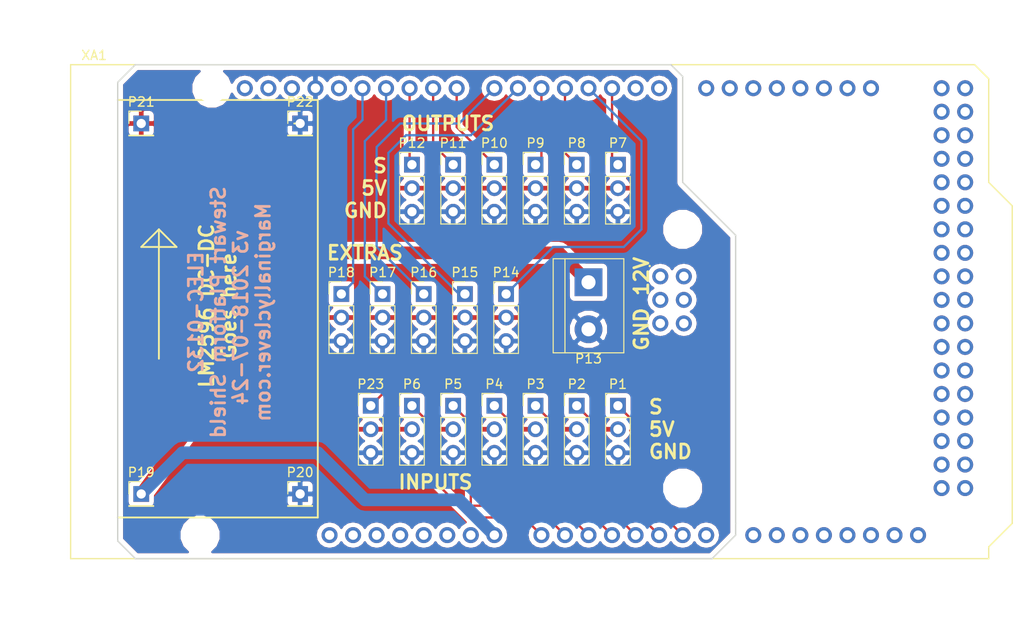
<source format=kicad_pcb>
(kicad_pcb (version 4) (host pcbnew 4.0.2-stable)

  (general
    (links 59)
    (no_connects 0)
    (area 122.479999 65.329999 189.305001 118.820001)
    (thickness 1.6)
    (drawings 34)
    (tracks 76)
    (zones 0)
    (modules 24)
    (nets 22)
  )

  (page A4)
  (layers
    (0 F.Cu signal)
    (31 B.Cu signal)
    (32 B.Adhes user)
    (33 F.Adhes user)
    (34 B.Paste user)
    (35 F.Paste user)
    (36 B.SilkS user)
    (37 F.SilkS user)
    (38 B.Mask user)
    (39 F.Mask user)
    (40 Dwgs.User user)
    (41 Cmts.User user)
    (42 Eco1.User user)
    (43 Eco2.User user)
    (44 Edge.Cuts user)
    (45 Margin user)
    (46 B.CrtYd user)
    (47 F.CrtYd user)
    (48 B.Fab user)
    (49 F.Fab user)
  )

  (setup
    (last_trace_width 0.25)
    (trace_clearance 0.2)
    (zone_clearance 0.508)
    (zone_45_only no)
    (trace_min 0.2)
    (segment_width 0.2)
    (edge_width 0.15)
    (via_size 0.6)
    (via_drill 0.4)
    (via_min_size 0.4)
    (via_min_drill 0.3)
    (uvia_size 0.3)
    (uvia_drill 0.1)
    (uvias_allowed no)
    (uvia_min_size 0.2)
    (uvia_min_drill 0.1)
    (pcb_text_width 0.3)
    (pcb_text_size 1.5 1.5)
    (mod_edge_width 0.15)
    (mod_text_size 1 1)
    (mod_text_width 0.15)
    (pad_size 1.524 1.524)
    (pad_drill 0.762)
    (pad_to_mask_clearance 0.2)
    (aux_axis_origin 0 0)
    (visible_elements 7FFEFFFF)
    (pcbplotparams
      (layerselection 0x00020_00000001)
      (usegerberextensions false)
      (excludeedgelayer true)
      (linewidth 0.100000)
      (plotframeref false)
      (viasonmask false)
      (mode 1)
      (useauxorigin false)
      (hpglpennumber 1)
      (hpglpenspeed 20)
      (hpglpendiameter 15)
      (hpglpenoverlay 2)
      (psnegative false)
      (psa4output false)
      (plotreference true)
      (plotvalue true)
      (plotinvisibletext false)
      (padsonsilk false)
      (subtractmaskfromsilk false)
      (outputformat 1)
      (mirror false)
      (drillshape 0)
      (scaleselection 1)
      (outputdirectory ""))
  )

  (net 0 "")
  (net 1 "Net-(P1-Pad1)")
  (net 2 +5V)
  (net 3 GND)
  (net 4 "Net-(P2-Pad1)")
  (net 5 "Net-(P3-Pad1)")
  (net 6 "Net-(P4-Pad1)")
  (net 7 "Net-(P5-Pad1)")
  (net 8 "Net-(P6-Pad1)")
  (net 9 "Net-(P7-Pad1)")
  (net 10 "Net-(P8-Pad1)")
  (net 11 "Net-(P9-Pad1)")
  (net 12 "Net-(P10-Pad1)")
  (net 13 "Net-(P11-Pad1)")
  (net 14 "Net-(P12-Pad1)")
  (net 15 "Net-(P14-Pad1)")
  (net 16 "Net-(P15-Pad1)")
  (net 17 "Net-(P16-Pad1)")
  (net 18 "Net-(P17-Pad1)")
  (net 19 "Net-(P18-Pad1)")
  (net 20 +12V)
  (net 21 "Net-(P23-Pad1)")

  (net_class Default "This is the default net class."
    (clearance 0.2)
    (trace_width 0.25)
    (via_dia 0.6)
    (via_drill 0.4)
    (uvia_dia 0.3)
    (uvia_drill 0.1)
    (add_net +5V)
    (add_net GND)
    (add_net "Net-(P1-Pad1)")
    (add_net "Net-(P10-Pad1)")
    (add_net "Net-(P11-Pad1)")
    (add_net "Net-(P12-Pad1)")
    (add_net "Net-(P14-Pad1)")
    (add_net "Net-(P15-Pad1)")
    (add_net "Net-(P16-Pad1)")
    (add_net "Net-(P17-Pad1)")
    (add_net "Net-(P18-Pad1)")
    (add_net "Net-(P2-Pad1)")
    (add_net "Net-(P23-Pad1)")
    (add_net "Net-(P3-Pad1)")
    (add_net "Net-(P4-Pad1)")
    (add_net "Net-(P5-Pad1)")
    (add_net "Net-(P6-Pad1)")
    (add_net "Net-(P7-Pad1)")
    (add_net "Net-(P8-Pad1)")
    (add_net "Net-(P9-Pad1)")
  )

  (net_class "3a rail" ""
    (clearance 0.2)
    (trace_width 1.36703)
    (via_dia 0.6)
    (via_drill 0.4)
    (uvia_dia 0.3)
    (uvia_drill 0.1)
    (add_net +12V)
  )

  (module Arduino:Arduino_Mega2560_Shield (layer F.Cu) (tedit 5A8605D3) (tstamp 5B5F784D)
    (at 117.475 118.745)
    (descr https://store.arduino.cc/arduino-mega-2560-rev3)
    (path /5B5F77BF)
    (fp_text reference XA1 (at 2.54 -54.356) (layer F.SilkS)
      (effects (font (size 1 1) (thickness 0.15)))
    )
    (fp_text value Arduino_Mega2560_Shield (at 15.494 -54.356) (layer F.Fab)
      (effects (font (size 1 1) (thickness 0.15)))
    )
    (fp_line (start 9.525 -32.385) (end -6.35 -32.385) (layer B.CrtYd) (width 0.15))
    (fp_line (start 9.525 -43.815) (end -6.35 -43.815) (layer B.CrtYd) (width 0.15))
    (fp_line (start 9.525 -43.815) (end 9.525 -32.385) (layer B.CrtYd) (width 0.15))
    (fp_line (start -6.35 -43.815) (end -6.35 -32.385) (layer B.CrtYd) (width 0.15))
    (fp_text user . (at 62.484 -32.004) (layer F.SilkS)
      (effects (font (size 1 1) (thickness 0.15)))
    )
    (fp_line (start 11.43 -12.065) (end 11.43 -3.175) (layer B.CrtYd) (width 0.15))
    (fp_line (start -1.905 -3.175) (end 11.43 -3.175) (layer B.CrtYd) (width 0.15))
    (fp_line (start -1.905 -12.065) (end -1.905 -3.175) (layer B.CrtYd) (width 0.15))
    (fp_line (start -1.905 -12.065) (end 11.43 -12.065) (layer B.CrtYd) (width 0.15))
    (fp_line (start 0 -53.34) (end 0 0) (layer F.SilkS) (width 0.15))
    (fp_line (start 99.06 -40.64) (end 99.06 -51.816) (layer F.SilkS) (width 0.15))
    (fp_line (start 101.6 -38.1) (end 99.06 -40.64) (layer F.SilkS) (width 0.15))
    (fp_line (start 101.6 -3.81) (end 101.6 -38.1) (layer F.SilkS) (width 0.15))
    (fp_line (start 99.06 -1.27) (end 101.6 -3.81) (layer F.SilkS) (width 0.15))
    (fp_line (start 99.06 0) (end 99.06 -1.27) (layer F.SilkS) (width 0.15))
    (fp_line (start 97.536 -53.34) (end 99.06 -51.816) (layer F.SilkS) (width 0.15))
    (fp_line (start 0 0) (end 99.06 0) (layer F.SilkS) (width 0.15))
    (fp_line (start 0 -53.34) (end 97.536 -53.34) (layer F.SilkS) (width 0.15))
    (pad RST2 thru_hole oval (at 63.627 -25.4) (size 1.7272 1.7272) (drill 1.016) (layers *.Cu *.Mask))
    (pad GND4 thru_hole oval (at 66.167 -25.4) (size 1.7272 1.7272) (drill 1.016) (layers *.Cu *.Mask))
    (pad MOSI thru_hole oval (at 66.167 -27.94) (size 1.7272 1.7272) (drill 1.016) (layers *.Cu *.Mask))
    (pad SCK thru_hole oval (at 63.627 -27.94) (size 1.7272 1.7272) (drill 1.016) (layers *.Cu *.Mask))
    (pad 5V2 thru_hole oval (at 66.167 -30.48) (size 1.7272 1.7272) (drill 1.016) (layers *.Cu *.Mask))
    (pad A0 thru_hole oval (at 50.8 -2.54) (size 1.7272 1.7272) (drill 1.016) (layers *.Cu *.Mask)
      (net 8 "Net-(P6-Pad1)"))
    (pad VIN thru_hole oval (at 45.72 -2.54) (size 1.7272 1.7272) (drill 1.016) (layers *.Cu *.Mask)
      (net 20 +12V))
    (pad GND3 thru_hole oval (at 43.18 -2.54) (size 1.7272 1.7272) (drill 1.016) (layers *.Cu *.Mask))
    (pad GND2 thru_hole oval (at 40.64 -2.54) (size 1.7272 1.7272) (drill 1.016) (layers *.Cu *.Mask))
    (pad 5V1 thru_hole oval (at 38.1 -2.54) (size 1.7272 1.7272) (drill 1.016) (layers *.Cu *.Mask))
    (pad 3V3 thru_hole oval (at 35.56 -2.54) (size 1.7272 1.7272) (drill 1.016) (layers *.Cu *.Mask))
    (pad RST1 thru_hole oval (at 33.02 -2.54) (size 1.7272 1.7272) (drill 1.016) (layers *.Cu *.Mask))
    (pad IORF thru_hole oval (at 30.48 -2.54) (size 1.7272 1.7272) (drill 1.016) (layers *.Cu *.Mask))
    (pad D21 thru_hole oval (at 86.36 -50.8) (size 1.7272 1.7272) (drill 1.016) (layers *.Cu *.Mask))
    (pad D20 thru_hole oval (at 83.82 -50.8) (size 1.7272 1.7272) (drill 1.016) (layers *.Cu *.Mask))
    (pad D19 thru_hole oval (at 81.28 -50.8) (size 1.7272 1.7272) (drill 1.016) (layers *.Cu *.Mask))
    (pad D18 thru_hole oval (at 78.74 -50.8) (size 1.7272 1.7272) (drill 1.016) (layers *.Cu *.Mask))
    (pad D17 thru_hole oval (at 76.2 -50.8) (size 1.7272 1.7272) (drill 1.016) (layers *.Cu *.Mask))
    (pad D16 thru_hole oval (at 73.66 -50.8) (size 1.7272 1.7272) (drill 1.016) (layers *.Cu *.Mask))
    (pad D15 thru_hole oval (at 71.12 -50.8) (size 1.7272 1.7272) (drill 1.016) (layers *.Cu *.Mask))
    (pad D14 thru_hole oval (at 68.58 -50.8) (size 1.7272 1.7272) (drill 1.016) (layers *.Cu *.Mask))
    (pad D0 thru_hole oval (at 63.5 -50.8) (size 1.7272 1.7272) (drill 1.016) (layers *.Cu *.Mask))
    (pad D1 thru_hole oval (at 60.96 -50.8) (size 1.7272 1.7272) (drill 1.016) (layers *.Cu *.Mask))
    (pad D2 thru_hole oval (at 58.42 -50.8) (size 1.7272 1.7272) (drill 1.016) (layers *.Cu *.Mask)
      (net 9 "Net-(P7-Pad1)"))
    (pad D3 thru_hole oval (at 55.88 -50.8) (size 1.7272 1.7272) (drill 1.016) (layers *.Cu *.Mask)
      (net 15 "Net-(P14-Pad1)"))
    (pad D4 thru_hole oval (at 53.34 -50.8) (size 1.7272 1.7272) (drill 1.016) (layers *.Cu *.Mask)
      (net 10 "Net-(P8-Pad1)"))
    (pad D5 thru_hole oval (at 50.8 -50.8) (size 1.7272 1.7272) (drill 1.016) (layers *.Cu *.Mask)
      (net 11 "Net-(P9-Pad1)"))
    (pad D6 thru_hole oval (at 48.26 -50.8) (size 1.7272 1.7272) (drill 1.016) (layers *.Cu *.Mask)
      (net 16 "Net-(P15-Pad1)"))
    (pad D7 thru_hole oval (at 45.72 -50.8) (size 1.7272 1.7272) (drill 1.016) (layers *.Cu *.Mask)
      (net 17 "Net-(P16-Pad1)"))
    (pad GND1 thru_hole oval (at 26.416 -50.8) (size 1.7272 1.7272) (drill 1.016) (layers *.Cu *.Mask)
      (net 3 GND))
    (pad D8 thru_hole oval (at 41.656 -50.8) (size 1.7272 1.7272) (drill 1.016) (layers *.Cu *.Mask)
      (net 12 "Net-(P10-Pad1)"))
    (pad D9 thru_hole oval (at 39.116 -50.8) (size 1.7272 1.7272) (drill 1.016) (layers *.Cu *.Mask)
      (net 13 "Net-(P11-Pad1)"))
    (pad D10 thru_hole oval (at 36.576 -50.8) (size 1.7272 1.7272) (drill 1.016) (layers *.Cu *.Mask)
      (net 14 "Net-(P12-Pad1)"))
    (pad "" np_thru_hole circle (at 66.04 -7.62) (size 3.2 3.2) (drill 3.2) (layers *.Cu *.Mask))
    (pad "" np_thru_hole circle (at 66.04 -35.56) (size 3.2 3.2) (drill 3.2) (layers *.Cu *.Mask))
    (pad "" np_thru_hole circle (at 90.17 -50.8) (size 3.2 3.2) (drill 3.2) (layers *.Cu *.Mask))
    (pad "" np_thru_hole circle (at 15.24 -50.8) (size 3.2 3.2) (drill 3.2) (layers *.Cu *.Mask))
    (pad "" np_thru_hole circle (at 96.52 -2.54) (size 3.2 3.2) (drill 3.2) (layers *.Cu *.Mask))
    (pad "" np_thru_hole circle (at 13.97 -2.54) (size 3.2 3.2) (drill 3.2) (layers *.Cu *.Mask))
    (pad SCL thru_hole oval (at 18.796 -50.8) (size 1.7272 1.7272) (drill 1.016) (layers *.Cu *.Mask))
    (pad SDA thru_hole oval (at 21.336 -50.8) (size 1.7272 1.7272) (drill 1.016) (layers *.Cu *.Mask))
    (pad AREF thru_hole oval (at 23.876 -50.8) (size 1.7272 1.7272) (drill 1.016) (layers *.Cu *.Mask))
    (pad D13 thru_hole oval (at 28.956 -50.8) (size 1.7272 1.7272) (drill 1.016) (layers *.Cu *.Mask))
    (pad D12 thru_hole oval (at 31.496 -50.8) (size 1.7272 1.7272) (drill 1.016) (layers *.Cu *.Mask)
      (net 19 "Net-(P18-Pad1)"))
    (pad D11 thru_hole oval (at 34.036 -50.8) (size 1.7272 1.7272) (drill 1.016) (layers *.Cu *.Mask)
      (net 18 "Net-(P17-Pad1)"))
    (pad "" thru_hole oval (at 27.94 -2.54) (size 1.7272 1.7272) (drill 1.016) (layers *.Cu *.Mask))
    (pad A1 thru_hole oval (at 53.34 -2.54) (size 1.7272 1.7272) (drill 1.016) (layers *.Cu *.Mask)
      (net 7 "Net-(P5-Pad1)"))
    (pad A2 thru_hole oval (at 55.88 -2.54) (size 1.7272 1.7272) (drill 1.016) (layers *.Cu *.Mask)
      (net 6 "Net-(P4-Pad1)"))
    (pad A3 thru_hole oval (at 58.42 -2.54) (size 1.7272 1.7272) (drill 1.016) (layers *.Cu *.Mask)
      (net 5 "Net-(P3-Pad1)"))
    (pad A4 thru_hole oval (at 60.96 -2.54) (size 1.7272 1.7272) (drill 1.016) (layers *.Cu *.Mask)
      (net 4 "Net-(P2-Pad1)"))
    (pad A5 thru_hole oval (at 63.5 -2.54) (size 1.7272 1.7272) (drill 1.016) (layers *.Cu *.Mask)
      (net 1 "Net-(P1-Pad1)"))
    (pad A6 thru_hole oval (at 66.04 -2.54) (size 1.7272 1.7272) (drill 1.016) (layers *.Cu *.Mask)
      (net 21 "Net-(P23-Pad1)"))
    (pad A7 thru_hole oval (at 68.58 -2.54) (size 1.7272 1.7272) (drill 1.016) (layers *.Cu *.Mask))
    (pad A8 thru_hole oval (at 73.66 -2.54) (size 1.7272 1.7272) (drill 1.016) (layers *.Cu *.Mask))
    (pad A9 thru_hole oval (at 76.2 -2.54) (size 1.7272 1.7272) (drill 1.016) (layers *.Cu *.Mask))
    (pad A10 thru_hole oval (at 78.74 -2.54) (size 1.7272 1.7272) (drill 1.016) (layers *.Cu *.Mask))
    (pad A11 thru_hole oval (at 81.28 -2.54) (size 1.7272 1.7272) (drill 1.016) (layers *.Cu *.Mask))
    (pad A12 thru_hole oval (at 83.82 -2.54) (size 1.7272 1.7272) (drill 1.016) (layers *.Cu *.Mask))
    (pad A13 thru_hole oval (at 86.36 -2.54) (size 1.7272 1.7272) (drill 1.016) (layers *.Cu *.Mask))
    (pad A14 thru_hole oval (at 88.9 -2.54) (size 1.7272 1.7272) (drill 1.016) (layers *.Cu *.Mask))
    (pad A15 thru_hole oval (at 91.44 -2.54) (size 1.7272 1.7272) (drill 1.016) (layers *.Cu *.Mask))
    (pad 5V3 thru_hole oval (at 93.98 -50.8) (size 1.7272 1.7272) (drill 1.016) (layers *.Cu *.Mask))
    (pad 5V4 thru_hole oval (at 96.52 -50.8) (size 1.7272 1.7272) (drill 1.016) (layers *.Cu *.Mask))
    (pad D22 thru_hole oval (at 93.98 -48.26) (size 1.7272 1.7272) (drill 1.016) (layers *.Cu *.Mask))
    (pad D23 thru_hole oval (at 96.52 -48.26) (size 1.7272 1.7272) (drill 1.016) (layers *.Cu *.Mask))
    (pad D24 thru_hole oval (at 93.98 -45.72) (size 1.7272 1.7272) (drill 1.016) (layers *.Cu *.Mask))
    (pad D25 thru_hole oval (at 96.52 -45.72) (size 1.7272 1.7272) (drill 1.016) (layers *.Cu *.Mask))
    (pad D26 thru_hole oval (at 93.98 -43.18) (size 1.7272 1.7272) (drill 1.016) (layers *.Cu *.Mask))
    (pad D27 thru_hole oval (at 96.52 -43.18) (size 1.7272 1.7272) (drill 1.016) (layers *.Cu *.Mask))
    (pad D28 thru_hole oval (at 93.98 -40.64) (size 1.7272 1.7272) (drill 1.016) (layers *.Cu *.Mask))
    (pad D29 thru_hole oval (at 96.52 -40.64) (size 1.7272 1.7272) (drill 1.016) (layers *.Cu *.Mask))
    (pad D30 thru_hole oval (at 93.98 -38.1) (size 1.7272 1.7272) (drill 1.016) (layers *.Cu *.Mask))
    (pad D31 thru_hole oval (at 96.52 -38.1) (size 1.7272 1.7272) (drill 1.016) (layers *.Cu *.Mask))
    (pad D32 thru_hole oval (at 93.98 -35.56) (size 1.7272 1.7272) (drill 1.016) (layers *.Cu *.Mask))
    (pad D33 thru_hole oval (at 96.52 -35.56) (size 1.7272 1.7272) (drill 1.016) (layers *.Cu *.Mask))
    (pad D34 thru_hole oval (at 93.98 -33.02) (size 1.7272 1.7272) (drill 1.016) (layers *.Cu *.Mask))
    (pad D35 thru_hole oval (at 96.52 -33.02) (size 1.7272 1.7272) (drill 1.016) (layers *.Cu *.Mask))
    (pad D36 thru_hole oval (at 93.98 -30.48) (size 1.7272 1.7272) (drill 1.016) (layers *.Cu *.Mask))
    (pad D37 thru_hole oval (at 96.52 -30.48) (size 1.7272 1.7272) (drill 1.016) (layers *.Cu *.Mask))
    (pad D38 thru_hole oval (at 93.98 -27.94) (size 1.7272 1.7272) (drill 1.016) (layers *.Cu *.Mask))
    (pad D39 thru_hole oval (at 96.52 -27.94) (size 1.7272 1.7272) (drill 1.016) (layers *.Cu *.Mask))
    (pad D40 thru_hole oval (at 93.98 -25.4) (size 1.7272 1.7272) (drill 1.016) (layers *.Cu *.Mask))
    (pad D41 thru_hole oval (at 96.52 -25.4) (size 1.7272 1.7272) (drill 1.016) (layers *.Cu *.Mask))
    (pad D42 thru_hole oval (at 93.98 -22.86) (size 1.7272 1.7272) (drill 1.016) (layers *.Cu *.Mask))
    (pad D43 thru_hole oval (at 96.52 -22.86) (size 1.7272 1.7272) (drill 1.016) (layers *.Cu *.Mask))
    (pad D44 thru_hole oval (at 93.98 -20.32) (size 1.7272 1.7272) (drill 1.016) (layers *.Cu *.Mask))
    (pad D45 thru_hole oval (at 96.52 -20.32) (size 1.7272 1.7272) (drill 1.016) (layers *.Cu *.Mask))
    (pad D46 thru_hole oval (at 93.98 -17.78) (size 1.7272 1.7272) (drill 1.016) (layers *.Cu *.Mask))
    (pad D47 thru_hole oval (at 96.52 -17.78) (size 1.7272 1.7272) (drill 1.016) (layers *.Cu *.Mask))
    (pad D48 thru_hole oval (at 93.98 -15.24) (size 1.7272 1.7272) (drill 1.016) (layers *.Cu *.Mask))
    (pad D49 thru_hole oval (at 96.52 -15.24) (size 1.7272 1.7272) (drill 1.016) (layers *.Cu *.Mask))
    (pad D50 thru_hole oval (at 93.98 -12.7) (size 1.7272 1.7272) (drill 1.016) (layers *.Cu *.Mask))
    (pad D51 thru_hole oval (at 96.52 -12.7) (size 1.7272 1.7272) (drill 1.016) (layers *.Cu *.Mask))
    (pad D52 thru_hole oval (at 93.98 -10.16) (size 1.7272 1.7272) (drill 1.016) (layers *.Cu *.Mask))
    (pad D53 thru_hole oval (at 96.52 -10.16) (size 1.7272 1.7272) (drill 1.016) (layers *.Cu *.Mask))
    (pad GND5 thru_hole oval (at 93.98 -7.62) (size 1.7272 1.7272) (drill 1.016) (layers *.Cu *.Mask))
    (pad GND6 thru_hole oval (at 96.52 -7.62) (size 1.7272 1.7272) (drill 1.016) (layers *.Cu *.Mask))
    (pad MISO thru_hole oval (at 63.627 -30.48) (size 1.7272 1.7272) (drill 1.016) (layers *.Cu *.Mask))
  )

  (module Socket_Strips:Socket_Strip_Straight_1x03_Pitch2.54mm (layer F.Cu) (tedit 58CD5446) (tstamp 5B117B5C)
    (at 176.53 102.235)
    (descr "Through hole straight socket strip, 1x03, 2.54mm pitch, single row")
    (tags "Through hole socket strip THT 1x03 2.54mm single row")
    (path /5B117A77)
    (fp_text reference P1 (at 0 -2.33) (layer F.SilkS)
      (effects (font (size 1 1) (thickness 0.15)))
    )
    (fp_text value CONN_01X03 (at 0 7.41) (layer F.Fab)
      (effects (font (size 1 1) (thickness 0.15)))
    )
    (fp_line (start -1.27 -1.27) (end -1.27 6.35) (layer F.Fab) (width 0.1))
    (fp_line (start -1.27 6.35) (end 1.27 6.35) (layer F.Fab) (width 0.1))
    (fp_line (start 1.27 6.35) (end 1.27 -1.27) (layer F.Fab) (width 0.1))
    (fp_line (start 1.27 -1.27) (end -1.27 -1.27) (layer F.Fab) (width 0.1))
    (fp_line (start -1.33 1.27) (end -1.33 6.41) (layer F.SilkS) (width 0.12))
    (fp_line (start -1.33 6.41) (end 1.33 6.41) (layer F.SilkS) (width 0.12))
    (fp_line (start 1.33 6.41) (end 1.33 1.27) (layer F.SilkS) (width 0.12))
    (fp_line (start 1.33 1.27) (end -1.33 1.27) (layer F.SilkS) (width 0.12))
    (fp_line (start -1.33 0) (end -1.33 -1.33) (layer F.SilkS) (width 0.12))
    (fp_line (start -1.33 -1.33) (end 0 -1.33) (layer F.SilkS) (width 0.12))
    (fp_line (start -1.8 -1.8) (end -1.8 6.85) (layer F.CrtYd) (width 0.05))
    (fp_line (start -1.8 6.85) (end 1.8 6.85) (layer F.CrtYd) (width 0.05))
    (fp_line (start 1.8 6.85) (end 1.8 -1.8) (layer F.CrtYd) (width 0.05))
    (fp_line (start 1.8 -1.8) (end -1.8 -1.8) (layer F.CrtYd) (width 0.05))
    (fp_text user %R (at 0 -2.33) (layer F.Fab)
      (effects (font (size 1 1) (thickness 0.15)))
    )
    (pad 1 thru_hole rect (at 0 0) (size 1.7 1.7) (drill 1) (layers *.Cu *.Mask)
      (net 1 "Net-(P1-Pad1)"))
    (pad 2 thru_hole oval (at 0 2.54) (size 1.7 1.7) (drill 1) (layers *.Cu *.Mask)
      (net 2 +5V))
    (pad 3 thru_hole oval (at 0 5.08) (size 1.7 1.7) (drill 1) (layers *.Cu *.Mask)
      (net 3 GND))
    (model ${KISYS3DMOD}/Socket_Strips.3dshapes/Socket_Strip_Straight_1x03_Pitch2.54mm.wrl
      (at (xyz 0 -0.1 0))
      (scale (xyz 1 1 1))
      (rotate (xyz 0 0 270))
    )
  )

  (module Socket_Strips:Socket_Strip_Straight_1x03_Pitch2.54mm (layer F.Cu) (tedit 58CD5446) (tstamp 5B117B62)
    (at 172.085 102.235)
    (descr "Through hole straight socket strip, 1x03, 2.54mm pitch, single row")
    (tags "Through hole socket strip THT 1x03 2.54mm single row")
    (path /5B117A7D)
    (fp_text reference P2 (at 0 -2.33) (layer F.SilkS)
      (effects (font (size 1 1) (thickness 0.15)))
    )
    (fp_text value CONN_01X03 (at 0 7.41) (layer F.Fab)
      (effects (font (size 1 1) (thickness 0.15)))
    )
    (fp_line (start -1.27 -1.27) (end -1.27 6.35) (layer F.Fab) (width 0.1))
    (fp_line (start -1.27 6.35) (end 1.27 6.35) (layer F.Fab) (width 0.1))
    (fp_line (start 1.27 6.35) (end 1.27 -1.27) (layer F.Fab) (width 0.1))
    (fp_line (start 1.27 -1.27) (end -1.27 -1.27) (layer F.Fab) (width 0.1))
    (fp_line (start -1.33 1.27) (end -1.33 6.41) (layer F.SilkS) (width 0.12))
    (fp_line (start -1.33 6.41) (end 1.33 6.41) (layer F.SilkS) (width 0.12))
    (fp_line (start 1.33 6.41) (end 1.33 1.27) (layer F.SilkS) (width 0.12))
    (fp_line (start 1.33 1.27) (end -1.33 1.27) (layer F.SilkS) (width 0.12))
    (fp_line (start -1.33 0) (end -1.33 -1.33) (layer F.SilkS) (width 0.12))
    (fp_line (start -1.33 -1.33) (end 0 -1.33) (layer F.SilkS) (width 0.12))
    (fp_line (start -1.8 -1.8) (end -1.8 6.85) (layer F.CrtYd) (width 0.05))
    (fp_line (start -1.8 6.85) (end 1.8 6.85) (layer F.CrtYd) (width 0.05))
    (fp_line (start 1.8 6.85) (end 1.8 -1.8) (layer F.CrtYd) (width 0.05))
    (fp_line (start 1.8 -1.8) (end -1.8 -1.8) (layer F.CrtYd) (width 0.05))
    (fp_text user %R (at 0 -2.33) (layer F.Fab)
      (effects (font (size 1 1) (thickness 0.15)))
    )
    (pad 1 thru_hole rect (at 0 0) (size 1.7 1.7) (drill 1) (layers *.Cu *.Mask)
      (net 4 "Net-(P2-Pad1)"))
    (pad 2 thru_hole oval (at 0 2.54) (size 1.7 1.7) (drill 1) (layers *.Cu *.Mask)
      (net 2 +5V))
    (pad 3 thru_hole oval (at 0 5.08) (size 1.7 1.7) (drill 1) (layers *.Cu *.Mask)
      (net 3 GND))
    (model ${KISYS3DMOD}/Socket_Strips.3dshapes/Socket_Strip_Straight_1x03_Pitch2.54mm.wrl
      (at (xyz 0 -0.1 0))
      (scale (xyz 1 1 1))
      (rotate (xyz 0 0 270))
    )
  )

  (module Socket_Strips:Socket_Strip_Straight_1x03_Pitch2.54mm (layer F.Cu) (tedit 58CD5446) (tstamp 5B117B68)
    (at 167.64 102.235)
    (descr "Through hole straight socket strip, 1x03, 2.54mm pitch, single row")
    (tags "Through hole socket strip THT 1x03 2.54mm single row")
    (path /5B117A83)
    (fp_text reference P3 (at 0 -2.33) (layer F.SilkS)
      (effects (font (size 1 1) (thickness 0.15)))
    )
    (fp_text value CONN_01X03 (at 0 7.41) (layer F.Fab)
      (effects (font (size 1 1) (thickness 0.15)))
    )
    (fp_line (start -1.27 -1.27) (end -1.27 6.35) (layer F.Fab) (width 0.1))
    (fp_line (start -1.27 6.35) (end 1.27 6.35) (layer F.Fab) (width 0.1))
    (fp_line (start 1.27 6.35) (end 1.27 -1.27) (layer F.Fab) (width 0.1))
    (fp_line (start 1.27 -1.27) (end -1.27 -1.27) (layer F.Fab) (width 0.1))
    (fp_line (start -1.33 1.27) (end -1.33 6.41) (layer F.SilkS) (width 0.12))
    (fp_line (start -1.33 6.41) (end 1.33 6.41) (layer F.SilkS) (width 0.12))
    (fp_line (start 1.33 6.41) (end 1.33 1.27) (layer F.SilkS) (width 0.12))
    (fp_line (start 1.33 1.27) (end -1.33 1.27) (layer F.SilkS) (width 0.12))
    (fp_line (start -1.33 0) (end -1.33 -1.33) (layer F.SilkS) (width 0.12))
    (fp_line (start -1.33 -1.33) (end 0 -1.33) (layer F.SilkS) (width 0.12))
    (fp_line (start -1.8 -1.8) (end -1.8 6.85) (layer F.CrtYd) (width 0.05))
    (fp_line (start -1.8 6.85) (end 1.8 6.85) (layer F.CrtYd) (width 0.05))
    (fp_line (start 1.8 6.85) (end 1.8 -1.8) (layer F.CrtYd) (width 0.05))
    (fp_line (start 1.8 -1.8) (end -1.8 -1.8) (layer F.CrtYd) (width 0.05))
    (fp_text user %R (at 0 -2.33) (layer F.Fab)
      (effects (font (size 1 1) (thickness 0.15)))
    )
    (pad 1 thru_hole rect (at 0 0) (size 1.7 1.7) (drill 1) (layers *.Cu *.Mask)
      (net 5 "Net-(P3-Pad1)"))
    (pad 2 thru_hole oval (at 0 2.54) (size 1.7 1.7) (drill 1) (layers *.Cu *.Mask)
      (net 2 +5V))
    (pad 3 thru_hole oval (at 0 5.08) (size 1.7 1.7) (drill 1) (layers *.Cu *.Mask)
      (net 3 GND))
    (model ${KISYS3DMOD}/Socket_Strips.3dshapes/Socket_Strip_Straight_1x03_Pitch2.54mm.wrl
      (at (xyz 0 -0.1 0))
      (scale (xyz 1 1 1))
      (rotate (xyz 0 0 270))
    )
  )

  (module Socket_Strips:Socket_Strip_Straight_1x03_Pitch2.54mm (layer F.Cu) (tedit 58CD5446) (tstamp 5B117B6E)
    (at 163.195 102.235)
    (descr "Through hole straight socket strip, 1x03, 2.54mm pitch, single row")
    (tags "Through hole socket strip THT 1x03 2.54mm single row")
    (path /5B117A89)
    (fp_text reference P4 (at 0 -2.33) (layer F.SilkS)
      (effects (font (size 1 1) (thickness 0.15)))
    )
    (fp_text value CONN_01X03 (at 0 7.41) (layer F.Fab)
      (effects (font (size 1 1) (thickness 0.15)))
    )
    (fp_line (start -1.27 -1.27) (end -1.27 6.35) (layer F.Fab) (width 0.1))
    (fp_line (start -1.27 6.35) (end 1.27 6.35) (layer F.Fab) (width 0.1))
    (fp_line (start 1.27 6.35) (end 1.27 -1.27) (layer F.Fab) (width 0.1))
    (fp_line (start 1.27 -1.27) (end -1.27 -1.27) (layer F.Fab) (width 0.1))
    (fp_line (start -1.33 1.27) (end -1.33 6.41) (layer F.SilkS) (width 0.12))
    (fp_line (start -1.33 6.41) (end 1.33 6.41) (layer F.SilkS) (width 0.12))
    (fp_line (start 1.33 6.41) (end 1.33 1.27) (layer F.SilkS) (width 0.12))
    (fp_line (start 1.33 1.27) (end -1.33 1.27) (layer F.SilkS) (width 0.12))
    (fp_line (start -1.33 0) (end -1.33 -1.33) (layer F.SilkS) (width 0.12))
    (fp_line (start -1.33 -1.33) (end 0 -1.33) (layer F.SilkS) (width 0.12))
    (fp_line (start -1.8 -1.8) (end -1.8 6.85) (layer F.CrtYd) (width 0.05))
    (fp_line (start -1.8 6.85) (end 1.8 6.85) (layer F.CrtYd) (width 0.05))
    (fp_line (start 1.8 6.85) (end 1.8 -1.8) (layer F.CrtYd) (width 0.05))
    (fp_line (start 1.8 -1.8) (end -1.8 -1.8) (layer F.CrtYd) (width 0.05))
    (fp_text user %R (at 0 -2.33) (layer F.Fab)
      (effects (font (size 1 1) (thickness 0.15)))
    )
    (pad 1 thru_hole rect (at 0 0) (size 1.7 1.7) (drill 1) (layers *.Cu *.Mask)
      (net 6 "Net-(P4-Pad1)"))
    (pad 2 thru_hole oval (at 0 2.54) (size 1.7 1.7) (drill 1) (layers *.Cu *.Mask)
      (net 2 +5V))
    (pad 3 thru_hole oval (at 0 5.08) (size 1.7 1.7) (drill 1) (layers *.Cu *.Mask)
      (net 3 GND))
    (model ${KISYS3DMOD}/Socket_Strips.3dshapes/Socket_Strip_Straight_1x03_Pitch2.54mm.wrl
      (at (xyz 0 -0.1 0))
      (scale (xyz 1 1 1))
      (rotate (xyz 0 0 270))
    )
  )

  (module Socket_Strips:Socket_Strip_Straight_1x03_Pitch2.54mm (layer F.Cu) (tedit 58CD5446) (tstamp 5B117B74)
    (at 158.75 102.235)
    (descr "Through hole straight socket strip, 1x03, 2.54mm pitch, single row")
    (tags "Through hole socket strip THT 1x03 2.54mm single row")
    (path /5B117A8F)
    (fp_text reference P5 (at 0 -2.33) (layer F.SilkS)
      (effects (font (size 1 1) (thickness 0.15)))
    )
    (fp_text value CONN_01X03 (at 0 7.41) (layer F.Fab)
      (effects (font (size 1 1) (thickness 0.15)))
    )
    (fp_line (start -1.27 -1.27) (end -1.27 6.35) (layer F.Fab) (width 0.1))
    (fp_line (start -1.27 6.35) (end 1.27 6.35) (layer F.Fab) (width 0.1))
    (fp_line (start 1.27 6.35) (end 1.27 -1.27) (layer F.Fab) (width 0.1))
    (fp_line (start 1.27 -1.27) (end -1.27 -1.27) (layer F.Fab) (width 0.1))
    (fp_line (start -1.33 1.27) (end -1.33 6.41) (layer F.SilkS) (width 0.12))
    (fp_line (start -1.33 6.41) (end 1.33 6.41) (layer F.SilkS) (width 0.12))
    (fp_line (start 1.33 6.41) (end 1.33 1.27) (layer F.SilkS) (width 0.12))
    (fp_line (start 1.33 1.27) (end -1.33 1.27) (layer F.SilkS) (width 0.12))
    (fp_line (start -1.33 0) (end -1.33 -1.33) (layer F.SilkS) (width 0.12))
    (fp_line (start -1.33 -1.33) (end 0 -1.33) (layer F.SilkS) (width 0.12))
    (fp_line (start -1.8 -1.8) (end -1.8 6.85) (layer F.CrtYd) (width 0.05))
    (fp_line (start -1.8 6.85) (end 1.8 6.85) (layer F.CrtYd) (width 0.05))
    (fp_line (start 1.8 6.85) (end 1.8 -1.8) (layer F.CrtYd) (width 0.05))
    (fp_line (start 1.8 -1.8) (end -1.8 -1.8) (layer F.CrtYd) (width 0.05))
    (fp_text user %R (at 0 -2.33) (layer F.Fab)
      (effects (font (size 1 1) (thickness 0.15)))
    )
    (pad 1 thru_hole rect (at 0 0) (size 1.7 1.7) (drill 1) (layers *.Cu *.Mask)
      (net 7 "Net-(P5-Pad1)"))
    (pad 2 thru_hole oval (at 0 2.54) (size 1.7 1.7) (drill 1) (layers *.Cu *.Mask)
      (net 2 +5V))
    (pad 3 thru_hole oval (at 0 5.08) (size 1.7 1.7) (drill 1) (layers *.Cu *.Mask)
      (net 3 GND))
    (model ${KISYS3DMOD}/Socket_Strips.3dshapes/Socket_Strip_Straight_1x03_Pitch2.54mm.wrl
      (at (xyz 0 -0.1 0))
      (scale (xyz 1 1 1))
      (rotate (xyz 0 0 270))
    )
  )

  (module Socket_Strips:Socket_Strip_Straight_1x03_Pitch2.54mm (layer F.Cu) (tedit 58CD5446) (tstamp 5B117B7A)
    (at 154.305 102.235)
    (descr "Through hole straight socket strip, 1x03, 2.54mm pitch, single row")
    (tags "Through hole socket strip THT 1x03 2.54mm single row")
    (path /5B117A95)
    (fp_text reference P6 (at 0 -2.33) (layer F.SilkS)
      (effects (font (size 1 1) (thickness 0.15)))
    )
    (fp_text value CONN_01X03 (at 0 7.41) (layer F.Fab)
      (effects (font (size 1 1) (thickness 0.15)))
    )
    (fp_line (start -1.27 -1.27) (end -1.27 6.35) (layer F.Fab) (width 0.1))
    (fp_line (start -1.27 6.35) (end 1.27 6.35) (layer F.Fab) (width 0.1))
    (fp_line (start 1.27 6.35) (end 1.27 -1.27) (layer F.Fab) (width 0.1))
    (fp_line (start 1.27 -1.27) (end -1.27 -1.27) (layer F.Fab) (width 0.1))
    (fp_line (start -1.33 1.27) (end -1.33 6.41) (layer F.SilkS) (width 0.12))
    (fp_line (start -1.33 6.41) (end 1.33 6.41) (layer F.SilkS) (width 0.12))
    (fp_line (start 1.33 6.41) (end 1.33 1.27) (layer F.SilkS) (width 0.12))
    (fp_line (start 1.33 1.27) (end -1.33 1.27) (layer F.SilkS) (width 0.12))
    (fp_line (start -1.33 0) (end -1.33 -1.33) (layer F.SilkS) (width 0.12))
    (fp_line (start -1.33 -1.33) (end 0 -1.33) (layer F.SilkS) (width 0.12))
    (fp_line (start -1.8 -1.8) (end -1.8 6.85) (layer F.CrtYd) (width 0.05))
    (fp_line (start -1.8 6.85) (end 1.8 6.85) (layer F.CrtYd) (width 0.05))
    (fp_line (start 1.8 6.85) (end 1.8 -1.8) (layer F.CrtYd) (width 0.05))
    (fp_line (start 1.8 -1.8) (end -1.8 -1.8) (layer F.CrtYd) (width 0.05))
    (fp_text user %R (at 0 -2.33) (layer F.Fab)
      (effects (font (size 1 1) (thickness 0.15)))
    )
    (pad 1 thru_hole rect (at 0 0) (size 1.7 1.7) (drill 1) (layers *.Cu *.Mask)
      (net 8 "Net-(P6-Pad1)"))
    (pad 2 thru_hole oval (at 0 2.54) (size 1.7 1.7) (drill 1) (layers *.Cu *.Mask)
      (net 2 +5V))
    (pad 3 thru_hole oval (at 0 5.08) (size 1.7 1.7) (drill 1) (layers *.Cu *.Mask)
      (net 3 GND))
    (model ${KISYS3DMOD}/Socket_Strips.3dshapes/Socket_Strip_Straight_1x03_Pitch2.54mm.wrl
      (at (xyz 0 -0.1 0))
      (scale (xyz 1 1 1))
      (rotate (xyz 0 0 270))
    )
  )

  (module Socket_Strips:Socket_Strip_Straight_1x03_Pitch2.54mm (layer F.Cu) (tedit 58CD5446) (tstamp 5B117B80)
    (at 176.53 76.2)
    (descr "Through hole straight socket strip, 1x03, 2.54mm pitch, single row")
    (tags "Through hole socket strip THT 1x03 2.54mm single row")
    (path /5B116FD9)
    (fp_text reference P7 (at 0 -2.33) (layer F.SilkS)
      (effects (font (size 1 1) (thickness 0.15)))
    )
    (fp_text value CONN_01X03 (at 0 7.41) (layer F.Fab)
      (effects (font (size 1 1) (thickness 0.15)))
    )
    (fp_line (start -1.27 -1.27) (end -1.27 6.35) (layer F.Fab) (width 0.1))
    (fp_line (start -1.27 6.35) (end 1.27 6.35) (layer F.Fab) (width 0.1))
    (fp_line (start 1.27 6.35) (end 1.27 -1.27) (layer F.Fab) (width 0.1))
    (fp_line (start 1.27 -1.27) (end -1.27 -1.27) (layer F.Fab) (width 0.1))
    (fp_line (start -1.33 1.27) (end -1.33 6.41) (layer F.SilkS) (width 0.12))
    (fp_line (start -1.33 6.41) (end 1.33 6.41) (layer F.SilkS) (width 0.12))
    (fp_line (start 1.33 6.41) (end 1.33 1.27) (layer F.SilkS) (width 0.12))
    (fp_line (start 1.33 1.27) (end -1.33 1.27) (layer F.SilkS) (width 0.12))
    (fp_line (start -1.33 0) (end -1.33 -1.33) (layer F.SilkS) (width 0.12))
    (fp_line (start -1.33 -1.33) (end 0 -1.33) (layer F.SilkS) (width 0.12))
    (fp_line (start -1.8 -1.8) (end -1.8 6.85) (layer F.CrtYd) (width 0.05))
    (fp_line (start -1.8 6.85) (end 1.8 6.85) (layer F.CrtYd) (width 0.05))
    (fp_line (start 1.8 6.85) (end 1.8 -1.8) (layer F.CrtYd) (width 0.05))
    (fp_line (start 1.8 -1.8) (end -1.8 -1.8) (layer F.CrtYd) (width 0.05))
    (fp_text user %R (at 0 -2.33) (layer F.Fab)
      (effects (font (size 1 1) (thickness 0.15)))
    )
    (pad 1 thru_hole rect (at 0 0) (size 1.7 1.7) (drill 1) (layers *.Cu *.Mask)
      (net 9 "Net-(P7-Pad1)"))
    (pad 2 thru_hole oval (at 0 2.54) (size 1.7 1.7) (drill 1) (layers *.Cu *.Mask)
      (net 2 +5V))
    (pad 3 thru_hole oval (at 0 5.08) (size 1.7 1.7) (drill 1) (layers *.Cu *.Mask)
      (net 3 GND))
    (model ${KISYS3DMOD}/Socket_Strips.3dshapes/Socket_Strip_Straight_1x03_Pitch2.54mm.wrl
      (at (xyz 0 -0.1 0))
      (scale (xyz 1 1 1))
      (rotate (xyz 0 0 270))
    )
  )

  (module Socket_Strips:Socket_Strip_Straight_1x03_Pitch2.54mm (layer F.Cu) (tedit 58CD5446) (tstamp 5B117B86)
    (at 172.085 76.2)
    (descr "Through hole straight socket strip, 1x03, 2.54mm pitch, single row")
    (tags "Through hole socket strip THT 1x03 2.54mm single row")
    (path /5B11728E)
    (fp_text reference P8 (at 0 -2.33) (layer F.SilkS)
      (effects (font (size 1 1) (thickness 0.15)))
    )
    (fp_text value CONN_01X03 (at 0 7.41) (layer F.Fab)
      (effects (font (size 1 1) (thickness 0.15)))
    )
    (fp_line (start -1.27 -1.27) (end -1.27 6.35) (layer F.Fab) (width 0.1))
    (fp_line (start -1.27 6.35) (end 1.27 6.35) (layer F.Fab) (width 0.1))
    (fp_line (start 1.27 6.35) (end 1.27 -1.27) (layer F.Fab) (width 0.1))
    (fp_line (start 1.27 -1.27) (end -1.27 -1.27) (layer F.Fab) (width 0.1))
    (fp_line (start -1.33 1.27) (end -1.33 6.41) (layer F.SilkS) (width 0.12))
    (fp_line (start -1.33 6.41) (end 1.33 6.41) (layer F.SilkS) (width 0.12))
    (fp_line (start 1.33 6.41) (end 1.33 1.27) (layer F.SilkS) (width 0.12))
    (fp_line (start 1.33 1.27) (end -1.33 1.27) (layer F.SilkS) (width 0.12))
    (fp_line (start -1.33 0) (end -1.33 -1.33) (layer F.SilkS) (width 0.12))
    (fp_line (start -1.33 -1.33) (end 0 -1.33) (layer F.SilkS) (width 0.12))
    (fp_line (start -1.8 -1.8) (end -1.8 6.85) (layer F.CrtYd) (width 0.05))
    (fp_line (start -1.8 6.85) (end 1.8 6.85) (layer F.CrtYd) (width 0.05))
    (fp_line (start 1.8 6.85) (end 1.8 -1.8) (layer F.CrtYd) (width 0.05))
    (fp_line (start 1.8 -1.8) (end -1.8 -1.8) (layer F.CrtYd) (width 0.05))
    (fp_text user %R (at 0 -2.33) (layer F.Fab)
      (effects (font (size 1 1) (thickness 0.15)))
    )
    (pad 1 thru_hole rect (at 0 0) (size 1.7 1.7) (drill 1) (layers *.Cu *.Mask)
      (net 10 "Net-(P8-Pad1)"))
    (pad 2 thru_hole oval (at 0 2.54) (size 1.7 1.7) (drill 1) (layers *.Cu *.Mask)
      (net 2 +5V))
    (pad 3 thru_hole oval (at 0 5.08) (size 1.7 1.7) (drill 1) (layers *.Cu *.Mask)
      (net 3 GND))
    (model ${KISYS3DMOD}/Socket_Strips.3dshapes/Socket_Strip_Straight_1x03_Pitch2.54mm.wrl
      (at (xyz 0 -0.1 0))
      (scale (xyz 1 1 1))
      (rotate (xyz 0 0 270))
    )
  )

  (module Socket_Strips:Socket_Strip_Straight_1x03_Pitch2.54mm (layer F.Cu) (tedit 58CD5446) (tstamp 5B117B8C)
    (at 167.64 76.2)
    (descr "Through hole straight socket strip, 1x03, 2.54mm pitch, single row")
    (tags "Through hole socket strip THT 1x03 2.54mm single row")
    (path /5B117442)
    (fp_text reference P9 (at 0 -2.33) (layer F.SilkS)
      (effects (font (size 1 1) (thickness 0.15)))
    )
    (fp_text value CONN_01X03 (at 0 7.41) (layer F.Fab)
      (effects (font (size 1 1) (thickness 0.15)))
    )
    (fp_line (start -1.27 -1.27) (end -1.27 6.35) (layer F.Fab) (width 0.1))
    (fp_line (start -1.27 6.35) (end 1.27 6.35) (layer F.Fab) (width 0.1))
    (fp_line (start 1.27 6.35) (end 1.27 -1.27) (layer F.Fab) (width 0.1))
    (fp_line (start 1.27 -1.27) (end -1.27 -1.27) (layer F.Fab) (width 0.1))
    (fp_line (start -1.33 1.27) (end -1.33 6.41) (layer F.SilkS) (width 0.12))
    (fp_line (start -1.33 6.41) (end 1.33 6.41) (layer F.SilkS) (width 0.12))
    (fp_line (start 1.33 6.41) (end 1.33 1.27) (layer F.SilkS) (width 0.12))
    (fp_line (start 1.33 1.27) (end -1.33 1.27) (layer F.SilkS) (width 0.12))
    (fp_line (start -1.33 0) (end -1.33 -1.33) (layer F.SilkS) (width 0.12))
    (fp_line (start -1.33 -1.33) (end 0 -1.33) (layer F.SilkS) (width 0.12))
    (fp_line (start -1.8 -1.8) (end -1.8 6.85) (layer F.CrtYd) (width 0.05))
    (fp_line (start -1.8 6.85) (end 1.8 6.85) (layer F.CrtYd) (width 0.05))
    (fp_line (start 1.8 6.85) (end 1.8 -1.8) (layer F.CrtYd) (width 0.05))
    (fp_line (start 1.8 -1.8) (end -1.8 -1.8) (layer F.CrtYd) (width 0.05))
    (fp_text user %R (at 0 -2.33) (layer F.Fab)
      (effects (font (size 1 1) (thickness 0.15)))
    )
    (pad 1 thru_hole rect (at 0 0) (size 1.7 1.7) (drill 1) (layers *.Cu *.Mask)
      (net 11 "Net-(P9-Pad1)"))
    (pad 2 thru_hole oval (at 0 2.54) (size 1.7 1.7) (drill 1) (layers *.Cu *.Mask)
      (net 2 +5V))
    (pad 3 thru_hole oval (at 0 5.08) (size 1.7 1.7) (drill 1) (layers *.Cu *.Mask)
      (net 3 GND))
    (model ${KISYS3DMOD}/Socket_Strips.3dshapes/Socket_Strip_Straight_1x03_Pitch2.54mm.wrl
      (at (xyz 0 -0.1 0))
      (scale (xyz 1 1 1))
      (rotate (xyz 0 0 270))
    )
  )

  (module Socket_Strips:Socket_Strip_Straight_1x03_Pitch2.54mm (layer F.Cu) (tedit 58CD5446) (tstamp 5B117B92)
    (at 163.195 76.2)
    (descr "Through hole straight socket strip, 1x03, 2.54mm pitch, single row")
    (tags "Through hole socket strip THT 1x03 2.54mm single row")
    (path /5B1174D7)
    (fp_text reference P10 (at 0 -2.33) (layer F.SilkS)
      (effects (font (size 1 1) (thickness 0.15)))
    )
    (fp_text value CONN_01X03 (at 0 7.41) (layer F.Fab)
      (effects (font (size 1 1) (thickness 0.15)))
    )
    (fp_line (start -1.27 -1.27) (end -1.27 6.35) (layer F.Fab) (width 0.1))
    (fp_line (start -1.27 6.35) (end 1.27 6.35) (layer F.Fab) (width 0.1))
    (fp_line (start 1.27 6.35) (end 1.27 -1.27) (layer F.Fab) (width 0.1))
    (fp_line (start 1.27 -1.27) (end -1.27 -1.27) (layer F.Fab) (width 0.1))
    (fp_line (start -1.33 1.27) (end -1.33 6.41) (layer F.SilkS) (width 0.12))
    (fp_line (start -1.33 6.41) (end 1.33 6.41) (layer F.SilkS) (width 0.12))
    (fp_line (start 1.33 6.41) (end 1.33 1.27) (layer F.SilkS) (width 0.12))
    (fp_line (start 1.33 1.27) (end -1.33 1.27) (layer F.SilkS) (width 0.12))
    (fp_line (start -1.33 0) (end -1.33 -1.33) (layer F.SilkS) (width 0.12))
    (fp_line (start -1.33 -1.33) (end 0 -1.33) (layer F.SilkS) (width 0.12))
    (fp_line (start -1.8 -1.8) (end -1.8 6.85) (layer F.CrtYd) (width 0.05))
    (fp_line (start -1.8 6.85) (end 1.8 6.85) (layer F.CrtYd) (width 0.05))
    (fp_line (start 1.8 6.85) (end 1.8 -1.8) (layer F.CrtYd) (width 0.05))
    (fp_line (start 1.8 -1.8) (end -1.8 -1.8) (layer F.CrtYd) (width 0.05))
    (fp_text user %R (at 0 -2.33) (layer F.Fab)
      (effects (font (size 1 1) (thickness 0.15)))
    )
    (pad 1 thru_hole rect (at 0 0) (size 1.7 1.7) (drill 1) (layers *.Cu *.Mask)
      (net 12 "Net-(P10-Pad1)"))
    (pad 2 thru_hole oval (at 0 2.54) (size 1.7 1.7) (drill 1) (layers *.Cu *.Mask)
      (net 2 +5V))
    (pad 3 thru_hole oval (at 0 5.08) (size 1.7 1.7) (drill 1) (layers *.Cu *.Mask)
      (net 3 GND))
    (model ${KISYS3DMOD}/Socket_Strips.3dshapes/Socket_Strip_Straight_1x03_Pitch2.54mm.wrl
      (at (xyz 0 -0.1 0))
      (scale (xyz 1 1 1))
      (rotate (xyz 0 0 270))
    )
  )

  (module Socket_Strips:Socket_Strip_Straight_1x03_Pitch2.54mm (layer F.Cu) (tedit 58CD5446) (tstamp 5B117B98)
    (at 158.75 76.2)
    (descr "Through hole straight socket strip, 1x03, 2.54mm pitch, single row")
    (tags "Through hole socket strip THT 1x03 2.54mm single row")
    (path /5B117510)
    (fp_text reference P11 (at 0 -2.33) (layer F.SilkS)
      (effects (font (size 1 1) (thickness 0.15)))
    )
    (fp_text value CONN_01X03 (at 0 7.41) (layer F.Fab)
      (effects (font (size 1 1) (thickness 0.15)))
    )
    (fp_line (start -1.27 -1.27) (end -1.27 6.35) (layer F.Fab) (width 0.1))
    (fp_line (start -1.27 6.35) (end 1.27 6.35) (layer F.Fab) (width 0.1))
    (fp_line (start 1.27 6.35) (end 1.27 -1.27) (layer F.Fab) (width 0.1))
    (fp_line (start 1.27 -1.27) (end -1.27 -1.27) (layer F.Fab) (width 0.1))
    (fp_line (start -1.33 1.27) (end -1.33 6.41) (layer F.SilkS) (width 0.12))
    (fp_line (start -1.33 6.41) (end 1.33 6.41) (layer F.SilkS) (width 0.12))
    (fp_line (start 1.33 6.41) (end 1.33 1.27) (layer F.SilkS) (width 0.12))
    (fp_line (start 1.33 1.27) (end -1.33 1.27) (layer F.SilkS) (width 0.12))
    (fp_line (start -1.33 0) (end -1.33 -1.33) (layer F.SilkS) (width 0.12))
    (fp_line (start -1.33 -1.33) (end 0 -1.33) (layer F.SilkS) (width 0.12))
    (fp_line (start -1.8 -1.8) (end -1.8 6.85) (layer F.CrtYd) (width 0.05))
    (fp_line (start -1.8 6.85) (end 1.8 6.85) (layer F.CrtYd) (width 0.05))
    (fp_line (start 1.8 6.85) (end 1.8 -1.8) (layer F.CrtYd) (width 0.05))
    (fp_line (start 1.8 -1.8) (end -1.8 -1.8) (layer F.CrtYd) (width 0.05))
    (fp_text user %R (at 0 -2.33) (layer F.Fab)
      (effects (font (size 1 1) (thickness 0.15)))
    )
    (pad 1 thru_hole rect (at 0 0) (size 1.7 1.7) (drill 1) (layers *.Cu *.Mask)
      (net 13 "Net-(P11-Pad1)"))
    (pad 2 thru_hole oval (at 0 2.54) (size 1.7 1.7) (drill 1) (layers *.Cu *.Mask)
      (net 2 +5V))
    (pad 3 thru_hole oval (at 0 5.08) (size 1.7 1.7) (drill 1) (layers *.Cu *.Mask)
      (net 3 GND))
    (model ${KISYS3DMOD}/Socket_Strips.3dshapes/Socket_Strip_Straight_1x03_Pitch2.54mm.wrl
      (at (xyz 0 -0.1 0))
      (scale (xyz 1 1 1))
      (rotate (xyz 0 0 270))
    )
  )

  (module Socket_Strips:Socket_Strip_Straight_1x03_Pitch2.54mm (layer F.Cu) (tedit 58CD5446) (tstamp 5B117B9E)
    (at 154.305 76.2)
    (descr "Through hole straight socket strip, 1x03, 2.54mm pitch, single row")
    (tags "Through hole socket strip THT 1x03 2.54mm single row")
    (path /5B11756F)
    (fp_text reference P12 (at 0 -2.33) (layer F.SilkS)
      (effects (font (size 1 1) (thickness 0.15)))
    )
    (fp_text value CONN_01X03 (at 0 7.41) (layer F.Fab)
      (effects (font (size 1 1) (thickness 0.15)))
    )
    (fp_line (start -1.27 -1.27) (end -1.27 6.35) (layer F.Fab) (width 0.1))
    (fp_line (start -1.27 6.35) (end 1.27 6.35) (layer F.Fab) (width 0.1))
    (fp_line (start 1.27 6.35) (end 1.27 -1.27) (layer F.Fab) (width 0.1))
    (fp_line (start 1.27 -1.27) (end -1.27 -1.27) (layer F.Fab) (width 0.1))
    (fp_line (start -1.33 1.27) (end -1.33 6.41) (layer F.SilkS) (width 0.12))
    (fp_line (start -1.33 6.41) (end 1.33 6.41) (layer F.SilkS) (width 0.12))
    (fp_line (start 1.33 6.41) (end 1.33 1.27) (layer F.SilkS) (width 0.12))
    (fp_line (start 1.33 1.27) (end -1.33 1.27) (layer F.SilkS) (width 0.12))
    (fp_line (start -1.33 0) (end -1.33 -1.33) (layer F.SilkS) (width 0.12))
    (fp_line (start -1.33 -1.33) (end 0 -1.33) (layer F.SilkS) (width 0.12))
    (fp_line (start -1.8 -1.8) (end -1.8 6.85) (layer F.CrtYd) (width 0.05))
    (fp_line (start -1.8 6.85) (end 1.8 6.85) (layer F.CrtYd) (width 0.05))
    (fp_line (start 1.8 6.85) (end 1.8 -1.8) (layer F.CrtYd) (width 0.05))
    (fp_line (start 1.8 -1.8) (end -1.8 -1.8) (layer F.CrtYd) (width 0.05))
    (fp_text user %R (at 0 -2.33) (layer F.Fab)
      (effects (font (size 1 1) (thickness 0.15)))
    )
    (pad 1 thru_hole rect (at 0 0) (size 1.7 1.7) (drill 1) (layers *.Cu *.Mask)
      (net 14 "Net-(P12-Pad1)"))
    (pad 2 thru_hole oval (at 0 2.54) (size 1.7 1.7) (drill 1) (layers *.Cu *.Mask)
      (net 2 +5V))
    (pad 3 thru_hole oval (at 0 5.08) (size 1.7 1.7) (drill 1) (layers *.Cu *.Mask)
      (net 3 GND))
    (model ${KISYS3DMOD}/Socket_Strips.3dshapes/Socket_Strip_Straight_1x03_Pitch2.54mm.wrl
      (at (xyz 0 -0.1 0))
      (scale (xyz 1 1 1))
      (rotate (xyz 0 0 270))
    )
  )

  (module Terminal_Blocks:TerminalBlock_bornier-2_P5.08mm (layer F.Cu) (tedit 5B119501) (tstamp 5B11852F)
    (at 173.355 88.9 270)
    (descr "simple 2-pin terminal block, pitch 5.08mm, revamped version of bornier2")
    (tags "terminal block bornier2")
    (path /5B120FD4)
    (fp_text reference P13 (at 8.255 0 360) (layer F.SilkS)
      (effects (font (size 1 1) (thickness 0.15)))
    )
    (fp_text value CONN_01X02 (at 2.54 5.08 270) (layer F.Fab)
      (effects (font (size 1 1) (thickness 0.15)))
    )
    (fp_text user %R (at 2.54 0 270) (layer F.Fab)
      (effects (font (size 1 1) (thickness 0.15)))
    )
    (fp_line (start -2.41 2.55) (end 7.49 2.55) (layer F.Fab) (width 0.1))
    (fp_line (start -2.46 -3.75) (end -2.46 3.75) (layer F.Fab) (width 0.1))
    (fp_line (start -2.46 3.75) (end 7.54 3.75) (layer F.Fab) (width 0.1))
    (fp_line (start 7.54 3.75) (end 7.54 -3.75) (layer F.Fab) (width 0.1))
    (fp_line (start 7.54 -3.75) (end -2.46 -3.75) (layer F.Fab) (width 0.1))
    (fp_line (start 7.62 2.54) (end -2.54 2.54) (layer F.SilkS) (width 0.12))
    (fp_line (start 7.62 3.81) (end 7.62 -3.81) (layer F.SilkS) (width 0.12))
    (fp_line (start 7.62 -3.81) (end -2.54 -3.81) (layer F.SilkS) (width 0.12))
    (fp_line (start -2.54 -3.81) (end -2.54 3.81) (layer F.SilkS) (width 0.12))
    (fp_line (start -2.54 3.81) (end 7.62 3.81) (layer F.SilkS) (width 0.12))
    (fp_line (start -2.71 -4) (end 7.79 -4) (layer F.CrtYd) (width 0.05))
    (fp_line (start -2.71 -4) (end -2.71 4) (layer F.CrtYd) (width 0.05))
    (fp_line (start 7.79 4) (end 7.79 -4) (layer F.CrtYd) (width 0.05))
    (fp_line (start 7.79 4) (end -2.71 4) (layer F.CrtYd) (width 0.05))
    (pad 1 thru_hole rect (at 0 0 270) (size 3 3) (drill 1.52) (layers *.Cu *.Mask)
      (net 20 +12V))
    (pad 2 thru_hole circle (at 5.08 0 270) (size 3 3) (drill 1.52) (layers *.Cu *.Mask)
      (net 3 GND))
    (model ${KISYS3DMOD}/Terminal_Blocks.3dshapes/TerminalBlock_bornier-2_P5.08mm.wrl
      (at (xyz 0.1 0 0))
      (scale (xyz 1 1 1))
      (rotate (xyz 0 0 0))
    )
  )

  (module Socket_Strips:Socket_Strip_Straight_1x03_Pitch2.54mm (layer F.Cu) (tedit 58CD5446) (tstamp 5B118964)
    (at 164.465 90.17)
    (descr "Through hole straight socket strip, 1x03, 2.54mm pitch, single row")
    (tags "Through hole socket strip THT 1x03 2.54mm single row")
    (path /5B2D7223)
    (fp_text reference P14 (at 0 -2.33) (layer F.SilkS)
      (effects (font (size 1 1) (thickness 0.15)))
    )
    (fp_text value CONN_01X03 (at 0 7.41) (layer F.Fab)
      (effects (font (size 1 1) (thickness 0.15)))
    )
    (fp_line (start -1.27 -1.27) (end -1.27 6.35) (layer F.Fab) (width 0.1))
    (fp_line (start -1.27 6.35) (end 1.27 6.35) (layer F.Fab) (width 0.1))
    (fp_line (start 1.27 6.35) (end 1.27 -1.27) (layer F.Fab) (width 0.1))
    (fp_line (start 1.27 -1.27) (end -1.27 -1.27) (layer F.Fab) (width 0.1))
    (fp_line (start -1.33 1.27) (end -1.33 6.41) (layer F.SilkS) (width 0.12))
    (fp_line (start -1.33 6.41) (end 1.33 6.41) (layer F.SilkS) (width 0.12))
    (fp_line (start 1.33 6.41) (end 1.33 1.27) (layer F.SilkS) (width 0.12))
    (fp_line (start 1.33 1.27) (end -1.33 1.27) (layer F.SilkS) (width 0.12))
    (fp_line (start -1.33 0) (end -1.33 -1.33) (layer F.SilkS) (width 0.12))
    (fp_line (start -1.33 -1.33) (end 0 -1.33) (layer F.SilkS) (width 0.12))
    (fp_line (start -1.8 -1.8) (end -1.8 6.85) (layer F.CrtYd) (width 0.05))
    (fp_line (start -1.8 6.85) (end 1.8 6.85) (layer F.CrtYd) (width 0.05))
    (fp_line (start 1.8 6.85) (end 1.8 -1.8) (layer F.CrtYd) (width 0.05))
    (fp_line (start 1.8 -1.8) (end -1.8 -1.8) (layer F.CrtYd) (width 0.05))
    (fp_text user %R (at 0 -2.33) (layer F.Fab)
      (effects (font (size 1 1) (thickness 0.15)))
    )
    (pad 1 thru_hole rect (at 0 0) (size 1.7 1.7) (drill 1) (layers *.Cu *.Mask)
      (net 15 "Net-(P14-Pad1)"))
    (pad 2 thru_hole oval (at 0 2.54) (size 1.7 1.7) (drill 1) (layers *.Cu *.Mask)
      (net 2 +5V))
    (pad 3 thru_hole oval (at 0 5.08) (size 1.7 1.7) (drill 1) (layers *.Cu *.Mask)
      (net 3 GND))
    (model ${KISYS3DMOD}/Socket_Strips.3dshapes/Socket_Strip_Straight_1x03_Pitch2.54mm.wrl
      (at (xyz 0 -0.1 0))
      (scale (xyz 1 1 1))
      (rotate (xyz 0 0 270))
    )
  )

  (module Socket_Strips:Socket_Strip_Straight_1x03_Pitch2.54mm (layer F.Cu) (tedit 58CD5446) (tstamp 5B11896B)
    (at 160.02 90.17)
    (descr "Through hole straight socket strip, 1x03, 2.54mm pitch, single row")
    (tags "Through hole socket strip THT 1x03 2.54mm single row")
    (path /5B122B4A)
    (fp_text reference P15 (at 0 -2.33) (layer F.SilkS)
      (effects (font (size 1 1) (thickness 0.15)))
    )
    (fp_text value CONN_01X03 (at 0 7.41) (layer F.Fab)
      (effects (font (size 1 1) (thickness 0.15)))
    )
    (fp_line (start -1.27 -1.27) (end -1.27 6.35) (layer F.Fab) (width 0.1))
    (fp_line (start -1.27 6.35) (end 1.27 6.35) (layer F.Fab) (width 0.1))
    (fp_line (start 1.27 6.35) (end 1.27 -1.27) (layer F.Fab) (width 0.1))
    (fp_line (start 1.27 -1.27) (end -1.27 -1.27) (layer F.Fab) (width 0.1))
    (fp_line (start -1.33 1.27) (end -1.33 6.41) (layer F.SilkS) (width 0.12))
    (fp_line (start -1.33 6.41) (end 1.33 6.41) (layer F.SilkS) (width 0.12))
    (fp_line (start 1.33 6.41) (end 1.33 1.27) (layer F.SilkS) (width 0.12))
    (fp_line (start 1.33 1.27) (end -1.33 1.27) (layer F.SilkS) (width 0.12))
    (fp_line (start -1.33 0) (end -1.33 -1.33) (layer F.SilkS) (width 0.12))
    (fp_line (start -1.33 -1.33) (end 0 -1.33) (layer F.SilkS) (width 0.12))
    (fp_line (start -1.8 -1.8) (end -1.8 6.85) (layer F.CrtYd) (width 0.05))
    (fp_line (start -1.8 6.85) (end 1.8 6.85) (layer F.CrtYd) (width 0.05))
    (fp_line (start 1.8 6.85) (end 1.8 -1.8) (layer F.CrtYd) (width 0.05))
    (fp_line (start 1.8 -1.8) (end -1.8 -1.8) (layer F.CrtYd) (width 0.05))
    (fp_text user %R (at 0 -2.33) (layer F.Fab)
      (effects (font (size 1 1) (thickness 0.15)))
    )
    (pad 1 thru_hole rect (at 0 0) (size 1.7 1.7) (drill 1) (layers *.Cu *.Mask)
      (net 16 "Net-(P15-Pad1)"))
    (pad 2 thru_hole oval (at 0 2.54) (size 1.7 1.7) (drill 1) (layers *.Cu *.Mask)
      (net 2 +5V))
    (pad 3 thru_hole oval (at 0 5.08) (size 1.7 1.7) (drill 1) (layers *.Cu *.Mask)
      (net 3 GND))
    (model ${KISYS3DMOD}/Socket_Strips.3dshapes/Socket_Strip_Straight_1x03_Pitch2.54mm.wrl
      (at (xyz 0 -0.1 0))
      (scale (xyz 1 1 1))
      (rotate (xyz 0 0 270))
    )
  )

  (module Socket_Strips:Socket_Strip_Straight_1x03_Pitch2.54mm (layer F.Cu) (tedit 58CD5446) (tstamp 5B118972)
    (at 155.575 90.17)
    (descr "Through hole straight socket strip, 1x03, 2.54mm pitch, single row")
    (tags "Through hole socket strip THT 1x03 2.54mm single row")
    (path /5B122B50)
    (fp_text reference P16 (at 0 -2.33) (layer F.SilkS)
      (effects (font (size 1 1) (thickness 0.15)))
    )
    (fp_text value CONN_01X03 (at 0 7.41) (layer F.Fab)
      (effects (font (size 1 1) (thickness 0.15)))
    )
    (fp_line (start -1.27 -1.27) (end -1.27 6.35) (layer F.Fab) (width 0.1))
    (fp_line (start -1.27 6.35) (end 1.27 6.35) (layer F.Fab) (width 0.1))
    (fp_line (start 1.27 6.35) (end 1.27 -1.27) (layer F.Fab) (width 0.1))
    (fp_line (start 1.27 -1.27) (end -1.27 -1.27) (layer F.Fab) (width 0.1))
    (fp_line (start -1.33 1.27) (end -1.33 6.41) (layer F.SilkS) (width 0.12))
    (fp_line (start -1.33 6.41) (end 1.33 6.41) (layer F.SilkS) (width 0.12))
    (fp_line (start 1.33 6.41) (end 1.33 1.27) (layer F.SilkS) (width 0.12))
    (fp_line (start 1.33 1.27) (end -1.33 1.27) (layer F.SilkS) (width 0.12))
    (fp_line (start -1.33 0) (end -1.33 -1.33) (layer F.SilkS) (width 0.12))
    (fp_line (start -1.33 -1.33) (end 0 -1.33) (layer F.SilkS) (width 0.12))
    (fp_line (start -1.8 -1.8) (end -1.8 6.85) (layer F.CrtYd) (width 0.05))
    (fp_line (start -1.8 6.85) (end 1.8 6.85) (layer F.CrtYd) (width 0.05))
    (fp_line (start 1.8 6.85) (end 1.8 -1.8) (layer F.CrtYd) (width 0.05))
    (fp_line (start 1.8 -1.8) (end -1.8 -1.8) (layer F.CrtYd) (width 0.05))
    (fp_text user %R (at 0 -2.33) (layer F.Fab)
      (effects (font (size 1 1) (thickness 0.15)))
    )
    (pad 1 thru_hole rect (at 0 0) (size 1.7 1.7) (drill 1) (layers *.Cu *.Mask)
      (net 17 "Net-(P16-Pad1)"))
    (pad 2 thru_hole oval (at 0 2.54) (size 1.7 1.7) (drill 1) (layers *.Cu *.Mask)
      (net 2 +5V))
    (pad 3 thru_hole oval (at 0 5.08) (size 1.7 1.7) (drill 1) (layers *.Cu *.Mask)
      (net 3 GND))
    (model ${KISYS3DMOD}/Socket_Strips.3dshapes/Socket_Strip_Straight_1x03_Pitch2.54mm.wrl
      (at (xyz 0 -0.1 0))
      (scale (xyz 1 1 1))
      (rotate (xyz 0 0 270))
    )
  )

  (module Socket_Strips:Socket_Strip_Straight_1x03_Pitch2.54mm (layer F.Cu) (tedit 58CD5446) (tstamp 5B118979)
    (at 151.13 90.17)
    (descr "Through hole straight socket strip, 1x03, 2.54mm pitch, single row")
    (tags "Through hole socket strip THT 1x03 2.54mm single row")
    (path /5B122B56)
    (fp_text reference P17 (at 0 -2.33) (layer F.SilkS)
      (effects (font (size 1 1) (thickness 0.15)))
    )
    (fp_text value CONN_01X03 (at 0 7.41) (layer F.Fab)
      (effects (font (size 1 1) (thickness 0.15)))
    )
    (fp_line (start -1.27 -1.27) (end -1.27 6.35) (layer F.Fab) (width 0.1))
    (fp_line (start -1.27 6.35) (end 1.27 6.35) (layer F.Fab) (width 0.1))
    (fp_line (start 1.27 6.35) (end 1.27 -1.27) (layer F.Fab) (width 0.1))
    (fp_line (start 1.27 -1.27) (end -1.27 -1.27) (layer F.Fab) (width 0.1))
    (fp_line (start -1.33 1.27) (end -1.33 6.41) (layer F.SilkS) (width 0.12))
    (fp_line (start -1.33 6.41) (end 1.33 6.41) (layer F.SilkS) (width 0.12))
    (fp_line (start 1.33 6.41) (end 1.33 1.27) (layer F.SilkS) (width 0.12))
    (fp_line (start 1.33 1.27) (end -1.33 1.27) (layer F.SilkS) (width 0.12))
    (fp_line (start -1.33 0) (end -1.33 -1.33) (layer F.SilkS) (width 0.12))
    (fp_line (start -1.33 -1.33) (end 0 -1.33) (layer F.SilkS) (width 0.12))
    (fp_line (start -1.8 -1.8) (end -1.8 6.85) (layer F.CrtYd) (width 0.05))
    (fp_line (start -1.8 6.85) (end 1.8 6.85) (layer F.CrtYd) (width 0.05))
    (fp_line (start 1.8 6.85) (end 1.8 -1.8) (layer F.CrtYd) (width 0.05))
    (fp_line (start 1.8 -1.8) (end -1.8 -1.8) (layer F.CrtYd) (width 0.05))
    (fp_text user %R (at 0 -2.33) (layer F.Fab)
      (effects (font (size 1 1) (thickness 0.15)))
    )
    (pad 1 thru_hole rect (at 0 0) (size 1.7 1.7) (drill 1) (layers *.Cu *.Mask)
      (net 18 "Net-(P17-Pad1)"))
    (pad 2 thru_hole oval (at 0 2.54) (size 1.7 1.7) (drill 1) (layers *.Cu *.Mask)
      (net 2 +5V))
    (pad 3 thru_hole oval (at 0 5.08) (size 1.7 1.7) (drill 1) (layers *.Cu *.Mask)
      (net 3 GND))
    (model ${KISYS3DMOD}/Socket_Strips.3dshapes/Socket_Strip_Straight_1x03_Pitch2.54mm.wrl
      (at (xyz 0 -0.1 0))
      (scale (xyz 1 1 1))
      (rotate (xyz 0 0 270))
    )
  )

  (module Socket_Strips:Socket_Strip_Straight_1x03_Pitch2.54mm (layer F.Cu) (tedit 58CD5446) (tstamp 5B2D5D36)
    (at 146.685 90.17)
    (descr "Through hole straight socket strip, 1x03, 2.54mm pitch, single row")
    (tags "Through hole socket strip THT 1x03 2.54mm single row")
    (path /5B122EB1)
    (fp_text reference P18 (at 0 -2.33) (layer F.SilkS)
      (effects (font (size 1 1) (thickness 0.15)))
    )
    (fp_text value CONN_01X03 (at 0 7.41) (layer F.Fab)
      (effects (font (size 1 1) (thickness 0.15)))
    )
    (fp_line (start -1.27 -1.27) (end -1.27 6.35) (layer F.Fab) (width 0.1))
    (fp_line (start -1.27 6.35) (end 1.27 6.35) (layer F.Fab) (width 0.1))
    (fp_line (start 1.27 6.35) (end 1.27 -1.27) (layer F.Fab) (width 0.1))
    (fp_line (start 1.27 -1.27) (end -1.27 -1.27) (layer F.Fab) (width 0.1))
    (fp_line (start -1.33 1.27) (end -1.33 6.41) (layer F.SilkS) (width 0.12))
    (fp_line (start -1.33 6.41) (end 1.33 6.41) (layer F.SilkS) (width 0.12))
    (fp_line (start 1.33 6.41) (end 1.33 1.27) (layer F.SilkS) (width 0.12))
    (fp_line (start 1.33 1.27) (end -1.33 1.27) (layer F.SilkS) (width 0.12))
    (fp_line (start -1.33 0) (end -1.33 -1.33) (layer F.SilkS) (width 0.12))
    (fp_line (start -1.33 -1.33) (end 0 -1.33) (layer F.SilkS) (width 0.12))
    (fp_line (start -1.8 -1.8) (end -1.8 6.85) (layer F.CrtYd) (width 0.05))
    (fp_line (start -1.8 6.85) (end 1.8 6.85) (layer F.CrtYd) (width 0.05))
    (fp_line (start 1.8 6.85) (end 1.8 -1.8) (layer F.CrtYd) (width 0.05))
    (fp_line (start 1.8 -1.8) (end -1.8 -1.8) (layer F.CrtYd) (width 0.05))
    (fp_text user %R (at 0 -2.33) (layer F.Fab)
      (effects (font (size 1 1) (thickness 0.15)))
    )
    (pad 1 thru_hole rect (at 0 0) (size 1.7 1.7) (drill 1) (layers *.Cu *.Mask)
      (net 19 "Net-(P18-Pad1)"))
    (pad 2 thru_hole oval (at 0 2.54) (size 1.7 1.7) (drill 1) (layers *.Cu *.Mask)
      (net 2 +5V))
    (pad 3 thru_hole oval (at 0 5.08) (size 1.7 1.7) (drill 1) (layers *.Cu *.Mask)
      (net 3 GND))
    (model ${KISYS3DMOD}/Socket_Strips.3dshapes/Socket_Strip_Straight_1x03_Pitch2.54mm.wrl
      (at (xyz 0 -0.1 0))
      (scale (xyz 1 1 1))
      (rotate (xyz 0 0 270))
    )
  )

  (module Socket_Strips:Socket_Strip_Straight_1x01_Pitch2.54mm (layer F.Cu) (tedit 58CD5446) (tstamp 5B57963C)
    (at 125.095 111.76)
    (descr "Through hole straight socket strip, 1x01, 2.54mm pitch, single row")
    (tags "Through hole socket strip THT 1x01 2.54mm single row")
    (path /5B579C96)
    (fp_text reference P19 (at 0 -2.33) (layer F.SilkS)
      (effects (font (size 1 1) (thickness 0.15)))
    )
    (fp_text value CONN_01X01 (at 0 2.33) (layer F.Fab)
      (effects (font (size 1 1) (thickness 0.15)))
    )
    (fp_line (start -1.27 -1.27) (end -1.27 1.27) (layer F.Fab) (width 0.1))
    (fp_line (start -1.27 1.27) (end 1.27 1.27) (layer F.Fab) (width 0.1))
    (fp_line (start 1.27 1.27) (end 1.27 -1.27) (layer F.Fab) (width 0.1))
    (fp_line (start 1.27 -1.27) (end -1.27 -1.27) (layer F.Fab) (width 0.1))
    (fp_line (start -1.33 1.27) (end -1.33 1.33) (layer F.SilkS) (width 0.12))
    (fp_line (start -1.33 1.33) (end 1.33 1.33) (layer F.SilkS) (width 0.12))
    (fp_line (start 1.33 1.33) (end 1.33 1.27) (layer F.SilkS) (width 0.12))
    (fp_line (start 1.33 1.27) (end -1.33 1.27) (layer F.SilkS) (width 0.12))
    (fp_line (start -1.33 0) (end -1.33 -1.33) (layer F.SilkS) (width 0.12))
    (fp_line (start -1.33 -1.33) (end 0 -1.33) (layer F.SilkS) (width 0.12))
    (fp_line (start -1.8 -1.8) (end -1.8 1.8) (layer F.CrtYd) (width 0.05))
    (fp_line (start -1.8 1.8) (end 1.8 1.8) (layer F.CrtYd) (width 0.05))
    (fp_line (start 1.8 1.8) (end 1.8 -1.8) (layer F.CrtYd) (width 0.05))
    (fp_line (start 1.8 -1.8) (end -1.8 -1.8) (layer F.CrtYd) (width 0.05))
    (fp_text user %R (at 0 -2.33) (layer F.Fab)
      (effects (font (size 1 1) (thickness 0.15)))
    )
    (pad 1 thru_hole rect (at 0 0) (size 1.7 1.7) (drill 1) (layers *.Cu *.Mask)
      (net 20 +12V))
    (model ${KISYS3DMOD}/Socket_Strips.3dshapes/Socket_Strip_Straight_1x01_Pitch2.54mm.wrl
      (at (xyz 0 0 0))
      (scale (xyz 1 1 1))
      (rotate (xyz 0 0 270))
    )
  )

  (module Socket_Strips:Socket_Strip_Straight_1x01_Pitch2.54mm (layer F.Cu) (tedit 58CD5446) (tstamp 5B579641)
    (at 142.24 111.76)
    (descr "Through hole straight socket strip, 1x01, 2.54mm pitch, single row")
    (tags "Through hole socket strip THT 1x01 2.54mm single row")
    (path /5B579D4D)
    (fp_text reference P20 (at 0 -2.33) (layer F.SilkS)
      (effects (font (size 1 1) (thickness 0.15)))
    )
    (fp_text value CONN_01X01 (at 0 2.33) (layer F.Fab)
      (effects (font (size 1 1) (thickness 0.15)))
    )
    (fp_line (start -1.27 -1.27) (end -1.27 1.27) (layer F.Fab) (width 0.1))
    (fp_line (start -1.27 1.27) (end 1.27 1.27) (layer F.Fab) (width 0.1))
    (fp_line (start 1.27 1.27) (end 1.27 -1.27) (layer F.Fab) (width 0.1))
    (fp_line (start 1.27 -1.27) (end -1.27 -1.27) (layer F.Fab) (width 0.1))
    (fp_line (start -1.33 1.27) (end -1.33 1.33) (layer F.SilkS) (width 0.12))
    (fp_line (start -1.33 1.33) (end 1.33 1.33) (layer F.SilkS) (width 0.12))
    (fp_line (start 1.33 1.33) (end 1.33 1.27) (layer F.SilkS) (width 0.12))
    (fp_line (start 1.33 1.27) (end -1.33 1.27) (layer F.SilkS) (width 0.12))
    (fp_line (start -1.33 0) (end -1.33 -1.33) (layer F.SilkS) (width 0.12))
    (fp_line (start -1.33 -1.33) (end 0 -1.33) (layer F.SilkS) (width 0.12))
    (fp_line (start -1.8 -1.8) (end -1.8 1.8) (layer F.CrtYd) (width 0.05))
    (fp_line (start -1.8 1.8) (end 1.8 1.8) (layer F.CrtYd) (width 0.05))
    (fp_line (start 1.8 1.8) (end 1.8 -1.8) (layer F.CrtYd) (width 0.05))
    (fp_line (start 1.8 -1.8) (end -1.8 -1.8) (layer F.CrtYd) (width 0.05))
    (fp_text user %R (at 0 -2.33) (layer F.Fab)
      (effects (font (size 1 1) (thickness 0.15)))
    )
    (pad 1 thru_hole rect (at 0 0) (size 1.7 1.7) (drill 1) (layers *.Cu *.Mask)
      (net 3 GND))
    (model ${KISYS3DMOD}/Socket_Strips.3dshapes/Socket_Strip_Straight_1x01_Pitch2.54mm.wrl
      (at (xyz 0 0 0))
      (scale (xyz 1 1 1))
      (rotate (xyz 0 0 270))
    )
  )

  (module Socket_Strips:Socket_Strip_Straight_1x01_Pitch2.54mm (layer F.Cu) (tedit 58CD5446) (tstamp 5B579646)
    (at 125.095 71.755)
    (descr "Through hole straight socket strip, 1x01, 2.54mm pitch, single row")
    (tags "Through hole socket strip THT 1x01 2.54mm single row")
    (path /5B579DFA)
    (fp_text reference P21 (at 0 -2.33) (layer F.SilkS)
      (effects (font (size 1 1) (thickness 0.15)))
    )
    (fp_text value CONN_01X01 (at 0 2.33) (layer F.Fab)
      (effects (font (size 1 1) (thickness 0.15)))
    )
    (fp_line (start -1.27 -1.27) (end -1.27 1.27) (layer F.Fab) (width 0.1))
    (fp_line (start -1.27 1.27) (end 1.27 1.27) (layer F.Fab) (width 0.1))
    (fp_line (start 1.27 1.27) (end 1.27 -1.27) (layer F.Fab) (width 0.1))
    (fp_line (start 1.27 -1.27) (end -1.27 -1.27) (layer F.Fab) (width 0.1))
    (fp_line (start -1.33 1.27) (end -1.33 1.33) (layer F.SilkS) (width 0.12))
    (fp_line (start -1.33 1.33) (end 1.33 1.33) (layer F.SilkS) (width 0.12))
    (fp_line (start 1.33 1.33) (end 1.33 1.27) (layer F.SilkS) (width 0.12))
    (fp_line (start 1.33 1.27) (end -1.33 1.27) (layer F.SilkS) (width 0.12))
    (fp_line (start -1.33 0) (end -1.33 -1.33) (layer F.SilkS) (width 0.12))
    (fp_line (start -1.33 -1.33) (end 0 -1.33) (layer F.SilkS) (width 0.12))
    (fp_line (start -1.8 -1.8) (end -1.8 1.8) (layer F.CrtYd) (width 0.05))
    (fp_line (start -1.8 1.8) (end 1.8 1.8) (layer F.CrtYd) (width 0.05))
    (fp_line (start 1.8 1.8) (end 1.8 -1.8) (layer F.CrtYd) (width 0.05))
    (fp_line (start 1.8 -1.8) (end -1.8 -1.8) (layer F.CrtYd) (width 0.05))
    (fp_text user %R (at 0 -2.33) (layer F.Fab)
      (effects (font (size 1 1) (thickness 0.15)))
    )
    (pad 1 thru_hole rect (at 0 0) (size 1.7 1.7) (drill 1) (layers *.Cu *.Mask)
      (net 2 +5V))
    (model ${KISYS3DMOD}/Socket_Strips.3dshapes/Socket_Strip_Straight_1x01_Pitch2.54mm.wrl
      (at (xyz 0 0 0))
      (scale (xyz 1 1 1))
      (rotate (xyz 0 0 270))
    )
  )

  (module Socket_Strips:Socket_Strip_Straight_1x01_Pitch2.54mm (layer F.Cu) (tedit 58CD5446) (tstamp 5B57964B)
    (at 142.24 71.755)
    (descr "Through hole straight socket strip, 1x01, 2.54mm pitch, single row")
    (tags "Through hole socket strip THT 1x01 2.54mm single row")
    (path /5B579ECD)
    (fp_text reference P22 (at 0 -2.33) (layer F.SilkS)
      (effects (font (size 1 1) (thickness 0.15)))
    )
    (fp_text value CONN_01X01 (at 0 2.33) (layer F.Fab)
      (effects (font (size 1 1) (thickness 0.15)))
    )
    (fp_line (start -1.27 -1.27) (end -1.27 1.27) (layer F.Fab) (width 0.1))
    (fp_line (start -1.27 1.27) (end 1.27 1.27) (layer F.Fab) (width 0.1))
    (fp_line (start 1.27 1.27) (end 1.27 -1.27) (layer F.Fab) (width 0.1))
    (fp_line (start 1.27 -1.27) (end -1.27 -1.27) (layer F.Fab) (width 0.1))
    (fp_line (start -1.33 1.27) (end -1.33 1.33) (layer F.SilkS) (width 0.12))
    (fp_line (start -1.33 1.33) (end 1.33 1.33) (layer F.SilkS) (width 0.12))
    (fp_line (start 1.33 1.33) (end 1.33 1.27) (layer F.SilkS) (width 0.12))
    (fp_line (start 1.33 1.27) (end -1.33 1.27) (layer F.SilkS) (width 0.12))
    (fp_line (start -1.33 0) (end -1.33 -1.33) (layer F.SilkS) (width 0.12))
    (fp_line (start -1.33 -1.33) (end 0 -1.33) (layer F.SilkS) (width 0.12))
    (fp_line (start -1.8 -1.8) (end -1.8 1.8) (layer F.CrtYd) (width 0.05))
    (fp_line (start -1.8 1.8) (end 1.8 1.8) (layer F.CrtYd) (width 0.05))
    (fp_line (start 1.8 1.8) (end 1.8 -1.8) (layer F.CrtYd) (width 0.05))
    (fp_line (start 1.8 -1.8) (end -1.8 -1.8) (layer F.CrtYd) (width 0.05))
    (fp_text user %R (at 0 -2.33) (layer F.Fab)
      (effects (font (size 1 1) (thickness 0.15)))
    )
    (pad 1 thru_hole rect (at 0 0) (size 1.7 1.7) (drill 1) (layers *.Cu *.Mask)
      (net 3 GND))
    (model ${KISYS3DMOD}/Socket_Strips.3dshapes/Socket_Strip_Straight_1x01_Pitch2.54mm.wrl
      (at (xyz 0 0 0))
      (scale (xyz 1 1 1))
      (rotate (xyz 0 0 270))
    )
  )

  (module Socket_Strips:Socket_Strip_Straight_1x03_Pitch2.54mm (layer F.Cu) (tedit 58CD5446) (tstamp 5B5F784C)
    (at 149.86 102.235)
    (descr "Through hole straight socket strip, 1x03, 2.54mm pitch, single row")
    (tags "Through hole socket strip THT 1x03 2.54mm single row")
    (path /5B5FDE3F)
    (fp_text reference P23 (at 0 -2.33) (layer F.SilkS)
      (effects (font (size 1 1) (thickness 0.15)))
    )
    (fp_text value CONN_01X03 (at 0 7.41) (layer F.Fab)
      (effects (font (size 1 1) (thickness 0.15)))
    )
    (fp_line (start -1.27 -1.27) (end -1.27 6.35) (layer F.Fab) (width 0.1))
    (fp_line (start -1.27 6.35) (end 1.27 6.35) (layer F.Fab) (width 0.1))
    (fp_line (start 1.27 6.35) (end 1.27 -1.27) (layer F.Fab) (width 0.1))
    (fp_line (start 1.27 -1.27) (end -1.27 -1.27) (layer F.Fab) (width 0.1))
    (fp_line (start -1.33 1.27) (end -1.33 6.41) (layer F.SilkS) (width 0.12))
    (fp_line (start -1.33 6.41) (end 1.33 6.41) (layer F.SilkS) (width 0.12))
    (fp_line (start 1.33 6.41) (end 1.33 1.27) (layer F.SilkS) (width 0.12))
    (fp_line (start 1.33 1.27) (end -1.33 1.27) (layer F.SilkS) (width 0.12))
    (fp_line (start -1.33 0) (end -1.33 -1.33) (layer F.SilkS) (width 0.12))
    (fp_line (start -1.33 -1.33) (end 0 -1.33) (layer F.SilkS) (width 0.12))
    (fp_line (start -1.8 -1.8) (end -1.8 6.85) (layer F.CrtYd) (width 0.05))
    (fp_line (start -1.8 6.85) (end 1.8 6.85) (layer F.CrtYd) (width 0.05))
    (fp_line (start 1.8 6.85) (end 1.8 -1.8) (layer F.CrtYd) (width 0.05))
    (fp_line (start 1.8 -1.8) (end -1.8 -1.8) (layer F.CrtYd) (width 0.05))
    (fp_text user %R (at 0 -2.33) (layer F.Fab)
      (effects (font (size 1 1) (thickness 0.15)))
    )
    (pad 1 thru_hole rect (at 0 0) (size 1.7 1.7) (drill 1) (layers *.Cu *.Mask)
      (net 21 "Net-(P23-Pad1)"))
    (pad 2 thru_hole oval (at 0 2.54) (size 1.7 1.7) (drill 1) (layers *.Cu *.Mask)
      (net 2 +5V))
    (pad 3 thru_hole oval (at 0 5.08) (size 1.7 1.7) (drill 1) (layers *.Cu *.Mask)
      (net 3 GND))
    (model ${KISYS3DMOD}/Socket_Strips.3dshapes/Socket_Strip_Straight_1x03_Pitch2.54mm.wrl
      (at (xyz 0 -0.1 0))
      (scale (xyz 1 1 1))
      (rotate (xyz 0 0 270))
    )
  )

  (gr_line (start 186.69 118.745) (end 182.245 118.745) (angle 90) (layer Edge.Cuts) (width 0.15))
  (gr_line (start 189.23 116.205) (end 186.69 118.745) (angle 90) (layer Edge.Cuts) (width 0.15))
  (gr_line (start 189.23 114.935) (end 189.23 116.205) (angle 90) (layer Edge.Cuts) (width 0.15))
  (gr_line (start 189.23 83.82) (end 189.23 114.935) (angle 90) (layer Edge.Cuts) (width 0.15))
  (gr_line (start 186.055 80.645) (end 189.23 83.82) (angle 90) (layer Edge.Cuts) (width 0.15))
  (gr_line (start 128.905 85.09) (end 127 83.185) (angle 90) (layer F.SilkS) (width 0.2))
  (gr_line (start 128.27 85.09) (end 128.905 85.09) (angle 90) (layer F.SilkS) (width 0.2))
  (gr_line (start 125.095 85.09) (end 128.27 85.09) (angle 90) (layer F.SilkS) (width 0.2))
  (gr_line (start 127 83.185) (end 125.095 85.09) (angle 90) (layer F.SilkS) (width 0.2))
  (gr_line (start 127 97.155) (end 127 83.185) (angle 90) (layer F.SilkS) (width 0.2))
  (gr_text "LM2596 DC-DC\nGoes here" (at 133.35 91.44 90) (layer F.SilkS)
    (effects (font (size 1.5 1.5) (thickness 0.3)))
  )
  (gr_line (start 144.145 114.3) (end 122.555 114.3) (angle 90) (layer F.SilkS) (width 0.2))
  (gr_line (start 144.145 69.215) (end 144.145 114.3) (angle 90) (layer F.SilkS) (width 0.2))
  (gr_line (start 122.555 69.215) (end 144.145 69.215) (angle 90) (layer F.SilkS) (width 0.2))
  (gr_line (start 141.605 71.755) (end 142.24 71.755) (angle 90) (layer F.SilkS) (width 0.2))
  (gr_line (start 124.46 118.745) (end 130.175 118.745) (angle 90) (layer Edge.Cuts) (width 0.15))
  (gr_line (start 122.555 116.84) (end 124.46 118.745) (angle 90) (layer Edge.Cuts) (width 0.15))
  (gr_line (start 122.555 67.31) (end 122.555 116.84) (angle 90) (layer Edge.Cuts) (width 0.15))
  (gr_line (start 124.46 65.405) (end 122.555 67.31) (angle 90) (layer Edge.Cuts) (width 0.15))
  (gr_line (start 130.175 65.405) (end 124.46 65.405) (angle 90) (layer Edge.Cuts) (width 0.15))
  (gr_text EXTRAS (at 149.225 85.725) (layer F.SilkS)
    (effects (font (size 1.5 1.5) (thickness 0.3)))
  )
  (gr_line (start 130.175 118.745) (end 133.985 118.745) (angle 90) (layer Edge.Cuts) (width 0.15))
  (gr_line (start 182.245 65.405) (end 130.175 65.405) (angle 90) (layer Edge.Cuts) (width 0.15))
  (gr_text OUTPUTS (at 153.035 71.755) (layer F.SilkS)
    (effects (font (size 1.5 1.5) (thickness 0.3)) (justify left))
  )
  (gr_text INPUTS (at 156.845 110.49) (layer F.SilkS)
    (effects (font (size 1.5 1.5) (thickness 0.3)))
  )
  (gr_text GND (at 179.07 93.98 90) (layer F.SilkS)
    (effects (font (size 1.5 1.5) (thickness 0.3)))
  )
  (gr_text 12V (at 179.07 88.265 90) (layer F.SilkS)
    (effects (font (size 1.5 1.5) (thickness 0.3)))
  )
  (gr_text "ELEC-0132 \nStewart Platform Shield \nv3 2018-07-24\nMarginallyclever.com " (at 134.62 92.71 90) (layer B.SilkS)
    (effects (font (size 1.5 1.5) (thickness 0.3)) (justify mirror))
  )
  (gr_text "S\n5V\nGND" (at 151.765 78.74) (layer F.SilkS)
    (effects (font (size 1.5 1.5) (thickness 0.3)) (justify right))
  )
  (gr_text "S\n5V\nGND" (at 179.705 104.775) (layer F.SilkS)
    (effects (font (size 1.5 1.5) (thickness 0.3)) (justify left))
  )
  (gr_line (start 182.245 118.745) (end 133.985 118.745) (angle 90) (layer Edge.Cuts) (width 0.15))
  (gr_line (start 183.515 78.105) (end 186.055 80.645) (angle 90) (layer Edge.Cuts) (width 0.15))
  (gr_line (start 183.515 66.675) (end 183.515 78.105) (angle 90) (layer Edge.Cuts) (width 0.15))
  (gr_line (start 182.245 65.405) (end 183.515 66.675) (angle 90) (layer Edge.Cuts) (width 0.15))

  (segment (start 176.53 102.235) (end 179.07 104.775) (width 0.25) (layer F.Cu) (net 1))
  (segment (start 179.07 104.775) (end 179.07 114.3) (width 0.25) (layer F.Cu) (net 1) (tstamp 5B118315))
  (segment (start 179.07 114.3) (end 180.975 116.205) (width 0.25) (layer F.Cu) (net 1) (tstamp 5B11831C))
  (segment (start 172.085 102.235) (end 173.99 104.14) (width 0.25) (layer F.Cu) (net 4))
  (segment (start 173.99 111.76) (end 178.435 116.205) (width 0.25) (layer F.Cu) (net 4) (tstamp 5B118724))
  (segment (start 173.99 104.14) (end 173.99 111.76) (width 0.25) (layer F.Cu) (net 4) (tstamp 5B118721))
  (segment (start 167.64 102.235) (end 169.545 104.14) (width 0.25) (layer F.Cu) (net 5))
  (segment (start 169.545 109.855) (end 175.895 116.205) (width 0.25) (layer F.Cu) (net 5) (tstamp 5B11871A))
  (segment (start 169.545 104.14) (end 169.545 109.855) (width 0.25) (layer F.Cu) (net 5) (tstamp 5B118717))
  (segment (start 163.195 102.235) (end 165.1 104.14) (width 0.25) (layer F.Cu) (net 6))
  (segment (start 165.1 107.95) (end 173.355 116.205) (width 0.25) (layer F.Cu) (net 6) (tstamp 5B11870E))
  (segment (start 165.1 104.14) (end 165.1 107.95) (width 0.25) (layer F.Cu) (net 6) (tstamp 5B11870A))
  (segment (start 158.75 102.235) (end 160.655 104.14) (width 0.25) (layer F.Cu) (net 7))
  (segment (start 167.64 113.03) (end 170.815 116.205) (width 0.25) (layer F.Cu) (net 7) (tstamp 5B1186F9))
  (segment (start 160.655 113.03) (end 167.64 113.03) (width 0.25) (layer F.Cu) (net 7) (tstamp 5B1186F2))
  (segment (start 160.655 104.14) (end 160.655 113.03) (width 0.25) (layer F.Cu) (net 7) (tstamp 5B1186ED))
  (segment (start 154.305 102.235) (end 156.21 104.14) (width 0.25) (layer F.Cu) (net 8))
  (segment (start 166.37 114.3) (end 168.275 116.205) (width 0.25) (layer F.Cu) (net 8) (tstamp 5B1186E6))
  (segment (start 160.655 114.3) (end 166.37 114.3) (width 0.25) (layer F.Cu) (net 8) (tstamp 5B1186E3))
  (segment (start 156.21 109.855) (end 160.655 114.3) (width 0.25) (layer F.Cu) (net 8) (tstamp 5B1186E1))
  (segment (start 156.21 104.14) (end 156.21 109.855) (width 0.25) (layer F.Cu) (net 8) (tstamp 5B1186DD))
  (segment (start 175.895 67.945) (end 175.895 75.565) (width 0.25) (layer F.Cu) (net 9))
  (segment (start 175.895 75.565) (end 176.53 76.2) (width 0.25) (layer F.Cu) (net 9) (tstamp 5B5F797A))
  (segment (start 170.815 67.945) (end 170.815 74.93) (width 0.25) (layer F.Cu) (net 10))
  (segment (start 170.815 74.93) (end 172.085 76.2) (width 0.25) (layer F.Cu) (net 10) (tstamp 5B5F797D))
  (segment (start 168.275 67.945) (end 168.275 75.565) (width 0.25) (layer F.Cu) (net 11))
  (segment (start 168.275 75.565) (end 167.64 76.2) (width 0.25) (layer F.Cu) (net 11) (tstamp 5B5F7981))
  (segment (start 159.131 67.945) (end 159.131 72.136) (width 0.25) (layer F.Cu) (net 12))
  (segment (start 159.131 72.136) (end 163.195 76.2) (width 0.25) (layer F.Cu) (net 12) (tstamp 5B5F7984))
  (segment (start 159.131 67.945) (end 158.75 68.326) (width 0.25) (layer F.Cu) (net 12))
  (segment (start 156.591 67.945) (end 156.591 74.041) (width 0.25) (layer F.Cu) (net 13))
  (segment (start 156.591 74.041) (end 158.75 76.2) (width 0.25) (layer F.Cu) (net 13) (tstamp 5B5F7988))
  (segment (start 154.051 67.945) (end 154.051 75.946) (width 0.25) (layer F.Cu) (net 14))
  (segment (start 154.051 75.946) (end 154.305 76.2) (width 0.25) (layer F.Cu) (net 14) (tstamp 5B5F798C))
  (segment (start 173.355 67.945) (end 179.07 73.66) (width 0.25) (layer B.Cu) (net 15))
  (segment (start 169.545 85.09) (end 164.465 90.17) (width 0.25) (layer B.Cu) (net 15) (tstamp 5B5F79B3))
  (segment (start 177.165 85.09) (end 169.545 85.09) (width 0.25) (layer B.Cu) (net 15) (tstamp 5B5F79B1))
  (segment (start 179.07 83.185) (end 177.165 85.09) (width 0.25) (layer B.Cu) (net 15) (tstamp 5B5F79AA))
  (segment (start 179.07 73.66) (end 179.07 83.185) (width 0.25) (layer B.Cu) (net 15) (tstamp 5B5F79A7))
  (segment (start 165.735 67.945) (end 160.655 73.025) (width 0.25) (layer B.Cu) (net 16))
  (segment (start 151.765 82.55) (end 159.385 90.17) (width 0.25) (layer B.Cu) (net 16) (tstamp 5B5F79C0))
  (segment (start 151.765 74.93) (end 151.765 82.55) (width 0.25) (layer B.Cu) (net 16) (tstamp 5B5F79BE))
  (segment (start 153.67 73.025) (end 151.765 74.93) (width 0.25) (layer B.Cu) (net 16) (tstamp 5B5F79BC))
  (segment (start 160.655 73.025) (end 153.67 73.025) (width 0.25) (layer B.Cu) (net 16) (tstamp 5B5F79B9))
  (segment (start 159.385 90.17) (end 160.02 90.17) (width 0.25) (layer B.Cu) (net 16) (tstamp 5B5F79C2))
  (segment (start 163.195 67.945) (end 159.385 71.755) (width 0.25) (layer B.Cu) (net 17))
  (segment (start 150.495 85.09) (end 155.575 90.17) (width 0.25) (layer B.Cu) (net 17) (tstamp 5B5F79D1))
  (segment (start 150.495 74.295) (end 150.495 85.09) (width 0.25) (layer B.Cu) (net 17) (tstamp 5B5F79CF))
  (segment (start 153.035 71.755) (end 150.495 74.295) (width 0.25) (layer B.Cu) (net 17) (tstamp 5B5F79CD))
  (segment (start 159.385 71.755) (end 153.035 71.755) (width 0.25) (layer B.Cu) (net 17) (tstamp 5B5F79CA))
  (segment (start 156.21 89.535) (end 155.575 90.17) (width 0.25) (layer B.Cu) (net 17) (tstamp 5B2033B3))
  (segment (start 151.511 67.945) (end 151.511 71.374) (width 0.25) (layer B.Cu) (net 18))
  (segment (start 149.225 88.265) (end 151.13 90.17) (width 0.25) (layer B.Cu) (net 18) (tstamp 5B5F79D9))
  (segment (start 149.225 73.66) (end 149.225 88.265) (width 0.25) (layer B.Cu) (net 18) (tstamp 5B5F79D7))
  (segment (start 151.511 71.374) (end 149.225 73.66) (width 0.25) (layer B.Cu) (net 18) (tstamp 5B5F79D5))
  (segment (start 148.971 67.945) (end 148.971 71.374) (width 0.25) (layer B.Cu) (net 19))
  (segment (start 147.955 88.9) (end 146.685 90.17) (width 0.25) (layer B.Cu) (net 19) (tstamp 5B5F79E1))
  (segment (start 147.955 72.39) (end 147.955 88.9) (width 0.25) (layer B.Cu) (net 19) (tstamp 5B5F79DF))
  (segment (start 148.971 71.374) (end 147.955 72.39) (width 0.25) (layer B.Cu) (net 19) (tstamp 5B5F79DD))
  (segment (start 148.59 68.326) (end 148.971 67.945) (width 0.25) (layer F.Cu) (net 19) (tstamp 5B118A2C))
  (segment (start 146.431 89.916) (end 146.685 90.17) (width 0.25) (layer B.Cu) (net 19) (tstamp 5B2D5DD9))
  (segment (start 146.685 90.17) (end 146.431 89.916) (width 0.25) (layer F.Cu) (net 19))
  (segment (start 163.195 116.205) (end 159.385 112.395) (width 1.36703) (layer B.Cu) (net 20) (status 400000))
  (segment (start 129.54 107.315) (end 125.095 111.76) (width 1.36703) (layer B.Cu) (net 20) (tstamp 5B5F7A48) (status 800000))
  (segment (start 144.145 107.315) (end 129.54 107.315) (width 1.36703) (layer B.Cu) (net 20) (tstamp 5B5F7A46))
  (segment (start 149.225 112.395) (end 144.145 107.315) (width 1.36703) (layer B.Cu) (net 20) (tstamp 5B5F7A3E))
  (segment (start 159.385 112.395) (end 149.225 112.395) (width 1.36703) (layer B.Cu) (net 20) (tstamp 5B5F7A3A))
  (segment (start 173.355 88.9) (end 170.18 85.725) (width 1.36703) (layer F.Cu) (net 20))
  (segment (start 125.095 111.76) (end 125.095 111.76) (width 1.36703) (layer F.Cu) (net 20) (tstamp 5B579C49))
  (segment (start 144.145 85.725) (end 125.095 111.76) (width 1.36703) (layer F.Cu) (net 20) (tstamp 5B579C46))
  (segment (start 170.18 85.725) (end 144.145 85.725) (width 1.36703) (layer F.Cu) (net 20) (tstamp 5B579C42))
  (segment (start 183.515 116.205) (end 180.975 113.665) (width 0.25) (layer F.Cu) (net 21))
  (segment (start 153.67 98.425) (end 149.86 102.235) (width 0.25) (layer F.Cu) (net 21) (tstamp 5B5F7975))
  (segment (start 177.165 98.425) (end 153.67 98.425) (width 0.25) (layer F.Cu) (net 21) (tstamp 5B5F7973))
  (segment (start 180.975 102.235) (end 177.165 98.425) (width 0.25) (layer F.Cu) (net 21) (tstamp 5B5F7971))
  (segment (start 180.975 113.665) (end 180.975 102.235) (width 0.25) (layer F.Cu) (net 21) (tstamp 5B5F796B))

  (zone (net 2) (net_name +5V) (layer F.Cu) (tstamp 5B5F78CA) (hatch edge 0.508)
    (connect_pads (clearance 0.508))
    (min_thickness 0.254)
    (fill yes (arc_segments 16) (thermal_gap 0.508) (thermal_bridge_width 0.508))
    (polygon
      (pts
        (xy 116.205 58.42) (xy 220.345 58.42) (xy 220.345 126.365) (xy 109.855 126.365) (xy 109.855 59.055)
        (xy 109.855 58.42) (xy 115.57 58.42)
      )
    )
    (filled_polygon
      (pts
        (xy 130.821364 66.677321) (xy 130.480389 67.498481) (xy 130.479613 68.387619) (xy 130.819155 69.209372) (xy 131.447321 69.838636)
        (xy 132.268481 70.179611) (xy 133.157619 70.180387) (xy 133.979372 69.840845) (xy 134.608636 69.212679) (xy 134.881645 68.5552)
        (xy 135.181971 69.00467) (xy 135.668152 69.329526) (xy 136.241641 69.4436) (xy 136.300359 69.4436) (xy 136.873848 69.329526)
        (xy 137.360029 69.00467) (xy 137.541 68.733828) (xy 137.721971 69.00467) (xy 138.208152 69.329526) (xy 138.781641 69.4436)
        (xy 138.840359 69.4436) (xy 139.413848 69.329526) (xy 139.900029 69.00467) (xy 140.081 68.733828) (xy 140.261971 69.00467)
        (xy 140.748152 69.329526) (xy 141.321641 69.4436) (xy 141.380359 69.4436) (xy 141.953848 69.329526) (xy 142.440029 69.00467)
        (xy 142.621 68.733828) (xy 142.801971 69.00467) (xy 143.288152 69.329526) (xy 143.861641 69.4436) (xy 143.920359 69.4436)
        (xy 144.493848 69.329526) (xy 144.980029 69.00467) (xy 145.161 68.733828) (xy 145.341971 69.00467) (xy 145.828152 69.329526)
        (xy 146.401641 69.4436) (xy 146.460359 69.4436) (xy 147.033848 69.329526) (xy 147.520029 69.00467) (xy 147.701 68.733828)
        (xy 147.881971 69.00467) (xy 148.368152 69.329526) (xy 148.941641 69.4436) (xy 149.000359 69.4436) (xy 149.573848 69.329526)
        (xy 150.060029 69.00467) (xy 150.241 68.733828) (xy 150.421971 69.00467) (xy 150.908152 69.329526) (xy 151.481641 69.4436)
        (xy 151.540359 69.4436) (xy 152.113848 69.329526) (xy 152.600029 69.00467) (xy 152.781 68.733828) (xy 152.961971 69.00467)
        (xy 153.291 69.22452) (xy 153.291 74.733419) (xy 153.219683 74.746838) (xy 153.003559 74.88591) (xy 152.858569 75.09811)
        (xy 152.80756 75.35) (xy 152.80756 77.05) (xy 152.851838 77.285317) (xy 152.99091 77.501441) (xy 153.20311 77.646431)
        (xy 153.311107 77.668301) (xy 153.033355 77.973076) (xy 152.863524 78.38311) (xy 152.984845 78.613) (xy 154.178 78.613)
        (xy 154.178 78.593) (xy 154.432 78.593) (xy 154.432 78.613) (xy 155.625155 78.613) (xy 155.746476 78.38311)
        (xy 155.576645 77.973076) (xy 155.300499 77.670063) (xy 155.390317 77.653162) (xy 155.606441 77.51409) (xy 155.751431 77.30189)
        (xy 155.80244 77.05) (xy 155.80244 75.35) (xy 155.758162 75.114683) (xy 155.61909 74.898559) (xy 155.40689 74.753569)
        (xy 155.155 74.70256) (xy 154.811 74.70256) (xy 154.811 69.22452) (xy 155.140029 69.00467) (xy 155.321 68.733828)
        (xy 155.501971 69.00467) (xy 155.831 69.22452) (xy 155.831 74.041) (xy 155.888852 74.331839) (xy 156.053599 74.578401)
        (xy 157.25256 75.777362) (xy 157.25256 77.05) (xy 157.296838 77.285317) (xy 157.43591 77.501441) (xy 157.64811 77.646431)
        (xy 157.756107 77.668301) (xy 157.478355 77.973076) (xy 157.308524 78.38311) (xy 157.429845 78.613) (xy 158.623 78.613)
        (xy 158.623 78.593) (xy 158.877 78.593) (xy 158.877 78.613) (xy 160.070155 78.613) (xy 160.191476 78.38311)
        (xy 160.021645 77.973076) (xy 159.745499 77.670063) (xy 159.835317 77.653162) (xy 160.051441 77.51409) (xy 160.196431 77.30189)
        (xy 160.24744 77.05) (xy 160.24744 75.35) (xy 160.203162 75.114683) (xy 160.06409 74.898559) (xy 159.85189 74.753569)
        (xy 159.6 74.70256) (xy 158.327362 74.70256) (xy 157.351 73.726198) (xy 157.351 69.22452) (xy 157.680029 69.00467)
        (xy 157.861 68.733828) (xy 158.041971 69.00467) (xy 158.371 69.22452) (xy 158.371 72.136) (xy 158.428852 72.426839)
        (xy 158.593599 72.673401) (xy 161.69756 75.777362) (xy 161.69756 77.05) (xy 161.741838 77.285317) (xy 161.88091 77.501441)
        (xy 162.09311 77.646431) (xy 162.201107 77.668301) (xy 161.923355 77.973076) (xy 161.753524 78.38311) (xy 161.874845 78.613)
        (xy 163.068 78.613) (xy 163.068 78.593) (xy 163.322 78.593) (xy 163.322 78.613) (xy 164.515155 78.613)
        (xy 164.636476 78.38311) (xy 164.466645 77.973076) (xy 164.190499 77.670063) (xy 164.280317 77.653162) (xy 164.496441 77.51409)
        (xy 164.641431 77.30189) (xy 164.69244 77.05) (xy 164.69244 75.35) (xy 164.648162 75.114683) (xy 164.50909 74.898559)
        (xy 164.29689 74.753569) (xy 164.045 74.70256) (xy 162.772362 74.70256) (xy 159.891 71.821198) (xy 159.891 69.22452)
        (xy 160.220029 69.00467) (xy 160.544885 68.518489) (xy 160.658959 67.945) (xy 161.667041 67.945) (xy 161.781115 68.518489)
        (xy 162.105971 69.00467) (xy 162.592152 69.329526) (xy 163.165641 69.4436) (xy 163.224359 69.4436) (xy 163.797848 69.329526)
        (xy 164.284029 69.00467) (xy 164.465 68.733828) (xy 164.645971 69.00467) (xy 165.132152 69.329526) (xy 165.705641 69.4436)
        (xy 165.764359 69.4436) (xy 166.337848 69.329526) (xy 166.824029 69.00467) (xy 167.005 68.733828) (xy 167.185971 69.00467)
        (xy 167.515 69.22452) (xy 167.515 74.70256) (xy 166.79 74.70256) (xy 166.554683 74.746838) (xy 166.338559 74.88591)
        (xy 166.193569 75.09811) (xy 166.14256 75.35) (xy 166.14256 77.05) (xy 166.186838 77.285317) (xy 166.32591 77.501441)
        (xy 166.53811 77.646431) (xy 166.646107 77.668301) (xy 166.368355 77.973076) (xy 166.198524 78.38311) (xy 166.319845 78.613)
        (xy 167.513 78.613) (xy 167.513 78.593) (xy 167.767 78.593) (xy 167.767 78.613) (xy 168.960155 78.613)
        (xy 169.081476 78.38311) (xy 168.911645 77.973076) (xy 168.635499 77.670063) (xy 168.725317 77.653162) (xy 168.941441 77.51409)
        (xy 169.086431 77.30189) (xy 169.13744 77.05) (xy 169.13744 75.35) (xy 169.093162 75.114683) (xy 169.035 75.024297)
        (xy 169.035 69.22452) (xy 169.364029 69.00467) (xy 169.545 68.733828) (xy 169.725971 69.00467) (xy 170.055 69.22452)
        (xy 170.055 74.93) (xy 170.112852 75.220839) (xy 170.277599 75.467401) (xy 170.58756 75.777362) (xy 170.58756 77.05)
        (xy 170.631838 77.285317) (xy 170.77091 77.501441) (xy 170.98311 77.646431) (xy 171.091107 77.668301) (xy 170.813355 77.973076)
        (xy 170.643524 78.38311) (xy 170.764845 78.613) (xy 171.958 78.613) (xy 171.958 78.593) (xy 172.212 78.593)
        (xy 172.212 78.613) (xy 173.405155 78.613) (xy 173.526476 78.38311) (xy 173.356645 77.973076) (xy 173.080499 77.670063)
        (xy 173.170317 77.653162) (xy 173.386441 77.51409) (xy 173.531431 77.30189) (xy 173.58244 77.05) (xy 173.58244 75.35)
        (xy 173.538162 75.114683) (xy 173.39909 74.898559) (xy 173.18689 74.753569) (xy 172.935 74.70256) (xy 171.662362 74.70256)
        (xy 171.575 74.615198) (xy 171.575 69.22452) (xy 171.904029 69.00467) (xy 172.085 68.733828) (xy 172.265971 69.00467)
        (xy 172.752152 69.329526) (xy 173.325641 69.4436) (xy 173.384359 69.4436) (xy 173.957848 69.329526) (xy 174.444029 69.00467)
        (xy 174.625 68.733828) (xy 174.805971 69.00467) (xy 175.135 69.22452) (xy 175.135 75.022838) (xy 175.083569 75.09811)
        (xy 175.03256 75.35) (xy 175.03256 77.05) (xy 175.076838 77.285317) (xy 175.21591 77.501441) (xy 175.42811 77.646431)
        (xy 175.536107 77.668301) (xy 175.258355 77.973076) (xy 175.088524 78.38311) (xy 175.209845 78.613) (xy 176.403 78.613)
        (xy 176.403 78.593) (xy 176.657 78.593) (xy 176.657 78.613) (xy 177.850155 78.613) (xy 177.971476 78.38311)
        (xy 177.801645 77.973076) (xy 177.525499 77.670063) (xy 177.615317 77.653162) (xy 177.831441 77.51409) (xy 177.976431 77.30189)
        (xy 178.02744 77.05) (xy 178.02744 75.35) (xy 177.983162 75.114683) (xy 177.84409 74.898559) (xy 177.63189 74.753569)
        (xy 177.38 74.70256) (xy 176.655 74.70256) (xy 176.655 69.22452) (xy 176.984029 69.00467) (xy 177.165 68.733828)
        (xy 177.345971 69.00467) (xy 177.832152 69.329526) (xy 178.405641 69.4436) (xy 178.464359 69.4436) (xy 179.037848 69.329526)
        (xy 179.524029 69.00467) (xy 179.705 68.733828) (xy 179.885971 69.00467) (xy 180.372152 69.329526) (xy 180.945641 69.4436)
        (xy 181.004359 69.4436) (xy 181.577848 69.329526) (xy 182.064029 69.00467) (xy 182.388885 68.518489) (xy 182.502959 67.945)
        (xy 182.388885 67.371511) (xy 182.064029 66.88533) (xy 181.577848 66.560474) (xy 181.004359 66.4464) (xy 180.945641 66.4464)
        (xy 180.372152 66.560474) (xy 179.885971 66.88533) (xy 179.705 67.156172) (xy 179.524029 66.88533) (xy 179.037848 66.560474)
        (xy 178.464359 66.4464) (xy 178.405641 66.4464) (xy 177.832152 66.560474) (xy 177.345971 66.88533) (xy 177.165 67.156172)
        (xy 176.984029 66.88533) (xy 176.497848 66.560474) (xy 175.924359 66.4464) (xy 175.865641 66.4464) (xy 175.292152 66.560474)
        (xy 174.805971 66.88533) (xy 174.625 67.156172) (xy 174.444029 66.88533) (xy 173.957848 66.560474) (xy 173.384359 66.4464)
        (xy 173.325641 66.4464) (xy 172.752152 66.560474) (xy 172.265971 66.88533) (xy 172.085 67.156172) (xy 171.904029 66.88533)
        (xy 171.417848 66.560474) (xy 170.844359 66.4464) (xy 170.785641 66.4464) (xy 170.212152 66.560474) (xy 169.725971 66.88533)
        (xy 169.545 67.156172) (xy 169.364029 66.88533) (xy 168.877848 66.560474) (xy 168.304359 66.4464) (xy 168.245641 66.4464)
        (xy 167.672152 66.560474) (xy 167.185971 66.88533) (xy 167.005 67.156172) (xy 166.824029 66.88533) (xy 166.337848 66.560474)
        (xy 165.764359 66.4464) (xy 165.705641 66.4464) (xy 165.132152 66.560474) (xy 164.645971 66.88533) (xy 164.465 67.156172)
        (xy 164.284029 66.88533) (xy 163.797848 66.560474) (xy 163.224359 66.4464) (xy 163.165641 66.4464) (xy 162.592152 66.560474)
        (xy 162.105971 66.88533) (xy 161.781115 67.371511) (xy 161.667041 67.945) (xy 160.658959 67.945) (xy 160.544885 67.371511)
        (xy 160.220029 66.88533) (xy 159.733848 66.560474) (xy 159.160359 66.4464) (xy 159.101641 66.4464) (xy 158.528152 66.560474)
        (xy 158.041971 66.88533) (xy 157.861 67.156172) (xy 157.680029 66.88533) (xy 157.193848 66.560474) (xy 156.620359 66.4464)
        (xy 156.561641 66.4464) (xy 155.988152 66.560474) (xy 155.501971 66.88533) (xy 155.321 67.156172) (xy 155.140029 66.88533)
        (xy 154.653848 66.560474) (xy 154.080359 66.4464) (xy 154.021641 66.4464) (xy 153.448152 66.560474) (xy 152.961971 66.88533)
        (xy 152.781 67.156172) (xy 152.600029 66.88533) (xy 152.113848 66.560474) (xy 151.540359 66.4464) (xy 151.481641 66.4464)
        (xy 150.908152 66.560474) (xy 150.421971 66.88533) (xy 150.241 67.156172) (xy 150.060029 66.88533) (xy 149.573848 66.560474)
        (xy 149.000359 66.4464) (xy 148.941641 66.4464) (xy 148.368152 66.560474) (xy 147.881971 66.88533) (xy 147.701 67.156172)
        (xy 147.520029 66.88533) (xy 147.033848 66.560474) (xy 146.460359 66.4464) (xy 146.401641 66.4464) (xy 145.828152 66.560474)
        (xy 145.341971 66.88533) (xy 145.161 67.156172) (xy 144.980029 66.88533) (xy 144.493848 66.560474) (xy 143.920359 66.4464)
        (xy 143.861641 66.4464) (xy 143.288152 66.560474) (xy 142.801971 66.88533) (xy 142.621 67.156172) (xy 142.440029 66.88533)
        (xy 141.953848 66.560474) (xy 141.380359 66.4464) (xy 141.321641 66.4464) (xy 140.748152 66.560474) (xy 140.261971 66.88533)
        (xy 140.081 67.156172) (xy 139.900029 66.88533) (xy 139.413848 66.560474) (xy 138.840359 66.4464) (xy 138.781641 66.4464)
        (xy 138.208152 66.560474) (xy 137.721971 66.88533) (xy 137.541 67.156172) (xy 137.360029 66.88533) (xy 136.873848 66.560474)
        (xy 136.300359 66.4464) (xy 136.241641 66.4464) (xy 135.668152 66.560474) (xy 135.181971 66.88533) (xy 134.881335 67.335263)
        (xy 134.610845 66.680628) (xy 134.046204 66.115) (xy 181.950908 66.115) (xy 182.805 66.969092) (xy 182.805 78.105)
        (xy 182.859046 78.376705) (xy 183.012954 78.607046) (xy 185.552952 81.147043) (xy 185.552954 81.147046) (xy 188.52 84.114092)
        (xy 188.52 115.910909) (xy 186.395908 118.035) (xy 132.775332 118.035) (xy 133.338636 117.472679) (xy 133.679611 116.651519)
        (xy 133.68 116.205) (xy 143.887041 116.205) (xy 144.001115 116.778489) (xy 144.325971 117.26467) (xy 144.812152 117.589526)
        (xy 145.385641 117.7036) (xy 145.444359 117.7036) (xy 146.017848 117.589526) (xy 146.504029 117.26467) (xy 146.685 116.993828)
        (xy 146.865971 117.26467) (xy 147.352152 117.589526) (xy 147.925641 117.7036) (xy 147.984359 117.7036) (xy 148.557848 117.589526)
        (xy 149.044029 117.26467) (xy 149.225 116.993828) (xy 149.405971 117.26467) (xy 149.892152 117.589526) (xy 150.465641 117.7036)
        (xy 150.524359 117.7036) (xy 151.097848 117.589526) (xy 151.584029 117.26467) (xy 151.765 116.993828) (xy 151.945971 117.26467)
        (xy 152.432152 117.589526) (xy 153.005641 117.7036) (xy 153.064359 117.7036) (xy 153.637848 117.589526) (xy 154.124029 117.26467)
        (xy 154.305 116.993828) (xy 154.485971 117.26467) (xy 154.972152 117.589526) (xy 155.545641 117.7036) (xy 155.604359 117.7036)
        (xy 156.177848 117.589526) (xy 156.664029 117.26467) (xy 156.845 116.993828) (xy 157.025971 117.26467) (xy 157.512152 117.589526)
        (xy 158.085641 117.7036) (xy 158.144359 117.7036) (xy 158.717848 117.589526) (xy 159.204029 117.26467) (xy 159.385 116.993828)
        (xy 159.565971 117.26467) (xy 160.052152 117.589526) (xy 160.625641 117.7036) (xy 160.684359 117.7036) (xy 161.257848 117.589526)
        (xy 161.744029 117.26467) (xy 161.925 116.993828) (xy 162.105971 117.26467) (xy 162.592152 117.589526) (xy 163.165641 117.7036)
        (xy 163.224359 117.7036) (xy 163.797848 117.589526) (xy 164.284029 117.26467) (xy 164.608885 116.778489) (xy 164.722959 116.205)
        (xy 164.608885 115.631511) (xy 164.284029 115.14533) (xy 164.156324 115.06) (xy 166.055198 115.06) (xy 166.822225 115.827027)
        (xy 166.747041 116.205) (xy 166.861115 116.778489) (xy 167.185971 117.26467) (xy 167.672152 117.589526) (xy 168.245641 117.7036)
        (xy 168.304359 117.7036) (xy 168.877848 117.589526) (xy 169.364029 117.26467) (xy 169.545 116.993828) (xy 169.725971 117.26467)
        (xy 170.212152 117.589526) (xy 170.785641 117.7036) (xy 170.844359 117.7036) (xy 171.417848 117.589526) (xy 171.904029 117.26467)
        (xy 172.085 116.993828) (xy 172.265971 117.26467) (xy 172.752152 117.589526) (xy 173.325641 117.7036) (xy 173.384359 117.7036)
        (xy 173.957848 117.589526) (xy 174.444029 117.26467) (xy 174.625 116.993828) (xy 174.805971 117.26467) (xy 175.292152 117.589526)
        (xy 175.865641 117.7036) (xy 175.924359 117.7036) (xy 176.497848 117.589526) (xy 176.984029 117.26467) (xy 177.165 116.993828)
        (xy 177.345971 117.26467) (xy 177.832152 117.589526) (xy 178.405641 117.7036) (xy 178.464359 117.7036) (xy 179.037848 117.589526)
        (xy 179.524029 117.26467) (xy 179.705 116.993828) (xy 179.885971 117.26467) (xy 180.372152 117.589526) (xy 180.945641 117.7036)
        (xy 181.004359 117.7036) (xy 181.577848 117.589526) (xy 182.064029 117.26467) (xy 182.245 116.993828) (xy 182.425971 117.26467)
        (xy 182.912152 117.589526) (xy 183.485641 117.7036) (xy 183.544359 117.7036) (xy 184.117848 117.589526) (xy 184.604029 117.26467)
        (xy 184.785 116.993828) (xy 184.965971 117.26467) (xy 185.452152 117.589526) (xy 186.025641 117.7036) (xy 186.084359 117.7036)
        (xy 186.657848 117.589526) (xy 187.144029 117.26467) (xy 187.468885 116.778489) (xy 187.582959 116.205) (xy 187.468885 115.631511)
        (xy 187.144029 115.14533) (xy 186.657848 114.820474) (xy 186.084359 114.7064) (xy 186.025641 114.7064) (xy 185.452152 114.820474)
        (xy 184.965971 115.14533) (xy 184.785 115.416172) (xy 184.604029 115.14533) (xy 184.117848 114.820474) (xy 183.544359 114.7064)
        (xy 183.485641 114.7064) (xy 183.156644 114.771842) (xy 181.735 113.350198) (xy 181.735 112.505419) (xy 182.247321 113.018636)
        (xy 183.068481 113.359611) (xy 183.957619 113.360387) (xy 184.779372 113.020845) (xy 185.408636 112.392679) (xy 185.749611 111.571519)
        (xy 185.750387 110.682381) (xy 185.410845 109.860628) (xy 184.782679 109.231364) (xy 183.961519 108.890389) (xy 183.072381 108.889613)
        (xy 182.250628 109.229155) (xy 181.735 109.743883) (xy 181.735 102.235) (xy 181.677148 101.944161) (xy 181.512401 101.697599)
        (xy 177.702401 97.887599) (xy 177.455839 97.722852) (xy 177.165 97.665) (xy 153.67 97.665) (xy 153.379161 97.722852)
        (xy 153.132599 97.887599) (xy 150.282638 100.73756) (xy 149.01 100.73756) (xy 148.774683 100.781838) (xy 148.558559 100.92091)
        (xy 148.413569 101.13311) (xy 148.36256 101.385) (xy 148.36256 103.085) (xy 148.406838 103.320317) (xy 148.54591 103.536441)
        (xy 148.75811 103.681431) (xy 148.866107 103.703301) (xy 148.588355 104.008076) (xy 148.418524 104.41811) (xy 148.539845 104.648)
        (xy 149.733 104.648) (xy 149.733 104.628) (xy 149.987 104.628) (xy 149.987 104.648) (xy 151.180155 104.648)
        (xy 151.301476 104.41811) (xy 151.131645 104.008076) (xy 150.855499 103.705063) (xy 150.945317 103.688162) (xy 151.161441 103.54909)
        (xy 151.306431 103.33689) (xy 151.35744 103.085) (xy 151.35744 101.812362) (xy 153.984802 99.185) (xy 176.850198 99.185)
        (xy 180.215 102.549802) (xy 180.215 113.665) (xy 180.272852 113.955839) (xy 180.437599 114.202401) (xy 180.942269 114.707071)
        (xy 180.616644 114.771842) (xy 179.83 113.985198) (xy 179.83 104.775) (xy 179.772148 104.484161) (xy 179.772148 104.48416)
        (xy 179.607401 104.237599) (xy 178.02744 102.657638) (xy 178.02744 101.385) (xy 177.983162 101.149683) (xy 177.84409 100.933559)
        (xy 177.63189 100.788569) (xy 177.38 100.73756) (xy 175.68 100.73756) (xy 175.444683 100.781838) (xy 175.228559 100.92091)
        (xy 175.083569 101.13311) (xy 175.03256 101.385) (xy 175.03256 103.085) (xy 175.076838 103.320317) (xy 175.21591 103.536441)
        (xy 175.42811 103.681431) (xy 175.536107 103.703301) (xy 175.258355 104.008076) (xy 175.088524 104.41811) (xy 175.209845 104.648)
        (xy 176.403 104.648) (xy 176.403 104.628) (xy 176.657 104.628) (xy 176.657 104.648) (xy 176.677 104.648)
        (xy 176.677 104.902) (xy 176.657 104.902) (xy 176.657 104.922) (xy 176.403 104.922) (xy 176.403 104.902)
        (xy 175.209845 104.902) (xy 175.088524 105.13189) (xy 175.258355 105.541924) (xy 175.648642 105.970183) (xy 175.791553 106.037298)
        (xy 175.450853 106.264946) (xy 175.128946 106.746715) (xy 175.015907 107.315) (xy 175.128946 107.883285) (xy 175.450853 108.365054)
        (xy 175.932622 108.686961) (xy 176.500907 108.8) (xy 176.559093 108.8) (xy 177.127378 108.686961) (xy 177.609147 108.365054)
        (xy 177.931054 107.883285) (xy 178.044093 107.315) (xy 177.931054 106.746715) (xy 177.609147 106.264946) (xy 177.268447 106.037298)
        (xy 177.411358 105.970183) (xy 177.801645 105.541924) (xy 177.971476 105.13189) (xy 177.850156 104.902002) (xy 178.015 104.902002)
        (xy 178.015 104.794802) (xy 178.31 105.089802) (xy 178.31 114.3) (xy 178.367852 114.590839) (xy 178.445067 114.7064)
        (xy 178.405641 114.7064) (xy 178.076644 114.771842) (xy 174.75 111.445198) (xy 174.75 104.14) (xy 174.692148 103.849161)
        (xy 174.527401 103.602599) (xy 173.58244 102.657638) (xy 173.58244 101.385) (xy 173.538162 101.149683) (xy 173.39909 100.933559)
        (xy 173.18689 100.788569) (xy 172.935 100.73756) (xy 171.235 100.73756) (xy 170.999683 100.781838) (xy 170.783559 100.92091)
        (xy 170.638569 101.13311) (xy 170.58756 101.385) (xy 170.58756 103.085) (xy 170.631838 103.320317) (xy 170.77091 103.536441)
        (xy 170.98311 103.681431) (xy 171.091107 103.703301) (xy 170.813355 104.008076) (xy 170.643524 104.41811) (xy 170.764845 104.648)
        (xy 171.958 104.648) (xy 171.958 104.628) (xy 172.212 104.628) (xy 172.212 104.648) (xy 172.232 104.648)
        (xy 172.232 104.902) (xy 172.212 104.902) (xy 172.212 104.922) (xy 171.958 104.922) (xy 171.958 104.902)
        (xy 170.764845 104.902) (xy 170.643524 105.13189) (xy 170.813355 105.541924) (xy 171.203642 105.970183) (xy 171.346553 106.037298)
        (xy 171.005853 106.264946) (xy 170.683946 106.746715) (xy 170.570907 107.315) (xy 170.683946 107.883285) (xy 171.005853 108.365054)
        (xy 171.487622 108.686961) (xy 172.055907 108.8) (xy 172.114093 108.8) (xy 172.682378 108.686961) (xy 173.164147 108.365054)
        (xy 173.23 108.266498) (xy 173.23 111.76) (xy 173.287852 112.050839) (xy 173.452599 112.297401) (xy 175.862269 114.707071)
        (xy 175.536644 114.771842) (xy 170.305 109.540198) (xy 170.305 104.14) (xy 170.247148 103.849161) (xy 170.082401 103.602599)
        (xy 169.13744 102.657638) (xy 169.13744 101.385) (xy 169.093162 101.149683) (xy 168.95409 100.933559) (xy 168.74189 100.788569)
        (xy 168.49 100.73756) (xy 166.79 100.73756) (xy 166.554683 100.781838) (xy 166.338559 100.92091) (xy 166.193569 101.13311)
        (xy 166.14256 101.385) (xy 166.14256 103.085) (xy 166.186838 103.320317) (xy 166.32591 103.536441) (xy 166.53811 103.681431)
        (xy 166.646107 103.703301) (xy 166.368355 104.008076) (xy 166.198524 104.41811) (xy 166.319845 104.648) (xy 167.513 104.648)
        (xy 167.513 104.628) (xy 167.767 104.628) (xy 167.767 104.648) (xy 167.787 104.648) (xy 167.787 104.902)
        (xy 167.767 104.902) (xy 167.767 104.922) (xy 167.513 104.922) (xy 167.513 104.902) (xy 166.319845 104.902)
        (xy 166.198524 105.13189) (xy 166.368355 105.541924) (xy 166.758642 105.970183) (xy 166.901553 106.037298) (xy 166.560853 106.264946)
        (xy 166.238946 106.746715) (xy 166.125907 107.315) (xy 166.238946 107.883285) (xy 166.502451 108.277649) (xy 165.86 107.635198)
        (xy 165.86 104.14) (xy 165.802148 103.849161) (xy 165.637401 103.602599) (xy 164.69244 102.657638) (xy 164.69244 101.385)
        (xy 164.648162 101.149683) (xy 164.50909 100.933559) (xy 164.29689 100.788569) (xy 164.045 100.73756) (xy 162.345 100.73756)
        (xy 162.109683 100.781838) (xy 161.893559 100.92091) (xy 161.748569 101.13311) (xy 161.69756 101.385) (xy 161.69756 103.085)
        (xy 161.741838 103.320317) (xy 161.88091 103.536441) (xy 162.09311 103.681431) (xy 162.201107 103.703301) (xy 161.923355 104.008076)
        (xy 161.753524 104.41811) (xy 161.874845 104.648) (xy 163.068 104.648) (xy 163.068 104.628) (xy 163.322 104.628)
        (xy 163.322 104.648) (xy 163.342 104.648) (xy 163.342 104.902) (xy 163.322 104.902) (xy 163.322 104.922)
        (xy 163.068 104.922) (xy 163.068 104.902) (xy 161.874845 104.902) (xy 161.753524 105.13189) (xy 161.923355 105.541924)
        (xy 162.313642 105.970183) (xy 162.456553 106.037298) (xy 162.115853 106.264946) (xy 161.793946 106.746715) (xy 161.680907 107.315)
        (xy 161.793946 107.883285) (xy 162.115853 108.365054) (xy 162.597622 108.686961) (xy 163.165907 108.8) (xy 163.224093 108.8)
        (xy 163.792378 108.686961) (xy 164.274147 108.365054) (xy 164.388514 108.193892) (xy 164.397852 108.240839) (xy 164.562599 108.487401)
        (xy 170.782269 114.707071) (xy 170.456644 114.771842) (xy 168.177401 112.492599) (xy 167.930839 112.327852) (xy 167.64 112.27)
        (xy 161.415 112.27) (xy 161.415 104.14) (xy 161.357148 103.849161) (xy 161.192401 103.602599) (xy 160.24744 102.657638)
        (xy 160.24744 101.385) (xy 160.203162 101.149683) (xy 160.06409 100.933559) (xy 159.85189 100.788569) (xy 159.6 100.73756)
        (xy 157.9 100.73756) (xy 157.664683 100.781838) (xy 157.448559 100.92091) (xy 157.303569 101.13311) (xy 157.25256 101.385)
        (xy 157.25256 103.085) (xy 157.296838 103.320317) (xy 157.43591 103.536441) (xy 157.64811 103.681431) (xy 157.756107 103.703301)
        (xy 157.478355 104.008076) (xy 157.308524 104.41811) (xy 157.429845 104.648) (xy 158.623 104.648) (xy 158.623 104.628)
        (xy 158.877 104.628) (xy 158.877 104.648) (xy 158.897 104.648) (xy 158.897 104.902) (xy 158.877 104.902)
        (xy 158.877 104.922) (xy 158.623 104.922) (xy 158.623 104.902) (xy 157.429845 104.902) (xy 157.308524 105.13189)
        (xy 157.478355 105.541924) (xy 157.868642 105.970183) (xy 158.011553 106.037298) (xy 157.670853 106.264946) (xy 157.348946 106.746715)
        (xy 157.235907 107.315) (xy 157.348946 107.883285) (xy 157.670853 108.365054) (xy 158.152622 108.686961) (xy 158.720907 108.8)
        (xy 158.779093 108.8) (xy 159.347378 108.686961) (xy 159.829147 108.365054) (xy 159.895 108.266498) (xy 159.895 112.465198)
        (xy 156.97 109.540198) (xy 156.97 104.14) (xy 156.912148 103.849161) (xy 156.747401 103.602599) (xy 155.80244 102.657638)
        (xy 155.80244 101.385) (xy 155.758162 101.149683) (xy 155.61909 100.933559) (xy 155.40689 100.788569) (xy 155.155 100.73756)
        (xy 153.455 100.73756) (xy 153.219683 100.781838) (xy 153.003559 100.92091) (xy 152.858569 101.13311) (xy 152.80756 101.385)
        (xy 152.80756 103.085) (xy 152.851838 103.320317) (xy 152.99091 103.536441) (xy 153.20311 103.681431) (xy 153.311107 103.703301)
        (xy 153.033355 104.008076) (xy 152.863524 104.41811) (xy 152.984845 104.648) (xy 154.178 104.648) (xy 154.178 104.628)
        (xy 154.432 104.628) (xy 154.432 104.648) (xy 154.452 104.648) (xy 154.452 104.902) (xy 154.432 104.902)
        (xy 154.432 104.922) (xy 154.178 104.922) (xy 154.178 104.902) (xy 152.984845 104.902) (xy 152.863524 105.13189)
        (xy 153.033355 105.541924) (xy 153.423642 105.970183) (xy 153.566553 106.037298) (xy 153.225853 106.264946) (xy 152.903946 106.746715)
        (xy 152.790907 107.315) (xy 152.903946 107.883285) (xy 153.225853 108.365054) (xy 153.707622 108.686961) (xy 154.275907 108.8)
        (xy 154.334093 108.8) (xy 154.902378 108.686961) (xy 155.384147 108.365054) (xy 155.45 108.266498) (xy 155.45 109.855)
        (xy 155.507852 110.145839) (xy 155.672599 110.392401) (xy 160.092622 114.812424) (xy 160.052152 114.820474) (xy 159.565971 115.14533)
        (xy 159.385 115.416172) (xy 159.204029 115.14533) (xy 158.717848 114.820474) (xy 158.144359 114.7064) (xy 158.085641 114.7064)
        (xy 157.512152 114.820474) (xy 157.025971 115.14533) (xy 156.845 115.416172) (xy 156.664029 115.14533) (xy 156.177848 114.820474)
        (xy 155.604359 114.7064) (xy 155.545641 114.7064) (xy 154.972152 114.820474) (xy 154.485971 115.14533) (xy 154.305 115.416172)
        (xy 154.124029 115.14533) (xy 153.637848 114.820474) (xy 153.064359 114.7064) (xy 153.005641 114.7064) (xy 152.432152 114.820474)
        (xy 151.945971 115.14533) (xy 151.765 115.416172) (xy 151.584029 115.14533) (xy 151.097848 114.820474) (xy 150.524359 114.7064)
        (xy 150.465641 114.7064) (xy 149.892152 114.820474) (xy 149.405971 115.14533) (xy 149.225 115.416172) (xy 149.044029 115.14533)
        (xy 148.557848 114.820474) (xy 147.984359 114.7064) (xy 147.925641 114.7064) (xy 147.352152 114.820474) (xy 146.865971 115.14533)
        (xy 146.685 115.416172) (xy 146.504029 115.14533) (xy 146.017848 114.820474) (xy 145.444359 114.7064) (xy 145.385641 114.7064)
        (xy 144.812152 114.820474) (xy 144.325971 115.14533) (xy 144.001115 115.631511) (xy 143.887041 116.205) (xy 133.68 116.205)
        (xy 133.680387 115.762381) (xy 133.340845 114.940628) (xy 132.712679 114.311364) (xy 131.891519 113.970389) (xy 131.002381 113.969613)
        (xy 130.180628 114.309155) (xy 129.551364 114.937321) (xy 129.210389 115.758481) (xy 129.209613 116.647619) (xy 129.549155 117.469372)
        (xy 130.113796 118.035) (xy 124.754092 118.035) (xy 123.265 116.545908) (xy 123.265 110.91) (xy 123.59756 110.91)
        (xy 123.59756 112.61) (xy 123.641838 112.845317) (xy 123.78091 113.061441) (xy 123.99311 113.206431) (xy 124.245 113.25744)
        (xy 125.945 113.25744) (xy 126.180317 113.213162) (xy 126.396441 113.07409) (xy 126.541431 112.86189) (xy 126.59244 112.61)
        (xy 126.59244 111.94634) (xy 127.350737 110.91) (xy 140.74256 110.91) (xy 140.74256 112.61) (xy 140.786838 112.845317)
        (xy 140.92591 113.061441) (xy 141.13811 113.206431) (xy 141.39 113.25744) (xy 143.09 113.25744) (xy 143.325317 113.213162)
        (xy 143.541441 113.07409) (xy 143.686431 112.86189) (xy 143.73744 112.61) (xy 143.73744 110.91) (xy 143.693162 110.674683)
        (xy 143.55409 110.458559) (xy 143.34189 110.313569) (xy 143.09 110.26256) (xy 141.39 110.26256) (xy 141.154683 110.306838)
        (xy 140.938559 110.44591) (xy 140.793569 110.65811) (xy 140.74256 110.91) (xy 127.350737 110.91) (xy 129.981224 107.315)
        (xy 148.345907 107.315) (xy 148.458946 107.883285) (xy 148.780853 108.365054) (xy 149.262622 108.686961) (xy 149.830907 108.8)
        (xy 149.889093 108.8) (xy 150.457378 108.686961) (xy 150.939147 108.365054) (xy 151.261054 107.883285) (xy 151.374093 107.315)
        (xy 151.261054 106.746715) (xy 150.939147 106.264946) (xy 150.598447 106.037298) (xy 150.741358 105.970183) (xy 151.131645 105.541924)
        (xy 151.301476 105.13189) (xy 151.180155 104.902) (xy 149.987 104.902) (xy 149.987 104.922) (xy 149.733 104.922)
        (xy 149.733 104.902) (xy 148.539845 104.902) (xy 148.418524 105.13189) (xy 148.588355 105.541924) (xy 148.978642 105.970183)
        (xy 149.121553 106.037298) (xy 148.780853 106.264946) (xy 148.458946 106.746715) (xy 148.345907 107.315) (xy 129.981224 107.315)
        (xy 138.809273 95.25) (xy 145.170907 95.25) (xy 145.283946 95.818285) (xy 145.605853 96.300054) (xy 146.087622 96.621961)
        (xy 146.655907 96.735) (xy 146.714093 96.735) (xy 147.282378 96.621961) (xy 147.764147 96.300054) (xy 148.086054 95.818285)
        (xy 148.199093 95.25) (xy 149.615907 95.25) (xy 149.728946 95.818285) (xy 150.050853 96.300054) (xy 150.532622 96.621961)
        (xy 151.100907 96.735) (xy 151.159093 96.735) (xy 151.727378 96.621961) (xy 152.209147 96.300054) (xy 152.531054 95.818285)
        (xy 152.644093 95.25) (xy 154.060907 95.25) (xy 154.173946 95.818285) (xy 154.495853 96.300054) (xy 154.977622 96.621961)
        (xy 155.545907 96.735) (xy 155.604093 96.735) (xy 156.172378 96.621961) (xy 156.654147 96.300054) (xy 156.976054 95.818285)
        (xy 157.089093 95.25) (xy 158.505907 95.25) (xy 158.618946 95.818285) (xy 158.940853 96.300054) (xy 159.422622 96.621961)
        (xy 159.990907 96.735) (xy 160.049093 96.735) (xy 160.617378 96.621961) (xy 161.099147 96.300054) (xy 161.421054 95.818285)
        (xy 161.534093 95.25) (xy 162.950907 95.25) (xy 163.063946 95.818285) (xy 163.385853 96.300054) (xy 163.867622 96.621961)
        (xy 164.435907 96.735) (xy 164.494093 96.735) (xy 165.062378 96.621961) (xy 165.544147 96.300054) (xy 165.866054 95.818285)
        (xy 165.979093 95.25) (xy 165.866054 94.681715) (xy 165.6797 94.402815) (xy 171.21963 94.402815) (xy 171.54398 95.1878)
        (xy 172.144041 95.788909) (xy 172.928459 96.114628) (xy 173.777815 96.11537) (xy 174.5628 95.79102) (xy 175.163909 95.190959)
        (xy 175.489628 94.406541) (xy 175.49037 93.557185) (xy 175.16602 92.7722) (xy 174.565959 92.171091) (xy 173.781541 91.845372)
        (xy 172.932185 91.84463) (xy 172.1472 92.16898) (xy 171.546091 92.769041) (xy 171.220372 93.553459) (xy 171.21963 94.402815)
        (xy 165.6797 94.402815) (xy 165.544147 94.199946) (xy 165.203447 93.972298) (xy 165.346358 93.905183) (xy 165.736645 93.476924)
        (xy 165.906476 93.06689) (xy 165.785155 92.837) (xy 164.592 92.837) (xy 164.592 92.857) (xy 164.338 92.857)
        (xy 164.338 92.837) (xy 163.144845 92.837) (xy 163.023524 93.06689) (xy 163.193355 93.476924) (xy 163.583642 93.905183)
        (xy 163.726553 93.972298) (xy 163.385853 94.199946) (xy 163.063946 94.681715) (xy 162.950907 95.25) (xy 161.534093 95.25)
        (xy 161.421054 94.681715) (xy 161.099147 94.199946) (xy 160.758447 93.972298) (xy 160.901358 93.905183) (xy 161.291645 93.476924)
        (xy 161.461476 93.06689) (xy 161.340155 92.837) (xy 160.147 92.837) (xy 160.147 92.857) (xy 159.893 92.857)
        (xy 159.893 92.837) (xy 158.699845 92.837) (xy 158.578524 93.06689) (xy 158.748355 93.476924) (xy 159.138642 93.905183)
        (xy 159.281553 93.972298) (xy 158.940853 94.199946) (xy 158.618946 94.681715) (xy 158.505907 95.25) (xy 157.089093 95.25)
        (xy 156.976054 94.681715) (xy 156.654147 94.199946) (xy 156.313447 93.972298) (xy 156.456358 93.905183) (xy 156.846645 93.476924)
        (xy 157.016476 93.06689) (xy 156.895155 92.837) (xy 155.702 92.837) (xy 155.702 92.857) (xy 155.448 92.857)
        (xy 155.448 92.837) (xy 154.254845 92.837) (xy 154.133524 93.06689) (xy 154.303355 93.476924) (xy 154.693642 93.905183)
        (xy 154.836553 93.972298) (xy 154.495853 94.199946) (xy 154.173946 94.681715) (xy 154.060907 95.25) (xy 152.644093 95.25)
        (xy 152.531054 94.681715) (xy 152.209147 94.199946) (xy 151.868447 93.972298) (xy 152.011358 93.905183) (xy 152.401645 93.476924)
        (xy 152.571476 93.06689) (xy 152.450155 92.837) (xy 151.257 92.837) (xy 151.257 92.857) (xy 151.003 92.857)
        (xy 151.003 92.837) (xy 149.809845 92.837) (xy 149.688524 93.06689) (xy 149.858355 93.476924) (xy 150.248642 93.905183)
        (xy 150.391553 93.972298) (xy 150.050853 94.199946) (xy 149.728946 94.681715) (xy 149.615907 95.25) (xy 148.199093 95.25)
        (xy 148.086054 94.681715) (xy 147.764147 94.199946) (xy 147.423447 93.972298) (xy 147.566358 93.905183) (xy 147.956645 93.476924)
        (xy 148.126476 93.06689) (xy 148.005155 92.837) (xy 146.812 92.837) (xy 146.812 92.857) (xy 146.558 92.857)
        (xy 146.558 92.837) (xy 145.364845 92.837) (xy 145.243524 93.06689) (xy 145.413355 93.476924) (xy 145.803642 93.905183)
        (xy 145.946553 93.972298) (xy 145.605853 94.199946) (xy 145.283946 94.681715) (xy 145.170907 95.25) (xy 138.809273 95.25)
        (xy 143.148298 89.32) (xy 145.18756 89.32) (xy 145.18756 91.02) (xy 145.231838 91.255317) (xy 145.37091 91.471441)
        (xy 145.58311 91.616431) (xy 145.691107 91.638301) (xy 145.413355 91.943076) (xy 145.243524 92.35311) (xy 145.364845 92.583)
        (xy 146.558 92.583) (xy 146.558 92.563) (xy 146.812 92.563) (xy 146.812 92.583) (xy 148.005155 92.583)
        (xy 148.126476 92.35311) (xy 147.956645 91.943076) (xy 147.680499 91.640063) (xy 147.770317 91.623162) (xy 147.986441 91.48409)
        (xy 148.131431 91.27189) (xy 148.18244 91.02) (xy 148.18244 89.32) (xy 149.63256 89.32) (xy 149.63256 91.02)
        (xy 149.676838 91.255317) (xy 149.81591 91.471441) (xy 150.02811 91.616431) (xy 150.136107 91.638301) (xy 149.858355 91.943076)
        (xy 149.688524 92.35311) (xy 149.809845 92.583) (xy 151.003 92.583) (xy 151.003 92.563) (xy 151.257 92.563)
        (xy 151.257 92.583) (xy 152.450155 92.583) (xy 152.571476 92.35311) (xy 152.401645 91.943076) (xy 152.125499 91.640063)
        (xy 152.215317 91.623162) (xy 152.431441 91.48409) (xy 152.576431 91.27189) (xy 152.62744 91.02) (xy 152.62744 89.32)
        (xy 154.07756 89.32) (xy 154.07756 91.02) (xy 154.121838 91.255317) (xy 154.26091 91.471441) (xy 154.47311 91.616431)
        (xy 154.581107 91.638301) (xy 154.303355 91.943076) (xy 154.133524 92.35311) (xy 154.254845 92.583) (xy 155.448 92.583)
        (xy 155.448 92.563) (xy 155.702 92.563) (xy 155.702 92.583) (xy 156.895155 92.583) (xy 157.016476 92.35311)
        (xy 156.846645 91.943076) (xy 156.570499 91.640063) (xy 156.660317 91.623162) (xy 156.876441 91.48409) (xy 157.021431 91.27189)
        (xy 157.07244 91.02) (xy 157.07244 89.32) (xy 158.52256 89.32) (xy 158.52256 91.02) (xy 158.566838 91.255317)
        (xy 158.70591 91.471441) (xy 158.91811 91.616431) (xy 159.026107 91.638301) (xy 158.748355 91.943076) (xy 158.578524 92.35311)
        (xy 158.699845 92.583) (xy 159.893 92.583) (xy 159.893 92.563) (xy 160.147 92.563) (xy 160.147 92.583)
        (xy 161.340155 92.583) (xy 161.461476 92.35311) (xy 161.291645 91.943076) (xy 161.015499 91.640063) (xy 161.105317 91.623162)
        (xy 161.321441 91.48409) (xy 161.466431 91.27189) (xy 161.51744 91.02) (xy 161.51744 89.32) (xy 162.96756 89.32)
        (xy 162.96756 91.02) (xy 163.011838 91.255317) (xy 163.15091 91.471441) (xy 163.36311 91.616431) (xy 163.471107 91.638301)
        (xy 163.193355 91.943076) (xy 163.023524 92.35311) (xy 163.144845 92.583) (xy 164.338 92.583) (xy 164.338 92.563)
        (xy 164.592 92.563) (xy 164.592 92.583) (xy 165.785155 92.583) (xy 165.906476 92.35311) (xy 165.736645 91.943076)
        (xy 165.460499 91.640063) (xy 165.550317 91.623162) (xy 165.766441 91.48409) (xy 165.911431 91.27189) (xy 165.96244 91.02)
        (xy 165.96244 89.32) (xy 165.918162 89.084683) (xy 165.77909 88.868559) (xy 165.56689 88.723569) (xy 165.315 88.67256)
        (xy 163.615 88.67256) (xy 163.379683 88.716838) (xy 163.163559 88.85591) (xy 163.018569 89.06811) (xy 162.96756 89.32)
        (xy 161.51744 89.32) (xy 161.473162 89.084683) (xy 161.33409 88.868559) (xy 161.12189 88.723569) (xy 160.87 88.67256)
        (xy 159.17 88.67256) (xy 158.934683 88.716838) (xy 158.718559 88.85591) (xy 158.573569 89.06811) (xy 158.52256 89.32)
        (xy 157.07244 89.32) (xy 157.028162 89.084683) (xy 156.88909 88.868559) (xy 156.67689 88.723569) (xy 156.425 88.67256)
        (xy 154.725 88.67256) (xy 154.489683 88.716838) (xy 154.273559 88.85591) (xy 154.128569 89.06811) (xy 154.07756 89.32)
        (xy 152.62744 89.32) (xy 152.583162 89.084683) (xy 152.44409 88.868559) (xy 152.23189 88.723569) (xy 151.98 88.67256)
        (xy 150.28 88.67256) (xy 150.044683 88.716838) (xy 149.828559 88.85591) (xy 149.683569 89.06811) (xy 149.63256 89.32)
        (xy 148.18244 89.32) (xy 148.138162 89.084683) (xy 147.99909 88.868559) (xy 147.78689 88.723569) (xy 147.535 88.67256)
        (xy 145.835 88.67256) (xy 145.599683 88.716838) (xy 145.383559 88.85591) (xy 145.238569 89.06811) (xy 145.18756 89.32)
        (xy 143.148298 89.32) (xy 144.814019 87.043515) (xy 169.633853 87.043515) (xy 171.20756 88.617222) (xy 171.20756 90.4)
        (xy 171.251838 90.635317) (xy 171.39091 90.851441) (xy 171.60311 90.996431) (xy 171.855 91.04744) (xy 174.855 91.04744)
        (xy 175.090317 91.003162) (xy 175.306441 90.86409) (xy 175.451431 90.65189) (xy 175.50244 90.4) (xy 175.50244 88.265)
        (xy 179.574041 88.265) (xy 179.688115 88.838489) (xy 180.012971 89.32467) (xy 180.327752 89.535) (xy 180.012971 89.74533)
        (xy 179.688115 90.231511) (xy 179.574041 90.805) (xy 179.688115 91.378489) (xy 180.012971 91.86467) (xy 180.327752 92.075)
        (xy 180.012971 92.28533) (xy 179.688115 92.771511) (xy 179.574041 93.345) (xy 179.688115 93.918489) (xy 180.012971 94.40467)
        (xy 180.499152 94.729526) (xy 181.072641 94.8436) (xy 181.131359 94.8436) (xy 181.704848 94.729526) (xy 182.191029 94.40467)
        (xy 182.372 94.133828) (xy 182.552971 94.40467) (xy 183.039152 94.729526) (xy 183.612641 94.8436) (xy 183.671359 94.8436)
        (xy 184.244848 94.729526) (xy 184.731029 94.40467) (xy 185.055885 93.918489) (xy 185.169959 93.345) (xy 185.055885 92.771511)
        (xy 184.731029 92.28533) (xy 184.416248 92.075) (xy 184.731029 91.86467) (xy 185.055885 91.378489) (xy 185.169959 90.805)
        (xy 185.055885 90.231511) (xy 184.731029 89.74533) (xy 184.416248 89.535) (xy 184.731029 89.32467) (xy 185.055885 88.838489)
        (xy 185.169959 88.265) (xy 185.055885 87.691511) (xy 184.731029 87.20533) (xy 184.244848 86.880474) (xy 183.671359 86.7664)
        (xy 183.612641 86.7664) (xy 183.039152 86.880474) (xy 182.552971 87.20533) (xy 182.372 87.476172) (xy 182.191029 87.20533)
        (xy 181.704848 86.880474) (xy 181.131359 86.7664) (xy 181.072641 86.7664) (xy 180.499152 86.880474) (xy 180.012971 87.20533)
        (xy 179.688115 87.691511) (xy 179.574041 88.265) (xy 175.50244 88.265) (xy 175.50244 87.4) (xy 175.458162 87.164683)
        (xy 175.31909 86.948559) (xy 175.10689 86.803569) (xy 174.855 86.75256) (xy 173.072222 86.75256) (xy 171.112331 84.792669)
        (xy 170.684574 84.506851) (xy 170.18 84.406485) (xy 144.145 84.406485) (xy 144.044999 84.426376) (xy 143.943131 84.42203)
        (xy 143.795044 84.476096) (xy 143.640426 84.506851) (xy 143.55565 84.563497) (xy 143.459873 84.598464) (xy 143.343748 84.705085)
        (xy 143.212669 84.792669) (xy 143.156023 84.877446) (xy 143.080918 84.946404) (xy 124.556901 110.26256) (xy 124.245 110.26256)
        (xy 124.009683 110.306838) (xy 123.793559 110.44591) (xy 123.648569 110.65811) (xy 123.59756 110.91) (xy 123.265 110.91)
        (xy 123.265 83.627619) (xy 181.279613 83.627619) (xy 181.619155 84.449372) (xy 182.247321 85.078636) (xy 183.068481 85.419611)
        (xy 183.957619 85.420387) (xy 184.779372 85.080845) (xy 185.408636 84.452679) (xy 185.749611 83.631519) (xy 185.750387 82.742381)
        (xy 185.410845 81.920628) (xy 184.782679 81.291364) (xy 183.961519 80.950389) (xy 183.072381 80.949613) (xy 182.250628 81.289155)
        (xy 181.621364 81.917321) (xy 181.280389 82.738481) (xy 181.279613 83.627619) (xy 123.265 83.627619) (xy 123.265 81.28)
        (xy 152.790907 81.28) (xy 152.903946 81.848285) (xy 153.225853 82.330054) (xy 153.707622 82.651961) (xy 154.275907 82.765)
        (xy 154.334093 82.765) (xy 154.902378 82.651961) (xy 155.384147 82.330054) (xy 155.706054 81.848285) (xy 155.819093 81.28)
        (xy 157.235907 81.28) (xy 157.348946 81.848285) (xy 157.670853 82.330054) (xy 158.152622 82.651961) (xy 158.720907 82.765)
        (xy 158.779093 82.765) (xy 159.347378 82.651961) (xy 159.829147 82.330054) (xy 160.151054 81.848285) (xy 160.264093 81.28)
        (xy 161.680907 81.28) (xy 161.793946 81.848285) (xy 162.115853 82.330054) (xy 162.597622 82.651961) (xy 163.165907 82.765)
        (xy 163.224093 82.765) (xy 163.792378 82.651961) (xy 164.274147 82.330054) (xy 164.596054 81.848285) (xy 164.709093 81.28)
        (xy 166.125907 81.28) (xy 166.238946 81.848285) (xy 166.560853 82.330054) (xy 167.042622 82.651961) (xy 167.610907 82.765)
        (xy 167.669093 82.765) (xy 168.237378 82.651961) (xy 168.719147 82.330054) (xy 169.041054 81.848285) (xy 169.154093 81.28)
        (xy 170.570907 81.28) (xy 170.683946 81.848285) (xy 171.005853 82.330054) (xy 171.487622 82.651961) (xy 172.055907 82.765)
        (xy 172.114093 82.765) (xy 172.682378 82.651961) (xy 173.164147 82.330054) (xy 173.486054 81.848285) (xy 173.599093 81.28)
        (xy 175.015907 81.28) (xy 175.128946 81.848285) (xy 175.450853 82.330054) (xy 175.932622 82.651961) (xy 176.500907 82.765)
        (xy 176.559093 82.765) (xy 177.127378 82.651961) (xy 177.609147 82.330054) (xy 177.931054 81.848285) (xy 178.044093 81.28)
        (xy 177.931054 80.711715) (xy 177.609147 80.229946) (xy 177.268447 80.002298) (xy 177.411358 79.935183) (xy 177.801645 79.506924)
        (xy 177.971476 79.09689) (xy 177.850155 78.867) (xy 176.657 78.867) (xy 176.657 78.887) (xy 176.403 78.887)
        (xy 176.403 78.867) (xy 175.209845 78.867) (xy 175.088524 79.09689) (xy 175.258355 79.506924) (xy 175.648642 79.935183)
        (xy 175.791553 80.002298) (xy 175.450853 80.229946) (xy 175.128946 80.711715) (xy 175.015907 81.28) (xy 173.599093 81.28)
        (xy 173.486054 80.711715) (xy 173.164147 80.229946) (xy 172.823447 80.002298) (xy 172.966358 79.935183) (xy 173.356645 79.506924)
        (xy 173.526476 79.09689) (xy 173.405155 78.867) (xy 172.212 78.867) (xy 172.212 78.887) (xy 171.958 78.887)
        (xy 171.958 78.867) (xy 170.764845 78.867) (xy 170.643524 79.09689) (xy 170.813355 79.506924) (xy 171.203642 79.935183)
        (xy 171.346553 80.002298) (xy 171.005853 80.229946) (xy 170.683946 80.711715) (xy 170.570907 81.28) (xy 169.154093 81.28)
        (xy 169.041054 80.711715) (xy 168.719147 80.229946) (xy 168.378447 80.002298) (xy 168.521358 79.935183) (xy 168.911645 79.506924)
        (xy 169.081476 79.09689) (xy 168.960155 78.867) (xy 167.767 78.867) (xy 167.767 78.887) (xy 167.513 78.887)
        (xy 167.513 78.867) (xy 166.319845 78.867) (xy 166.198524 79.09689) (xy 166.368355 79.506924) (xy 166.758642 79.935183)
        (xy 166.901553 80.002298) (xy 166.560853 80.229946) (xy 166.238946 80.711715) (xy 166.125907 81.28) (xy 164.709093 81.28)
        (xy 164.596054 80.711715) (xy 164.274147 80.229946) (xy 163.933447 80.002298) (xy 164.076358 79.935183) (xy 164.466645 79.506924)
        (xy 164.636476 79.09689) (xy 164.515155 78.867) (xy 163.322 78.867) (xy 163.322 78.887) (xy 163.068 78.887)
        (xy 163.068 78.867) (xy 161.874845 78.867) (xy 161.753524 79.09689) (xy 161.923355 79.506924) (xy 162.313642 79.935183)
        (xy 162.456553 80.002298) (xy 162.115853 80.229946) (xy 161.793946 80.711715) (xy 161.680907 81.28) (xy 160.264093 81.28)
        (xy 160.151054 80.711715) (xy 159.829147 80.229946) (xy 159.488447 80.002298) (xy 159.631358 79.935183) (xy 160.021645 79.506924)
        (xy 160.191476 79.09689) (xy 160.070155 78.867) (xy 158.877 78.867) (xy 158.877 78.887) (xy 158.623 78.887)
        (xy 158.623 78.867) (xy 157.429845 78.867) (xy 157.308524 79.09689) (xy 157.478355 79.506924) (xy 157.868642 79.935183)
        (xy 158.011553 80.002298) (xy 157.670853 80.229946) (xy 157.348946 80.711715) (xy 157.235907 81.28) (xy 155.819093 81.28)
        (xy 155.706054 80.711715) (xy 155.384147 80.229946) (xy 155.043447 80.002298) (xy 155.186358 79.935183) (xy 155.576645 79.506924)
        (xy 155.746476 79.09689) (xy 155.625155 78.867) (xy 154.432 78.867) (xy 154.432 78.887) (xy 154.178 78.887)
        (xy 154.178 78.867) (xy 152.984845 78.867) (xy 152.863524 79.09689) (xy 153.033355 79.506924) (xy 153.423642 79.935183)
        (xy 153.566553 80.002298) (xy 153.225853 80.229946) (xy 152.903946 80.711715) (xy 152.790907 81.28) (xy 123.265 81.28)
        (xy 123.265 72.04075) (xy 123.61 72.04075) (xy 123.61 72.73131) (xy 123.706673 72.964699) (xy 123.885302 73.143327)
        (xy 124.118691 73.24) (xy 124.80925 73.24) (xy 124.968 73.08125) (xy 124.968 71.882) (xy 125.222 71.882)
        (xy 125.222 73.08125) (xy 125.38075 73.24) (xy 126.071309 73.24) (xy 126.304698 73.143327) (xy 126.483327 72.964699)
        (xy 126.58 72.73131) (xy 126.58 72.04075) (xy 126.42125 71.882) (xy 125.222 71.882) (xy 124.968 71.882)
        (xy 123.76875 71.882) (xy 123.61 72.04075) (xy 123.265 72.04075) (xy 123.265 70.77869) (xy 123.61 70.77869)
        (xy 123.61 71.46925) (xy 123.76875 71.628) (xy 124.968 71.628) (xy 124.968 70.42875) (xy 125.222 70.42875)
        (xy 125.222 71.628) (xy 126.42125 71.628) (xy 126.58 71.46925) (xy 126.58 70.905) (xy 140.74256 70.905)
        (xy 140.74256 72.605) (xy 140.786838 72.840317) (xy 140.92591 73.056441) (xy 141.13811 73.201431) (xy 141.39 73.25244)
        (xy 143.09 73.25244) (xy 143.325317 73.208162) (xy 143.541441 73.06909) (xy 143.686431 72.85689) (xy 143.73744 72.605)
        (xy 143.73744 70.905) (xy 143.693162 70.669683) (xy 143.55409 70.453559) (xy 143.34189 70.308569) (xy 143.09 70.25756)
        (xy 141.39 70.25756) (xy 141.154683 70.301838) (xy 140.938559 70.44091) (xy 140.793569 70.65311) (xy 140.74256 70.905)
        (xy 126.58 70.905) (xy 126.58 70.77869) (xy 126.483327 70.545301) (xy 126.304698 70.366673) (xy 126.071309 70.27)
        (xy 125.38075 70.27) (xy 125.222 70.42875) (xy 124.968 70.42875) (xy 124.80925 70.27) (xy 124.118691 70.27)
        (xy 123.885302 70.366673) (xy 123.706673 70.545301) (xy 123.61 70.77869) (xy 123.265 70.77869) (xy 123.265 67.604092)
        (xy 124.754092 66.115) (xy 131.384668 66.115)
      )
    )
  )
  (zone (net 3) (net_name GND) (layer B.Cu) (tstamp 5B5F78F9) (hatch edge 0.508)
    (connect_pads (clearance 0.508))
    (min_thickness 0.254)
    (fill yes (arc_segments 16) (thermal_gap 0.508) (thermal_bridge_width 0.508))
    (polygon
      (pts
        (xy 220.345 58.42) (xy 220.345 126.365) (xy 109.855 126.365) (xy 109.855 58.42)
      )
    )
    (filled_polygon
      (pts
        (xy 130.821364 66.677321) (xy 130.480389 67.498481) (xy 130.479613 68.387619) (xy 130.819155 69.209372) (xy 131.447321 69.838636)
        (xy 132.268481 70.179611) (xy 133.157619 70.180387) (xy 133.979372 69.840845) (xy 134.608636 69.212679) (xy 134.881645 68.5552)
        (xy 135.181971 69.00467) (xy 135.668152 69.329526) (xy 136.241641 69.4436) (xy 136.300359 69.4436) (xy 136.873848 69.329526)
        (xy 137.360029 69.00467) (xy 137.541 68.733828) (xy 137.721971 69.00467) (xy 138.208152 69.329526) (xy 138.781641 69.4436)
        (xy 138.840359 69.4436) (xy 139.413848 69.329526) (xy 139.900029 69.00467) (xy 140.081 68.733828) (xy 140.261971 69.00467)
        (xy 140.748152 69.329526) (xy 141.321641 69.4436) (xy 141.380359 69.4436) (xy 141.953848 69.329526) (xy 142.440029 69.00467)
        (xy 142.620992 68.733839) (xy 143.00251 69.151821) (xy 143.531973 69.399968) (xy 143.764 69.279469) (xy 143.764 68.072)
        (xy 143.744 68.072) (xy 143.744 67.818) (xy 143.764 67.818) (xy 143.764 66.610531) (xy 144.018 66.610531)
        (xy 144.018 67.818) (xy 144.038 67.818) (xy 144.038 68.072) (xy 144.018 68.072) (xy 144.018 69.279469)
        (xy 144.250027 69.399968) (xy 144.77949 69.151821) (xy 145.161008 68.733839) (xy 145.341971 69.00467) (xy 145.828152 69.329526)
        (xy 146.401641 69.4436) (xy 146.460359 69.4436) (xy 147.033848 69.329526) (xy 147.520029 69.00467) (xy 147.701 68.733828)
        (xy 147.881971 69.00467) (xy 148.211 69.22452) (xy 148.211 71.059198) (xy 147.417599 71.852599) (xy 147.252852 72.099161)
        (xy 147.195 72.39) (xy 147.195 88.585198) (xy 147.107638 88.67256) (xy 145.835 88.67256) (xy 145.599683 88.716838)
        (xy 145.383559 88.85591) (xy 145.238569 89.06811) (xy 145.18756 89.32) (xy 145.18756 91.02) (xy 145.231838 91.255317)
        (xy 145.37091 91.471441) (xy 145.58311 91.616431) (xy 145.650541 91.630086) (xy 145.605853 91.659946) (xy 145.283946 92.141715)
        (xy 145.170907 92.71) (xy 145.283946 93.278285) (xy 145.605853 93.760054) (xy 145.946553 93.987702) (xy 145.803642 94.054817)
        (xy 145.413355 94.483076) (xy 145.243524 94.89311) (xy 145.364845 95.123) (xy 146.558 95.123) (xy 146.558 95.103)
        (xy 146.812 95.103) (xy 146.812 95.123) (xy 148.005155 95.123) (xy 148.126476 94.89311) (xy 147.956645 94.483076)
        (xy 147.566358 94.054817) (xy 147.423447 93.987702) (xy 147.764147 93.760054) (xy 148.086054 93.278285) (xy 148.199093 92.71)
        (xy 148.086054 92.141715) (xy 147.764147 91.659946) (xy 147.722548 91.63215) (xy 147.770317 91.623162) (xy 147.986441 91.48409)
        (xy 148.131431 91.27189) (xy 148.18244 91.02) (xy 148.18244 89.747362) (xy 148.492401 89.437401) (xy 148.657148 89.19084)
        (xy 148.715 88.9) (xy 148.715 88.829802) (xy 149.63256 89.747362) (xy 149.63256 91.02) (xy 149.676838 91.255317)
        (xy 149.81591 91.471441) (xy 150.02811 91.616431) (xy 150.095541 91.630086) (xy 150.050853 91.659946) (xy 149.728946 92.141715)
        (xy 149.615907 92.71) (xy 149.728946 93.278285) (xy 150.050853 93.760054) (xy 150.391553 93.987702) (xy 150.248642 94.054817)
        (xy 149.858355 94.483076) (xy 149.688524 94.89311) (xy 149.809845 95.123) (xy 151.003 95.123) (xy 151.003 95.103)
        (xy 151.257 95.103) (xy 151.257 95.123) (xy 152.450155 95.123) (xy 152.571476 94.89311) (xy 152.401645 94.483076)
        (xy 152.011358 94.054817) (xy 151.868447 93.987702) (xy 152.209147 93.760054) (xy 152.531054 93.278285) (xy 152.644093 92.71)
        (xy 152.531054 92.141715) (xy 152.209147 91.659946) (xy 152.167548 91.63215) (xy 152.215317 91.623162) (xy 152.431441 91.48409)
        (xy 152.576431 91.27189) (xy 152.62744 91.02) (xy 152.62744 89.32) (xy 152.583162 89.084683) (xy 152.44409 88.868559)
        (xy 152.23189 88.723569) (xy 151.98 88.67256) (xy 150.707362 88.67256) (xy 149.985 87.950198) (xy 149.985 85.654802)
        (xy 154.07756 89.747362) (xy 154.07756 91.02) (xy 154.121838 91.255317) (xy 154.26091 91.471441) (xy 154.47311 91.616431)
        (xy 154.540541 91.630086) (xy 154.495853 91.659946) (xy 154.173946 92.141715) (xy 154.060907 92.71) (xy 154.173946 93.278285)
        (xy 154.495853 93.760054) (xy 154.836553 93.987702) (xy 154.693642 94.054817) (xy 154.303355 94.483076) (xy 154.133524 94.89311)
        (xy 154.254845 95.123) (xy 155.448 95.123) (xy 155.448 95.103) (xy 155.702 95.103) (xy 155.702 95.123)
        (xy 156.895155 95.123) (xy 157.016476 94.89311) (xy 156.846645 94.483076) (xy 156.456358 94.054817) (xy 156.313447 93.987702)
        (xy 156.654147 93.760054) (xy 156.976054 93.278285) (xy 157.089093 92.71) (xy 156.976054 92.141715) (xy 156.654147 91.659946)
        (xy 156.612548 91.63215) (xy 156.660317 91.623162) (xy 156.876441 91.48409) (xy 157.021431 91.27189) (xy 157.07244 91.02)
        (xy 157.07244 89.32) (xy 157.028162 89.084683) (xy 156.88909 88.868559) (xy 156.67689 88.723569) (xy 156.425 88.67256)
        (xy 155.152362 88.67256) (xy 151.255 84.775198) (xy 151.255 83.114802) (xy 158.52256 90.382362) (xy 158.52256 91.02)
        (xy 158.566838 91.255317) (xy 158.70591 91.471441) (xy 158.91811 91.616431) (xy 158.985541 91.630086) (xy 158.940853 91.659946)
        (xy 158.618946 92.141715) (xy 158.505907 92.71) (xy 158.618946 93.278285) (xy 158.940853 93.760054) (xy 159.281553 93.987702)
        (xy 159.138642 94.054817) (xy 158.748355 94.483076) (xy 158.578524 94.89311) (xy 158.699845 95.123) (xy 159.893 95.123)
        (xy 159.893 95.103) (xy 160.147 95.103) (xy 160.147 95.123) (xy 161.340155 95.123) (xy 161.461476 94.89311)
        (xy 161.291645 94.483076) (xy 160.901358 94.054817) (xy 160.758447 93.987702) (xy 161.099147 93.760054) (xy 161.421054 93.278285)
        (xy 161.534093 92.71) (xy 161.421054 92.141715) (xy 161.099147 91.659946) (xy 161.057548 91.63215) (xy 161.105317 91.623162)
        (xy 161.321441 91.48409) (xy 161.466431 91.27189) (xy 161.51744 91.02) (xy 161.51744 89.32) (xy 161.473162 89.084683)
        (xy 161.33409 88.868559) (xy 161.12189 88.723569) (xy 160.87 88.67256) (xy 159.17 88.67256) (xy 158.995245 88.705443)
        (xy 152.525 82.235198) (xy 152.525 81.63689) (xy 152.863524 81.63689) (xy 153.033355 82.046924) (xy 153.423642 82.475183)
        (xy 153.948108 82.721486) (xy 154.178 82.600819) (xy 154.178 81.407) (xy 154.432 81.407) (xy 154.432 82.600819)
        (xy 154.661892 82.721486) (xy 155.186358 82.475183) (xy 155.576645 82.046924) (xy 155.746476 81.63689) (xy 157.308524 81.63689)
        (xy 157.478355 82.046924) (xy 157.868642 82.475183) (xy 158.393108 82.721486) (xy 158.623 82.600819) (xy 158.623 81.407)
        (xy 158.877 81.407) (xy 158.877 82.600819) (xy 159.106892 82.721486) (xy 159.631358 82.475183) (xy 160.021645 82.046924)
        (xy 160.191476 81.63689) (xy 161.753524 81.63689) (xy 161.923355 82.046924) (xy 162.313642 82.475183) (xy 162.838108 82.721486)
        (xy 163.068 82.600819) (xy 163.068 81.407) (xy 163.322 81.407) (xy 163.322 82.600819) (xy 163.551892 82.721486)
        (xy 164.076358 82.475183) (xy 164.466645 82.046924) (xy 164.636476 81.63689) (xy 166.198524 81.63689) (xy 166.368355 82.046924)
        (xy 166.758642 82.475183) (xy 167.283108 82.721486) (xy 167.513 82.600819) (xy 167.513 81.407) (xy 167.767 81.407)
        (xy 167.767 82.600819) (xy 167.996892 82.721486) (xy 168.521358 82.475183) (xy 168.911645 82.046924) (xy 169.081476 81.63689)
        (xy 170.643524 81.63689) (xy 170.813355 82.046924) (xy 171.203642 82.475183) (xy 171.728108 82.721486) (xy 171.958 82.600819)
        (xy 171.958 81.407) (xy 172.212 81.407) (xy 172.212 82.600819) (xy 172.441892 82.721486) (xy 172.966358 82.475183)
        (xy 173.356645 82.046924) (xy 173.526476 81.63689) (xy 175.088524 81.63689) (xy 175.258355 82.046924) (xy 175.648642 82.475183)
        (xy 176.173108 82.721486) (xy 176.403 82.600819) (xy 176.403 81.407) (xy 176.657 81.407) (xy 176.657 82.600819)
        (xy 176.886892 82.721486) (xy 177.411358 82.475183) (xy 177.801645 82.046924) (xy 177.971476 81.63689) (xy 177.850155 81.407)
        (xy 176.657 81.407) (xy 176.403 81.407) (xy 175.209845 81.407) (xy 175.088524 81.63689) (xy 173.526476 81.63689)
        (xy 173.405155 81.407) (xy 172.212 81.407) (xy 171.958 81.407) (xy 170.764845 81.407) (xy 170.643524 81.63689)
        (xy 169.081476 81.63689) (xy 168.960155 81.407) (xy 167.767 81.407) (xy 167.513 81.407) (xy 166.319845 81.407)
        (xy 166.198524 81.63689) (xy 164.636476 81.63689) (xy 164.515155 81.407) (xy 163.322 81.407) (xy 163.068 81.407)
        (xy 161.874845 81.407) (xy 161.753524 81.63689) (xy 160.191476 81.63689) (xy 160.070155 81.407) (xy 158.877 81.407)
        (xy 158.623 81.407) (xy 157.429845 81.407) (xy 157.308524 81.63689) (xy 155.746476 81.63689) (xy 155.625155 81.407)
        (xy 154.432 81.407) (xy 154.178 81.407) (xy 152.984845 81.407) (xy 152.863524 81.63689) (xy 152.525 81.63689)
        (xy 152.525 78.74) (xy 152.790907 78.74) (xy 152.903946 79.308285) (xy 153.225853 79.790054) (xy 153.566553 80.017702)
        (xy 153.423642 80.084817) (xy 153.033355 80.513076) (xy 152.863524 80.92311) (xy 152.984845 81.153) (xy 154.178 81.153)
        (xy 154.178 81.133) (xy 154.432 81.133) (xy 154.432 81.153) (xy 155.625155 81.153) (xy 155.746476 80.92311)
        (xy 155.576645 80.513076) (xy 155.186358 80.084817) (xy 155.043447 80.017702) (xy 155.384147 79.790054) (xy 155.706054 79.308285)
        (xy 155.819093 78.74) (xy 157.235907 78.74) (xy 157.348946 79.308285) (xy 157.670853 79.790054) (xy 158.011553 80.017702)
        (xy 157.868642 80.084817) (xy 157.478355 80.513076) (xy 157.308524 80.92311) (xy 157.429845 81.153) (xy 158.623 81.153)
        (xy 158.623 81.133) (xy 158.877 81.133) (xy 158.877 81.153) (xy 160.070155 81.153) (xy 160.191476 80.92311)
        (xy 160.021645 80.513076) (xy 159.631358 80.084817) (xy 159.488447 80.017702) (xy 159.829147 79.790054) (xy 160.151054 79.308285)
        (xy 160.264093 78.74) (xy 161.680907 78.74) (xy 161.793946 79.308285) (xy 162.115853 79.790054) (xy 162.456553 80.017702)
        (xy 162.313642 80.084817) (xy 161.923355 80.513076) (xy 161.753524 80.92311) (xy 161.874845 81.153) (xy 163.068 81.153)
        (xy 163.068 81.133) (xy 163.322 81.133) (xy 163.322 81.153) (xy 164.515155 81.153) (xy 164.636476 80.92311)
        (xy 164.466645 80.513076) (xy 164.076358 80.084817) (xy 163.933447 80.017702) (xy 164.274147 79.790054) (xy 164.596054 79.308285)
        (xy 164.709093 78.74) (xy 166.125907 78.74) (xy 166.238946 79.308285) (xy 166.560853 79.790054) (xy 166.901553 80.017702)
        (xy 166.758642 80.084817) (xy 166.368355 80.513076) (xy 166.198524 80.92311) (xy 166.319845 81.153) (xy 167.513 81.153)
        (xy 167.513 81.133) (xy 167.767 81.133) (xy 167.767 81.153) (xy 168.960155 81.153) (xy 169.081476 80.92311)
        (xy 168.911645 80.513076) (xy 168.521358 80.084817) (xy 168.378447 80.017702) (xy 168.719147 79.790054) (xy 169.041054 79.308285)
        (xy 169.154093 78.74) (xy 170.570907 78.74) (xy 170.683946 79.308285) (xy 171.005853 79.790054) (xy 171.346553 80.017702)
        (xy 171.203642 80.084817) (xy 170.813355 80.513076) (xy 170.643524 80.92311) (xy 170.764845 81.153) (xy 171.958 81.153)
        (xy 171.958 81.133) (xy 172.212 81.133) (xy 172.212 81.153) (xy 173.405155 81.153) (xy 173.526476 80.92311)
        (xy 173.356645 80.513076) (xy 172.966358 80.084817) (xy 172.823447 80.017702) (xy 173.164147 79.790054) (xy 173.486054 79.308285)
        (xy 173.599093 78.74) (xy 175.015907 78.74) (xy 175.128946 79.308285) (xy 175.450853 79.790054) (xy 175.791553 80.017702)
        (xy 175.648642 80.084817) (xy 175.258355 80.513076) (xy 175.088524 80.92311) (xy 175.209845 81.153) (xy 176.403 81.153)
        (xy 176.403 81.133) (xy 176.657 81.133) (xy 176.657 81.153) (xy 177.850155 81.153) (xy 177.971476 80.92311)
        (xy 177.801645 80.513076) (xy 177.411358 80.084817) (xy 177.268447 80.017702) (xy 177.609147 79.790054) (xy 177.931054 79.308285)
        (xy 178.044093 78.74) (xy 177.931054 78.171715) (xy 177.609147 77.689946) (xy 177.567548 77.66215) (xy 177.615317 77.653162)
        (xy 177.831441 77.51409) (xy 177.976431 77.30189) (xy 178.02744 77.05) (xy 178.02744 75.35) (xy 177.983162 75.114683)
        (xy 177.84409 74.898559) (xy 177.63189 74.753569) (xy 177.38 74.70256) (xy 175.68 74.70256) (xy 175.444683 74.746838)
        (xy 175.228559 74.88591) (xy 175.083569 75.09811) (xy 175.03256 75.35) (xy 175.03256 77.05) (xy 175.076838 77.285317)
        (xy 175.21591 77.501441) (xy 175.42811 77.646431) (xy 175.495541 77.660086) (xy 175.450853 77.689946) (xy 175.128946 78.171715)
        (xy 175.015907 78.74) (xy 173.599093 78.74) (xy 173.486054 78.171715) (xy 173.164147 77.689946) (xy 173.122548 77.66215)
        (xy 173.170317 77.653162) (xy 173.386441 77.51409) (xy 173.531431 77.30189) (xy 173.58244 77.05) (xy 173.58244 75.35)
        (xy 173.538162 75.114683) (xy 173.39909 74.898559) (xy 173.18689 74.753569) (xy 172.935 74.70256) (xy 171.235 74.70256)
        (xy 170.999683 74.746838) (xy 170.783559 74.88591) (xy 170.638569 75.09811) (xy 170.58756 75.35) (xy 170.58756 77.05)
        (xy 170.631838 77.285317) (xy 170.77091 77.501441) (xy 170.98311 77.646431) (xy 171.050541 77.660086) (xy 171.005853 77.689946)
        (xy 170.683946 78.171715) (xy 170.570907 78.74) (xy 169.154093 78.74) (xy 169.041054 78.171715) (xy 168.719147 77.689946)
        (xy 168.677548 77.66215) (xy 168.725317 77.653162) (xy 168.941441 77.51409) (xy 169.086431 77.30189) (xy 169.13744 77.05)
        (xy 169.13744 75.35) (xy 169.093162 75.114683) (xy 168.95409 74.898559) (xy 168.74189 74.753569) (xy 168.49 74.70256)
        (xy 166.79 74.70256) (xy 166.554683 74.746838) (xy 166.338559 74.88591) (xy 166.193569 75.09811) (xy 166.14256 75.35)
        (xy 166.14256 77.05) (xy 166.186838 77.285317) (xy 166.32591 77.501441) (xy 166.53811 77.646431) (xy 166.605541 77.660086)
        (xy 166.560853 77.689946) (xy 166.238946 78.171715) (xy 166.125907 78.74) (xy 164.709093 78.74) (xy 164.596054 78.171715)
        (xy 164.274147 77.689946) (xy 164.232548 77.66215) (xy 164.280317 77.653162) (xy 164.496441 77.51409) (xy 164.641431 77.30189)
        (xy 164.69244 77.05) (xy 164.69244 75.35) (xy 164.648162 75.114683) (xy 164.50909 74.898559) (xy 164.29689 74.753569)
        (xy 164.045 74.70256) (xy 162.345 74.70256) (xy 162.109683 74.746838) (xy 161.893559 74.88591) (xy 161.748569 75.09811)
        (xy 161.69756 75.35) (xy 161.69756 77.05) (xy 161.741838 77.285317) (xy 161.88091 77.501441) (xy 162.09311 77.646431)
        (xy 162.160541 77.660086) (xy 162.115853 77.689946) (xy 161.793946 78.171715) (xy 161.680907 78.74) (xy 160.264093 78.74)
        (xy 160.151054 78.171715) (xy 159.829147 77.689946) (xy 159.787548 77.66215) (xy 159.835317 77.653162) (xy 160.051441 77.51409)
        (xy 160.196431 77.30189) (xy 160.24744 77.05) (xy 160.24744 75.35) (xy 160.203162 75.114683) (xy 160.06409 74.898559)
        (xy 159.85189 74.753569) (xy 159.6 74.70256) (xy 157.9 74.70256) (xy 157.664683 74.746838) (xy 157.448559 74.88591)
        (xy 157.303569 75.09811) (xy 157.25256 75.35) (xy 157.25256 77.05) (xy 157.296838 77.285317) (xy 157.43591 77.501441)
        (xy 157.64811 77.646431) (xy 157.715541 77.660086) (xy 157.670853 77.689946) (xy 157.348946 78.171715) (xy 157.235907 78.74)
        (xy 155.819093 78.74) (xy 155.706054 78.171715) (xy 155.384147 77.689946) (xy 155.342548 77.66215) (xy 155.390317 77.653162)
        (xy 155.606441 77.51409) (xy 155.751431 77.30189) (xy 155.80244 77.05) (xy 155.80244 75.35) (xy 155.758162 75.114683)
        (xy 155.61909 74.898559) (xy 155.40689 74.753569) (xy 155.155 74.70256) (xy 153.455 74.70256) (xy 153.219683 74.746838)
        (xy 153.003559 74.88591) (xy 152.858569 75.09811) (xy 152.80756 75.35) (xy 152.80756 77.05) (xy 152.851838 77.285317)
        (xy 152.99091 77.501441) (xy 153.20311 77.646431) (xy 153.270541 77.660086) (xy 153.225853 77.689946) (xy 152.903946 78.171715)
        (xy 152.790907 78.74) (xy 152.525 78.74) (xy 152.525 75.244802) (xy 153.984802 73.785) (xy 160.655 73.785)
        (xy 160.945839 73.727148) (xy 161.192401 73.562401) (xy 165.376644 69.378158) (xy 165.705641 69.4436) (xy 165.764359 69.4436)
        (xy 166.337848 69.329526) (xy 166.824029 69.00467) (xy 167.005 68.733828) (xy 167.185971 69.00467) (xy 167.672152 69.329526)
        (xy 168.245641 69.4436) (xy 168.304359 69.4436) (xy 168.877848 69.329526) (xy 169.364029 69.00467) (xy 169.545 68.733828)
        (xy 169.725971 69.00467) (xy 170.212152 69.329526) (xy 170.785641 69.4436) (xy 170.844359 69.4436) (xy 171.417848 69.329526)
        (xy 171.904029 69.00467) (xy 172.085 68.733828) (xy 172.265971 69.00467) (xy 172.752152 69.329526) (xy 173.325641 69.4436)
        (xy 173.384359 69.4436) (xy 173.713356 69.378158) (xy 178.31 73.974803) (xy 178.31 82.870198) (xy 176.850198 84.33)
        (xy 169.545 84.33) (xy 169.254161 84.387852) (xy 169.007599 84.552599) (xy 164.887638 88.67256) (xy 163.615 88.67256)
        (xy 163.379683 88.716838) (xy 163.163559 88.85591) (xy 163.018569 89.06811) (xy 162.96756 89.32) (xy 162.96756 91.02)
        (xy 163.011838 91.255317) (xy 163.15091 91.471441) (xy 163.36311 91.616431) (xy 163.430541 91.630086) (xy 163.385853 91.659946)
        (xy 163.063946 92.141715) (xy 162.950907 92.71) (xy 163.063946 93.278285) (xy 163.385853 93.760054) (xy 163.726553 93.987702)
        (xy 163.583642 94.054817) (xy 163.193355 94.483076) (xy 163.023524 94.89311) (xy 163.144845 95.123) (xy 164.338 95.123)
        (xy 164.338 95.103) (xy 164.592 95.103) (xy 164.592 95.123) (xy 165.785155 95.123) (xy 165.906476 94.89311)
        (xy 165.736645 94.483076) (xy 165.346358 94.054817) (xy 165.203447 93.987702) (xy 165.544147 93.760054) (xy 165.653639 93.596187)
        (xy 171.212277 93.596187) (xy 171.228503 94.445387) (xy 171.522261 95.154582) (xy 171.84103 95.314365) (xy 173.175395 93.98)
        (xy 173.534605 93.98) (xy 174.86897 95.314365) (xy 175.187739 95.154582) (xy 175.497723 94.363813) (xy 175.481497 93.514613)
        (xy 175.187739 92.805418) (xy 174.86897 92.645635) (xy 173.534605 93.98) (xy 173.175395 93.98) (xy 171.84103 92.645635)
        (xy 171.522261 92.805418) (xy 171.212277 93.596187) (xy 165.653639 93.596187) (xy 165.866054 93.278285) (xy 165.979093 92.71)
        (xy 165.930565 92.46603) (xy 172.020635 92.46603) (xy 173.355 93.800395) (xy 174.689365 92.46603) (xy 174.529582 92.147261)
        (xy 173.738813 91.837277) (xy 172.889613 91.853503) (xy 172.180418 92.147261) (xy 172.020635 92.46603) (xy 165.930565 92.46603)
        (xy 165.866054 92.141715) (xy 165.544147 91.659946) (xy 165.502548 91.63215) (xy 165.550317 91.623162) (xy 165.766441 91.48409)
        (xy 165.911431 91.27189) (xy 165.96244 91.02) (xy 165.96244 89.747362) (xy 168.309802 87.4) (xy 171.20756 87.4)
        (xy 171.20756 90.4) (xy 171.251838 90.635317) (xy 171.39091 90.851441) (xy 171.60311 90.996431) (xy 171.855 91.04744)
        (xy 174.855 91.04744) (xy 175.090317 91.003162) (xy 175.306441 90.86409) (xy 175.451431 90.65189) (xy 175.50244 90.4)
        (xy 175.50244 88.265) (xy 179.574041 88.265) (xy 179.688115 88.838489) (xy 180.012971 89.32467) (xy 180.327752 89.535)
        (xy 180.012971 89.74533) (xy 179.688115 90.231511) (xy 179.574041 90.805) (xy 179.688115 91.378489) (xy 180.012971 91.86467)
        (xy 180.327752 92.075) (xy 180.012971 92.28533) (xy 179.688115 92.771511) (xy 179.574041 93.345) (xy 179.688115 93.918489)
        (xy 180.012971 94.40467) (xy 180.499152 94.729526) (xy 181.072641 94.8436) (xy 181.131359 94.8436) (xy 181.704848 94.729526)
        (xy 182.191029 94.40467) (xy 182.372 94.133828) (xy 182.552971 94.40467) (xy 183.039152 94.729526) (xy 183.612641 94.8436)
        (xy 183.671359 94.8436) (xy 184.244848 94.729526) (xy 184.731029 94.40467) (xy 185.055885 93.918489) (xy 185.169959 93.345)
        (xy 185.055885 92.771511) (xy 184.731029 92.28533) (xy 184.416248 92.075) (xy 184.731029 91.86467) (xy 185.055885 91.378489)
        (xy 185.169959 90.805) (xy 185.055885 90.231511) (xy 184.731029 89.74533) (xy 184.416248 89.535) (xy 184.731029 89.32467)
        (xy 185.055885 88.838489) (xy 185.169959 88.265) (xy 185.055885 87.691511) (xy 184.731029 87.20533) (xy 184.244848 86.880474)
        (xy 183.671359 86.7664) (xy 183.612641 86.7664) (xy 183.039152 86.880474) (xy 182.552971 87.20533) (xy 182.372 87.476172)
        (xy 182.191029 87.20533) (xy 181.704848 86.880474) (xy 181.131359 86.7664) (xy 181.072641 86.7664) (xy 180.499152 86.880474)
        (xy 180.012971 87.20533) (xy 179.688115 87.691511) (xy 179.574041 88.265) (xy 175.50244 88.265) (xy 175.50244 87.4)
        (xy 175.458162 87.164683) (xy 175.31909 86.948559) (xy 175.10689 86.803569) (xy 174.855 86.75256) (xy 171.855 86.75256)
        (xy 171.619683 86.796838) (xy 171.403559 86.93591) (xy 171.258569 87.14811) (xy 171.20756 87.4) (xy 168.309802 87.4)
        (xy 169.859802 85.85) (xy 177.165 85.85) (xy 177.455839 85.792148) (xy 177.702401 85.627401) (xy 179.607401 83.722401)
        (xy 179.670732 83.627619) (xy 181.279613 83.627619) (xy 181.619155 84.449372) (xy 182.247321 85.078636) (xy 183.068481 85.419611)
        (xy 183.957619 85.420387) (xy 184.779372 85.080845) (xy 185.408636 84.452679) (xy 185.749611 83.631519) (xy 185.750387 82.742381)
        (xy 185.410845 81.920628) (xy 184.782679 81.291364) (xy 183.961519 80.950389) (xy 183.072381 80.949613) (xy 182.250628 81.289155)
        (xy 181.621364 81.917321) (xy 181.280389 82.738481) (xy 181.279613 83.627619) (xy 179.670732 83.627619) (xy 179.772148 83.475839)
        (xy 179.83 83.185) (xy 179.83 73.66) (xy 179.772148 73.369161) (xy 179.607402 73.122599) (xy 175.927732 69.442929)
        (xy 176.497848 69.329526) (xy 176.984029 69.00467) (xy 177.165 68.733828) (xy 177.345971 69.00467) (xy 177.832152 69.329526)
        (xy 178.405641 69.4436) (xy 178.464359 69.4436) (xy 179.037848 69.329526) (xy 179.524029 69.00467) (xy 179.705 68.733828)
        (xy 179.885971 69.00467) (xy 180.372152 69.329526) (xy 180.945641 69.4436) (xy 181.004359 69.4436) (xy 181.577848 69.329526)
        (xy 182.064029 69.00467) (xy 182.388885 68.518489) (xy 182.502959 67.945) (xy 182.388885 67.371511) (xy 182.064029 66.88533)
        (xy 181.577848 66.560474) (xy 181.004359 66.4464) (xy 180.945641 66.4464) (xy 180.372152 66.560474) (xy 179.885971 66.88533)
        (xy 179.705 67.156172) (xy 179.524029 66.88533) (xy 179.037848 66.560474) (xy 178.464359 66.4464) (xy 178.405641 66.4464)
        (xy 177.832152 66.560474) (xy 177.345971 66.88533) (xy 177.165 67.156172) (xy 176.984029 66.88533) (xy 176.497848 66.560474)
        (xy 175.924359 66.4464) (xy 175.865641 66.4464) (xy 175.292152 66.560474) (xy 174.805971 66.88533) (xy 174.625 67.156172)
        (xy 174.444029 66.88533) (xy 173.957848 66.560474) (xy 173.384359 66.4464) (xy 173.325641 66.4464) (xy 172.752152 66.560474)
        (xy 172.265971 66.88533) (xy 172.085 67.156172) (xy 171.904029 66.88533) (xy 171.417848 66.560474) (xy 170.844359 66.4464)
        (xy 170.785641 66.4464) (xy 170.212152 66.560474) (xy 169.725971 66.88533) (xy 169.545 67.156172) (xy 169.364029 66.88533)
        (xy 168.877848 66.560474) (xy 168.304359 66.4464) (xy 168.245641 66.4464) (xy 167.672152 66.560474) (xy 167.185971 66.88533)
        (xy 167.005 67.156172) (xy 166.824029 66.88533) (xy 166.337848 66.560474) (xy 165.764359 66.4464) (xy 165.705641 66.4464)
        (xy 165.132152 66.560474) (xy 164.645971 66.88533) (xy 164.465 67.156172) (xy 164.284029 66.88533) (xy 163.797848 66.560474)
        (xy 163.224359 66.4464) (xy 163.165641 66.4464) (xy 162.592152 66.560474) (xy 162.105971 66.88533) (xy 161.781115 67.371511)
        (xy 161.667041 67.945) (xy 161.742225 68.322973) (xy 159.070198 70.995) (xy 153.035 70.995) (xy 152.792414 71.043254)
        (xy 152.74416 71.052852) (xy 152.497599 71.217599) (xy 152.25357 71.461628) (xy 152.271 71.374) (xy 152.271 69.22452)
        (xy 152.600029 69.00467) (xy 152.781 68.733828) (xy 152.961971 69.00467) (xy 153.448152 69.329526) (xy 154.021641 69.4436)
        (xy 154.080359 69.4436) (xy 154.653848 69.329526) (xy 155.140029 69.00467) (xy 155.321 68.733828) (xy 155.501971 69.00467)
        (xy 155.988152 69.329526) (xy 156.561641 69.4436) (xy 156.620359 69.4436) (xy 157.193848 69.329526) (xy 157.680029 69.00467)
        (xy 157.861 68.733828) (xy 158.041971 69.00467) (xy 158.528152 69.329526) (xy 159.101641 69.4436) (xy 159.160359 69.4436)
        (xy 159.733848 69.329526) (xy 160.220029 69.00467) (xy 160.544885 68.518489) (xy 160.658959 67.945) (xy 160.544885 67.371511)
        (xy 160.220029 66.88533) (xy 159.733848 66.560474) (xy 159.160359 66.4464) (xy 159.101641 66.4464) (xy 158.528152 66.560474)
        (xy 158.041971 66.88533) (xy 157.861 67.156172) (xy 157.680029 66.88533) (xy 157.193848 66.560474) (xy 156.620359 66.4464)
        (xy 156.561641 66.4464) (xy 155.988152 66.560474) (xy 155.501971 66.88533) (xy 155.321 67.156172) (xy 155.140029 66.88533)
        (xy 154.653848 66.560474) (xy 154.080359 66.4464) (xy 154.021641 66.4464) (xy 153.448152 66.560474) (xy 152.961971 66.88533)
        (xy 152.781 67.156172) (xy 152.600029 66.88533) (xy 152.113848 66.560474) (xy 151.540359 66.4464) (xy 151.481641 66.4464)
        (xy 150.908152 66.560474) (xy 150.421971 66.88533) (xy 150.241 67.156172) (xy 150.060029 66.88533) (xy 149.573848 66.560474)
        (xy 149.000359 66.4464) (xy 148.941641 66.4464) (xy 148.368152 66.560474) (xy 147.881971 66.88533) (xy 147.701 67.156172)
        (xy 147.520029 66.88533) (xy 147.033848 66.560474) (xy 146.460359 66.4464) (xy 146.401641 66.4464) (xy 145.828152 66.560474)
        (xy 145.341971 66.88533) (xy 145.161008 67.156161) (xy 144.77949 66.738179) (xy 144.250027 66.490032) (xy 144.018 66.610531)
        (xy 143.764 66.610531) (xy 143.531973 66.490032) (xy 143.00251 66.738179) (xy 142.620992 67.156161) (xy 142.440029 66.88533)
        (xy 141.953848 66.560474) (xy 141.380359 66.4464) (xy 141.321641 66.4464) (xy 140.748152 66.560474) (xy 140.261971 66.88533)
        (xy 140.081 67.156172) (xy 139.900029 66.88533) (xy 139.413848 66.560474) (xy 138.840359 66.4464) (xy 138.781641 66.4464)
        (xy 138.208152 66.560474) (xy 137.721971 66.88533) (xy 137.541 67.156172) (xy 137.360029 66.88533) (xy 136.873848 66.560474)
        (xy 136.300359 66.4464) (xy 136.241641 66.4464) (xy 135.668152 66.560474) (xy 135.181971 66.88533) (xy 134.881335 67.335263)
        (xy 134.610845 66.680628) (xy 134.046204 66.115) (xy 181.950908 66.115) (xy 182.805 66.969092) (xy 182.805 78.105)
        (xy 182.859046 78.376705) (xy 183.012954 78.607046) (xy 185.552952 81.147043) (xy 185.552954 81.147046) (xy 188.52 84.114092)
        (xy 188.52 115.910909) (xy 186.395908 118.035) (xy 132.775332 118.035) (xy 133.338636 117.472679) (xy 133.679611 116.651519)
        (xy 133.680387 115.762381) (xy 133.340845 114.940628) (xy 132.712679 114.311364) (xy 131.891519 113.970389) (xy 131.002381 113.969613)
        (xy 130.180628 114.309155) (xy 129.551364 114.937321) (xy 129.210389 115.758481) (xy 129.209613 116.647619) (xy 129.549155 117.469372)
        (xy 130.113796 118.035) (xy 124.754092 118.035) (xy 123.265 116.545908) (xy 123.265 110.91) (xy 123.59756 110.91)
        (xy 123.59756 112.61) (xy 123.641838 112.845317) (xy 123.78091 113.061441) (xy 123.99311 113.206431) (xy 124.245 113.25744)
        (xy 125.945 113.25744) (xy 126.180317 113.213162) (xy 126.396441 113.07409) (xy 126.541431 112.86189) (xy 126.59244 112.61)
        (xy 126.59244 112.127222) (xy 126.673912 112.04575) (xy 140.755 112.04575) (xy 140.755 112.73631) (xy 140.851673 112.969699)
        (xy 141.030302 113.148327) (xy 141.263691 113.245) (xy 141.95425 113.245) (xy 142.113 113.08625) (xy 142.113 111.887)
        (xy 142.367 111.887) (xy 142.367 113.08625) (xy 142.52575 113.245) (xy 143.216309 113.245) (xy 143.449698 113.148327)
        (xy 143.628327 112.969699) (xy 143.725 112.73631) (xy 143.725 112.04575) (xy 143.56625 111.887) (xy 142.367 111.887)
        (xy 142.113 111.887) (xy 140.91375 111.887) (xy 140.755 112.04575) (xy 126.673912 112.04575) (xy 127.935972 110.78369)
        (xy 140.755 110.78369) (xy 140.755 111.47425) (xy 140.91375 111.633) (xy 142.113 111.633) (xy 142.113 110.43375)
        (xy 142.367 110.43375) (xy 142.367 111.633) (xy 143.56625 111.633) (xy 143.725 111.47425) (xy 143.725 110.78369)
        (xy 143.628327 110.550301) (xy 143.449698 110.371673) (xy 143.216309 110.275) (xy 142.52575 110.275) (xy 142.367 110.43375)
        (xy 142.113 110.43375) (xy 141.95425 110.275) (xy 141.263691 110.275) (xy 141.030302 110.371673) (xy 140.851673 110.550301)
        (xy 140.755 110.78369) (xy 127.935972 110.78369) (xy 130.086147 108.633515) (xy 143.598853 108.633515) (xy 148.292669 113.327331)
        (xy 148.720426 113.613149) (xy 149.225 113.713515) (xy 158.838853 113.713515) (xy 159.988406 114.863068) (xy 159.565971 115.14533)
        (xy 159.385 115.416172) (xy 159.204029 115.14533) (xy 158.717848 114.820474) (xy 158.144359 114.7064) (xy 158.085641 114.7064)
        (xy 157.512152 114.820474) (xy 157.025971 115.14533) (xy 156.845 115.416172) (xy 156.664029 115.14533) (xy 156.177848 114.820474)
        (xy 155.604359 114.7064) (xy 155.545641 114.7064) (xy 154.972152 114.820474) (xy 154.485971 115.14533) (xy 154.305 115.416172)
        (xy 154.124029 115.14533) (xy 153.637848 114.820474) (xy 153.064359 114.7064) (xy 153.005641 114.7064) (xy 152.432152 114.820474)
        (xy 151.945971 115.14533) (xy 151.765 115.416172) (xy 151.584029 115.14533) (xy 151.097848 114.820474) (xy 150.524359 114.7064)
        (xy 150.465641 114.7064) (xy 149.892152 114.820474) (xy 149.405971 115.14533) (xy 149.225 115.416172) (xy 149.044029 115.14533)
        (xy 148.557848 114.820474) (xy 147.984359 114.7064) (xy 147.925641 114.7064) (xy 147.352152 114.820474) (xy 146.865971 115.14533)
        (xy 146.685 115.416172) (xy 146.504029 115.14533) (xy 146.017848 114.820474) (xy 145.444359 114.7064) (xy 145.385641 114.7064)
        (xy 144.812152 114.820474) (xy 144.325971 115.14533) (xy 144.001115 115.631511) (xy 143.887041 116.205) (xy 144.001115 116.778489)
        (xy 144.325971 117.26467) (xy 144.812152 117.589526) (xy 145.385641 117.7036) (xy 145.444359 117.7036) (xy 146.017848 117.589526)
        (xy 146.504029 117.26467) (xy 146.685 116.993828) (xy 146.865971 117.26467) (xy 147.352152 117.589526) (xy 147.925641 117.7036)
        (xy 147.984359 117.7036) (xy 148.557848 117.589526) (xy 149.044029 117.26467) (xy 149.225 116.993828) (xy 149.405971 117.26467)
        (xy 149.892152 117.589526) (xy 150.465641 117.7036) (xy 150.524359 117.7036) (xy 151.097848 117.589526) (xy 151.584029 117.26467)
        (xy 151.765 116.993828) (xy 151.945971 117.26467) (xy 152.432152 117.589526) (xy 153.005641 117.7036) (xy 153.064359 117.7036)
        (xy 153.637848 117.589526) (xy 154.124029 117.26467) (xy 154.305 116.993828) (xy 154.485971 117.26467) (xy 154.972152 117.589526)
        (xy 155.545641 117.7036) (xy 155.604359 117.7036) (xy 156.177848 117.589526) (xy 156.664029 117.26467) (xy 156.845 116.993828)
        (xy 157.025971 117.26467) (xy 157.512152 117.589526) (xy 158.085641 117.7036) (xy 158.144359 117.7036) (xy 158.717848 117.589526)
        (xy 159.204029 117.26467) (xy 159.385 116.993828) (xy 159.565971 117.26467) (xy 160.052152 117.589526) (xy 160.625641 117.7036)
        (xy 160.684359 117.7036) (xy 161.257848 117.589526) (xy 161.744029 117.26467) (xy 161.925 116.993828) (xy 162.105971 117.26467)
        (xy 162.592152 117.589526) (xy 163.165641 117.7036) (xy 163.224359 117.7036) (xy 163.797848 117.589526) (xy 164.284029 117.26467)
        (xy 164.608885 116.778489) (xy 164.722959 116.205) (xy 166.747041 116.205) (xy 166.861115 116.778489) (xy 167.185971 117.26467)
        (xy 167.672152 117.589526) (xy 168.245641 117.7036) (xy 168.304359 117.7036) (xy 168.877848 117.589526) (xy 169.364029 117.26467)
        (xy 169.545 116.993828) (xy 169.725971 117.26467) (xy 170.212152 117.589526) (xy 170.785641 117.7036) (xy 170.844359 117.7036)
        (xy 171.417848 117.589526) (xy 171.904029 117.26467) (xy 172.085 116.993828) (xy 172.265971 117.26467) (xy 172.752152 117.589526)
        (xy 173.325641 117.7036) (xy 173.384359 117.7036) (xy 173.957848 117.589526) (xy 174.444029 117.26467) (xy 174.625 116.993828)
        (xy 174.805971 117.26467) (xy 175.292152 117.589526) (xy 175.865641 117.7036) (xy 175.924359 117.7036) (xy 176.497848 117.589526)
        (xy 176.984029 117.26467) (xy 177.165 116.993828) (xy 177.345971 117.26467) (xy 177.832152 117.589526) (xy 178.405641 117.7036)
        (xy 178.464359 117.7036) (xy 179.037848 117.589526) (xy 179.524029 117.26467) (xy 179.705 116.993828) (xy 179.885971 117.26467)
        (xy 180.372152 117.589526) (xy 180.945641 117.7036) (xy 181.004359 117.7036) (xy 181.577848 117.589526) (xy 182.064029 117.26467)
        (xy 182.245 116.993828) (xy 182.425971 117.26467) (xy 182.912152 117.589526) (xy 183.485641 117.7036) (xy 183.544359 117.7036)
        (xy 184.117848 117.589526) (xy 184.604029 117.26467) (xy 184.785 116.993828) (xy 184.965971 117.26467) (xy 185.452152 117.589526)
        (xy 186.025641 117.7036) (xy 186.084359 117.7036) (xy 186.657848 117.589526) (xy 187.144029 117.26467) (xy 187.468885 116.778489)
        (xy 187.582959 116.205) (xy 187.468885 115.631511) (xy 187.144029 115.14533) (xy 186.657848 114.820474) (xy 186.084359 114.7064)
        (xy 186.025641 114.7064) (xy 185.452152 114.820474) (xy 184.965971 115.14533) (xy 184.785 115.416172) (xy 184.604029 115.14533)
        (xy 184.117848 114.820474) (xy 183.544359 114.7064) (xy 183.485641 114.7064) (xy 182.912152 114.820474) (xy 182.425971 115.14533)
        (xy 182.245 115.416172) (xy 182.064029 115.14533) (xy 181.577848 114.820474) (xy 181.004359 114.7064) (xy 180.945641 114.7064)
        (xy 180.372152 114.820474) (xy 179.885971 115.14533) (xy 179.705 115.416172) (xy 179.524029 115.14533) (xy 179.037848 114.820474)
        (xy 178.464359 114.7064) (xy 178.405641 114.7064) (xy 177.832152 114.820474) (xy 177.345971 115.14533) (xy 177.165 115.416172)
        (xy 176.984029 115.14533) (xy 176.497848 114.820474) (xy 175.924359 114.7064) (xy 175.865641 114.7064) (xy 175.292152 114.820474)
        (xy 174.805971 115.14533) (xy 174.625 115.416172) (xy 174.444029 115.14533) (xy 173.957848 114.820474) (xy 173.384359 114.7064)
        (xy 173.325641 114.7064) (xy 172.752152 114.820474) (xy 172.265971 115.14533) (xy 172.085 115.416172) (xy 171.904029 115.14533)
        (xy 171.417848 114.820474) (xy 170.844359 114.7064) (xy 170.785641 114.7064) (xy 170.212152 114.820474) (xy 169.725971 115.14533)
        (xy 169.545 115.416172) (xy 169.364029 115.14533) (xy 168.877848 114.820474) (xy 168.304359 114.7064) (xy 168.245641 114.7064)
        (xy 167.672152 114.820474) (xy 167.185971 115.14533) (xy 166.861115 115.631511) (xy 166.747041 116.205) (xy 164.722959 116.205)
        (xy 164.608885 115.631511) (xy 164.284029 115.14533) (xy 163.797848 114.820474) (xy 163.644666 114.790004) (xy 160.422281 111.567619)
        (xy 181.279613 111.567619) (xy 181.619155 112.389372) (xy 182.247321 113.018636) (xy 183.068481 113.359611) (xy 183.957619 113.360387)
        (xy 184.779372 113.020845) (xy 185.408636 112.392679) (xy 185.749611 111.571519) (xy 185.750387 110.682381) (xy 185.410845 109.860628)
        (xy 184.782679 109.231364) (xy 183.961519 108.890389) (xy 183.072381 108.889613) (xy 182.250628 109.229155) (xy 181.621364 109.857321)
        (xy 181.280389 110.678481) (xy 181.279613 111.567619) (xy 160.422281 111.567619) (xy 160.317331 111.462669) (xy 159.889574 111.176851)
        (xy 159.385 111.076485) (xy 149.771147 111.076485) (xy 146.366552 107.67189) (xy 148.418524 107.67189) (xy 148.588355 108.081924)
        (xy 148.978642 108.510183) (xy 149.503108 108.756486) (xy 149.733 108.635819) (xy 149.733 107.442) (xy 149.987 107.442)
        (xy 149.987 108.635819) (xy 150.216892 108.756486) (xy 150.741358 108.510183) (xy 151.131645 108.081924) (xy 151.301476 107.67189)
        (xy 152.863524 107.67189) (xy 153.033355 108.081924) (xy 153.423642 108.510183) (xy 153.948108 108.756486) (xy 154.178 108.635819)
        (xy 154.178 107.442) (xy 154.432 107.442) (xy 154.432 108.635819) (xy 154.661892 108.756486) (xy 155.186358 108.510183)
        (xy 155.576645 108.081924) (xy 155.746476 107.67189) (xy 157.308524 107.67189) (xy 157.478355 108.081924) (xy 157.868642 108.510183)
        (xy 158.393108 108.756486) (xy 158.623 108.635819) (xy 158.623 107.442) (xy 158.877 107.442) (xy 158.877 108.635819)
        (xy 159.106892 108.756486) (xy 159.631358 108.510183) (xy 160.021645 108.081924) (xy 160.191476 107.67189) (xy 161.753524 107.67189)
        (xy 161.923355 108.081924) (xy 162.313642 108.510183) (xy 162.838108 108.756486) (xy 163.068 108.635819) (xy 163.068 107.442)
        (xy 163.322 107.442) (xy 163.322 108.635819) (xy 163.551892 108.756486) (xy 164.076358 108.510183) (xy 164.466645 108.081924)
        (xy 164.636476 107.67189) (xy 166.198524 107.67189) (xy 166.368355 108.081924) (xy 166.758642 108.510183) (xy 167.283108 108.756486)
        (xy 167.513 108.635819) (xy 167.513 107.442) (xy 167.767 107.442) (xy 167.767 108.635819) (xy 167.996892 108.756486)
        (xy 168.521358 108.510183) (xy 168.911645 108.081924) (xy 169.081476 107.67189) (xy 170.643524 107.67189) (xy 170.813355 108.081924)
        (xy 171.203642 108.510183) (xy 171.728108 108.756486) (xy 171.958 108.635819) (xy 171.958 107.442) (xy 172.212 107.442)
        (xy 172.212 108.635819) (xy 172.441892 108.756486) (xy 172.966358 108.510183) (xy 173.356645 108.081924) (xy 173.526476 107.67189)
        (xy 175.088524 107.67189) (xy 175.258355 108.081924) (xy 175.648642 108.510183) (xy 176.173108 108.756486) (xy 176.403 108.635819)
        (xy 176.403 107.442) (xy 176.657 107.442) (xy 176.657 108.635819) (xy 176.886892 108.756486) (xy 177.411358 108.510183)
        (xy 177.801645 108.081924) (xy 177.971476 107.67189) (xy 177.850155 107.442) (xy 176.657 107.442) (xy 176.403 107.442)
        (xy 175.209845 107.442) (xy 175.088524 107.67189) (xy 173.526476 107.67189) (xy 173.405155 107.442) (xy 172.212 107.442)
        (xy 171.958 107.442) (xy 170.764845 107.442) (xy 170.643524 107.67189) (xy 169.081476 107.67189) (xy 168.960155 107.442)
        (xy 167.767 107.442) (xy 167.513 107.442) (xy 166.319845 107.442) (xy 166.198524 107.67189) (xy 164.636476 107.67189)
        (xy 164.515155 107.442) (xy 163.322 107.442) (xy 163.068 107.442) (xy 161.874845 107.442) (xy 161.753524 107.67189)
        (xy 160.191476 107.67189) (xy 160.070155 107.442) (xy 158.877 107.442) (xy 158.623 107.442) (xy 157.429845 107.442)
        (xy 157.308524 107.67189) (xy 155.746476 107.67189) (xy 155.625155 107.442) (xy 154.432 107.442) (xy 154.178 107.442)
        (xy 152.984845 107.442) (xy 152.863524 107.67189) (xy 151.301476 107.67189) (xy 151.180155 107.442) (xy 149.987 107.442)
        (xy 149.733 107.442) (xy 148.539845 107.442) (xy 148.418524 107.67189) (xy 146.366552 107.67189) (xy 145.077331 106.382669)
        (xy 144.649574 106.096851) (xy 144.145 105.996485) (xy 129.54 105.996485) (xy 129.035426 106.096851) (xy 128.607669 106.382669)
        (xy 124.727778 110.26256) (xy 124.245 110.26256) (xy 124.009683 110.306838) (xy 123.793559 110.44591) (xy 123.648569 110.65811)
        (xy 123.59756 110.91) (xy 123.265 110.91) (xy 123.265 104.775) (xy 148.345907 104.775) (xy 148.458946 105.343285)
        (xy 148.780853 105.825054) (xy 149.121553 106.052702) (xy 148.978642 106.119817) (xy 148.588355 106.548076) (xy 148.418524 106.95811)
        (xy 148.539845 107.188) (xy 149.733 107.188) (xy 149.733 107.168) (xy 149.987 107.168) (xy 149.987 107.188)
        (xy 151.180155 107.188) (xy 151.301476 106.95811) (xy 151.131645 106.548076) (xy 150.741358 106.119817) (xy 150.598447 106.052702)
        (xy 150.939147 105.825054) (xy 151.261054 105.343285) (xy 151.374093 104.775) (xy 152.790907 104.775) (xy 152.903946 105.343285)
        (xy 153.225853 105.825054) (xy 153.566553 106.052702) (xy 153.423642 106.119817) (xy 153.033355 106.548076) (xy 152.863524 106.95811)
        (xy 152.984845 107.188) (xy 154.178 107.188) (xy 154.178 107.168) (xy 154.432 107.168) (xy 154.432 107.188)
        (xy 155.625155 107.188) (xy 155.746476 106.95811) (xy 155.576645 106.548076) (xy 155.186358 106.119817) (xy 155.043447 106.052702)
        (xy 155.384147 105.825054) (xy 155.706054 105.343285) (xy 155.819093 104.775) (xy 157.235907 104.775) (xy 157.348946 105.343285)
        (xy 157.670853 105.825054) (xy 158.011553 106.052702) (xy 157.868642 106.119817) (xy 157.478355 106.548076) (xy 157.308524 106.95811)
        (xy 157.429845 107.188) (xy 158.623 107.188) (xy 158.623 107.168) (xy 158.877 107.168) (xy 158.877 107.188)
        (xy 160.070155 107.188) (xy 160.191476 106.95811) (xy 160.021645 106.548076) (xy 159.631358 106.119817) (xy 159.488447 106.052702)
        (xy 159.829147 105.825054) (xy 160.151054 105.343285) (xy 160.264093 104.775) (xy 161.680907 104.775) (xy 161.793946 105.343285)
        (xy 162.115853 105.825054) (xy 162.456553 106.052702) (xy 162.313642 106.119817) (xy 161.923355 106.548076) (xy 161.753524 106.95811)
        (xy 161.874845 107.188) (xy 163.068 107.188) (xy 163.068 107.168) (xy 163.322 107.168) (xy 163.322 107.188)
        (xy 164.515155 107.188) (xy 164.636476 106.95811) (xy 164.466645 106.548076) (xy 164.076358 106.119817) (xy 163.933447 106.052702)
        (xy 164.274147 105.825054) (xy 164.596054 105.343285) (xy 164.709093 104.775) (xy 166.125907 104.775) (xy 166.238946 105.343285)
        (xy 166.560853 105.825054) (xy 166.901553 106.052702) (xy 166.758642 106.119817) (xy 166.368355 106.548076) (xy 166.198524 106.95811)
        (xy 166.319845 107.188) (xy 167.513 107.188) (xy 167.513 107.168) (xy 167.767 107.168) (xy 167.767 107.188)
        (xy 168.960155 107.188) (xy 169.081476 106.95811) (xy 168.911645 106.548076) (xy 168.521358 106.119817) (xy 168.378447 106.052702)
        (xy 168.719147 105.825054) (xy 169.041054 105.343285) (xy 169.154093 104.775) (xy 170.570907 104.775) (xy 170.683946 105.343285)
        (xy 171.005853 105.825054) (xy 171.346553 106.052702) (xy 171.203642 106.119817) (xy 170.813355 106.548076) (xy 170.643524 106.95811)
        (xy 170.764845 107.188) (xy 171.958 107.188) (xy 171.958 107.168) (xy 172.212 107.168) (xy 172.212 107.188)
        (xy 173.405155 107.188) (xy 173.526476 106.95811) (xy 173.356645 106.548076) (xy 172.966358 106.119817) (xy 172.823447 106.052702)
        (xy 173.164147 105.825054) (xy 173.486054 105.343285) (xy 173.599093 104.775) (xy 175.015907 104.775) (xy 175.128946 105.343285)
        (xy 175.450853 105.825054) (xy 175.791553 106.052702) (xy 175.648642 106.119817) (xy 175.258355 106.548076) (xy 175.088524 106.95811)
        (xy 175.209845 107.188) (xy 176.403 107.188) (xy 176.403 107.168) (xy 176.657 107.168) (xy 176.657 107.188)
        (xy 177.850155 107.188) (xy 177.971476 106.95811) (xy 177.801645 106.548076) (xy 177.411358 106.119817) (xy 177.268447 106.052702)
        (xy 177.609147 105.825054) (xy 177.931054 105.343285) (xy 178.044093 104.775) (xy 177.931054 104.206715) (xy 177.609147 103.724946)
        (xy 177.567548 103.69715) (xy 177.615317 103.688162) (xy 177.831441 103.54909) (xy 177.976431 103.33689) (xy 178.02744 103.085)
        (xy 178.02744 101.385) (xy 177.983162 101.149683) (xy 177.84409 100.933559) (xy 177.63189 100.788569) (xy 177.38 100.73756)
        (xy 175.68 100.73756) (xy 175.444683 100.781838) (xy 175.228559 100.92091) (xy 175.083569 101.13311) (xy 175.03256 101.385)
        (xy 175.03256 103.085) (xy 175.076838 103.320317) (xy 175.21591 103.536441) (xy 175.42811 103.681431) (xy 175.495541 103.695086)
        (xy 175.450853 103.724946) (xy 175.128946 104.206715) (xy 175.015907 104.775) (xy 173.599093 104.775) (xy 173.486054 104.206715)
        (xy 173.164147 103.724946) (xy 173.122548 103.69715) (xy 173.170317 103.688162) (xy 173.386441 103.54909) (xy 173.531431 103.33689)
        (xy 173.58244 103.085) (xy 173.58244 101.385) (xy 173.538162 101.149683) (xy 173.39909 100.933559) (xy 173.18689 100.788569)
        (xy 172.935 100.73756) (xy 171.235 100.73756) (xy 170.999683 100.781838) (xy 170.783559 100.92091) (xy 170.638569 101.13311)
        (xy 170.58756 101.385) (xy 170.58756 103.085) (xy 170.631838 103.320317) (xy 170.77091 103.536441) (xy 170.98311 103.681431)
        (xy 171.050541 103.695086) (xy 171.005853 103.724946) (xy 170.683946 104.206715) (xy 170.570907 104.775) (xy 169.154093 104.775)
        (xy 169.041054 104.206715) (xy 168.719147 103.724946) (xy 168.677548 103.69715) (xy 168.725317 103.688162) (xy 168.941441 103.54909)
        (xy 169.086431 103.33689) (xy 169.13744 103.085) (xy 169.13744 101.385) (xy 169.093162 101.149683) (xy 168.95409 100.933559)
        (xy 168.74189 100.788569) (xy 168.49 100.73756) (xy 166.79 100.73756) (xy 166.554683 100.781838) (xy 166.338559 100.92091)
        (xy 166.193569 101.13311) (xy 166.14256 101.385) (xy 166.14256 103.085) (xy 166.186838 103.320317) (xy 166.32591 103.536441)
        (xy 166.53811 103.681431) (xy 166.605541 103.695086) (xy 166.560853 103.724946) (xy 166.238946 104.206715) (xy 166.125907 104.775)
        (xy 164.709093 104.775) (xy 164.596054 104.206715) (xy 164.274147 103.724946) (xy 164.232548 103.69715) (xy 164.280317 103.688162)
        (xy 164.496441 103.54909) (xy 164.641431 103.33689) (xy 164.69244 103.085) (xy 164.69244 101.385) (xy 164.648162 101.149683)
        (xy 164.50909 100.933559) (xy 164.29689 100.788569) (xy 164.045 100.73756) (xy 162.345 100.73756) (xy 162.109683 100.781838)
        (xy 161.893559 100.92091) (xy 161.748569 101.13311) (xy 161.69756 101.385) (xy 161.69756 103.085) (xy 161.741838 103.320317)
        (xy 161.88091 103.536441) (xy 162.09311 103.681431) (xy 162.160541 103.695086) (xy 162.115853 103.724946) (xy 161.793946 104.206715)
        (xy 161.680907 104.775) (xy 160.264093 104.775) (xy 160.151054 104.206715) (xy 159.829147 103.724946) (xy 159.787548 103.69715)
        (xy 159.835317 103.688162) (xy 160.051441 103.54909) (xy 160.196431 103.33689) (xy 160.24744 103.085) (xy 160.24744 101.385)
        (xy 160.203162 101.149683) (xy 160.06409 100.933559) (xy 159.85189 100.788569) (xy 159.6 100.73756) (xy 157.9 100.73756)
        (xy 157.664683 100.781838) (xy 157.448559 100.92091) (xy 157.303569 101.13311) (xy 157.25256 101.385) (xy 157.25256 103.085)
        (xy 157.296838 103.320317) (xy 157.43591 103.536441) (xy 157.64811 103.681431) (xy 157.715541 103.695086) (xy 157.670853 103.724946)
        (xy 157.348946 104.206715) (xy 157.235907 104.775) (xy 155.819093 104.775) (xy 155.706054 104.206715) (xy 155.384147 103.724946)
        (xy 155.342548 103.69715) (xy 155.390317 103.688162) (xy 155.606441 103.54909) (xy 155.751431 103.33689) (xy 155.80244 103.085)
        (xy 155.80244 101.385) (xy 155.758162 101.149683) (xy 155.61909 100.933559) (xy 155.40689 100.788569) (xy 155.155 100.73756)
        (xy 153.455 100.73756) (xy 153.219683 100.781838) (xy 153.003559 100.92091) (xy 152.858569 101.13311) (xy 152.80756 101.385)
        (xy 152.80756 103.085) (xy 152.851838 103.320317) (xy 152.99091 103.536441) (xy 153.20311 103.681431) (xy 153.270541 103.695086)
        (xy 153.225853 103.724946) (xy 152.903946 104.206715) (xy 152.790907 104.775) (xy 151.374093 104.775) (xy 151.261054 104.206715)
        (xy 150.939147 103.724946) (xy 150.897548 103.69715) (xy 150.945317 103.688162) (xy 151.161441 103.54909) (xy 151.306431 103.33689)
        (xy 151.35744 103.085) (xy 151.35744 101.385) (xy 151.313162 101.149683) (xy 151.17409 100.933559) (xy 150.96189 100.788569)
        (xy 150.71 100.73756) (xy 149.01 100.73756) (xy 148.774683 100.781838) (xy 148.558559 100.92091) (xy 148.413569 101.13311)
        (xy 148.36256 101.385) (xy 148.36256 103.085) (xy 148.406838 103.320317) (xy 148.54591 103.536441) (xy 148.75811 103.681431)
        (xy 148.825541 103.695086) (xy 148.780853 103.724946) (xy 148.458946 104.206715) (xy 148.345907 104.775) (xy 123.265 104.775)
        (xy 123.265 95.60689) (xy 145.243524 95.60689) (xy 145.413355 96.016924) (xy 145.803642 96.445183) (xy 146.328108 96.691486)
        (xy 146.558 96.570819) (xy 146.558 95.377) (xy 146.812 95.377) (xy 146.812 96.570819) (xy 147.041892 96.691486)
        (xy 147.566358 96.445183) (xy 147.956645 96.016924) (xy 148.126476 95.60689) (xy 149.688524 95.60689) (xy 149.858355 96.016924)
        (xy 150.248642 96.445183) (xy 150.773108 96.691486) (xy 151.003 96.570819) (xy 151.003 95.377) (xy 151.257 95.377)
        (xy 151.257 96.570819) (xy 151.486892 96.691486) (xy 152.011358 96.445183) (xy 152.401645 96.016924) (xy 152.571476 95.60689)
        (xy 154.133524 95.60689) (xy 154.303355 96.016924) (xy 154.693642 96.445183) (xy 155.218108 96.691486) (xy 155.448 96.570819)
        (xy 155.448 95.377) (xy 155.702 95.377) (xy 155.702 96.570819) (xy 155.931892 96.691486) (xy 156.456358 96.445183)
        (xy 156.846645 96.016924) (xy 157.016476 95.60689) (xy 158.578524 95.60689) (xy 158.748355 96.016924) (xy 159.138642 96.445183)
        (xy 159.663108 96.691486) (xy 159.893 96.570819) (xy 159.893 95.377) (xy 160.147 95.377) (xy 160.147 96.570819)
        (xy 160.376892 96.691486) (xy 160.901358 96.445183) (xy 161.291645 96.016924) (xy 161.461476 95.60689) (xy 163.023524 95.60689)
        (xy 163.193355 96.016924) (xy 163.583642 96.445183) (xy 164.108108 96.691486) (xy 164.338 96.570819) (xy 164.338 95.377)
        (xy 164.592 95.377) (xy 164.592 96.570819) (xy 164.821892 96.691486) (xy 165.346358 96.445183) (xy 165.736645 96.016924)
        (xy 165.906476 95.60689) (xy 165.846885 95.49397) (xy 172.020635 95.49397) (xy 172.180418 95.812739) (xy 172.971187 96.122723)
        (xy 173.820387 96.106497) (xy 174.529582 95.812739) (xy 174.689365 95.49397) (xy 173.355 94.159605) (xy 172.020635 95.49397)
        (xy 165.846885 95.49397) (xy 165.785155 95.377) (xy 164.592 95.377) (xy 164.338 95.377) (xy 163.144845 95.377)
        (xy 163.023524 95.60689) (xy 161.461476 95.60689) (xy 161.340155 95.377) (xy 160.147 95.377) (xy 159.893 95.377)
        (xy 158.699845 95.377) (xy 158.578524 95.60689) (xy 157.016476 95.60689) (xy 156.895155 95.377) (xy 155.702 95.377)
        (xy 155.448 95.377) (xy 154.254845 95.377) (xy 154.133524 95.60689) (xy 152.571476 95.60689) (xy 152.450155 95.377)
        (xy 151.257 95.377) (xy 151.003 95.377) (xy 149.809845 95.377) (xy 149.688524 95.60689) (xy 148.126476 95.60689)
        (xy 148.005155 95.377) (xy 146.812 95.377) (xy 146.558 95.377) (xy 145.364845 95.377) (xy 145.243524 95.60689)
        (xy 123.265 95.60689) (xy 123.265 70.905) (xy 123.59756 70.905) (xy 123.59756 72.605) (xy 123.641838 72.840317)
        (xy 123.78091 73.056441) (xy 123.99311 73.201431) (xy 124.245 73.25244) (xy 125.945 73.25244) (xy 126.180317 73.208162)
        (xy 126.396441 73.06909) (xy 126.541431 72.85689) (xy 126.59244 72.605) (xy 126.59244 72.04075) (xy 140.755 72.04075)
        (xy 140.755 72.73131) (xy 140.851673 72.964699) (xy 141.030302 73.143327) (xy 141.263691 73.24) (xy 141.95425 73.24)
        (xy 142.113 73.08125) (xy 142.113 71.882) (xy 142.367 71.882) (xy 142.367 73.08125) (xy 142.52575 73.24)
        (xy 143.216309 73.24) (xy 143.449698 73.143327) (xy 143.628327 72.964699) (xy 143.725 72.73131) (xy 143.725 72.04075)
        (xy 143.56625 71.882) (xy 142.367 71.882) (xy 142.113 71.882) (xy 140.91375 71.882) (xy 140.755 72.04075)
        (xy 126.59244 72.04075) (xy 126.59244 70.905) (xy 126.568674 70.77869) (xy 140.755 70.77869) (xy 140.755 71.46925)
        (xy 140.91375 71.628) (xy 142.113 71.628) (xy 142.113 70.42875) (xy 142.367 70.42875) (xy 142.367 71.628)
        (xy 143.56625 71.628) (xy 143.725 71.46925) (xy 143.725 70.77869) (xy 143.628327 70.545301) (xy 143.449698 70.366673)
        (xy 143.216309 70.27) (xy 142.52575 70.27) (xy 142.367 70.42875) (xy 142.113 70.42875) (xy 141.95425 70.27)
        (xy 141.263691 70.27) (xy 141.030302 70.366673) (xy 140.851673 70.545301) (xy 140.755 70.77869) (xy 126.568674 70.77869)
        (xy 126.548162 70.669683) (xy 126.40909 70.453559) (xy 126.19689 70.308569) (xy 125.945 70.25756) (xy 124.245 70.25756)
        (xy 124.009683 70.301838) (xy 123.793559 70.44091) (xy 123.648569 70.65311) (xy 123.59756 70.905) (xy 123.265 70.905)
        (xy 123.265 67.604092) (xy 124.754092 66.115) (xy 131.384668 66.115)
      )
    )
  )
)

</source>
